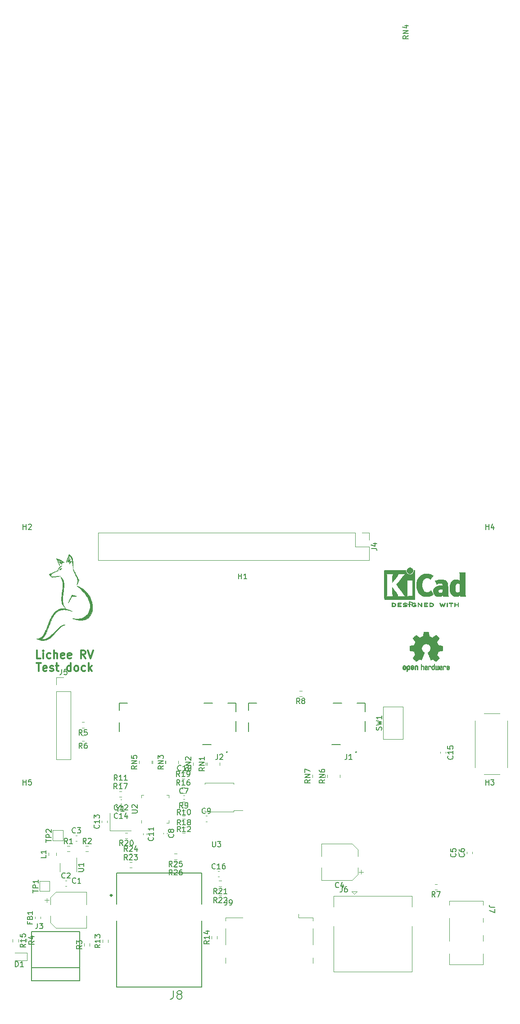
<source format=gbr>
%TF.GenerationSoftware,KiCad,Pcbnew,6.0.2-1.fc35*%
%TF.CreationDate,2022-03-30T21:24:33+02:00*%
%TF.ProjectId,dock,646f636b-2e6b-4696-9361-645f70636258,rev?*%
%TF.SameCoordinates,Original*%
%TF.FileFunction,Legend,Top*%
%TF.FilePolarity,Positive*%
%FSLAX46Y46*%
G04 Gerber Fmt 4.6, Leading zero omitted, Abs format (unit mm)*
G04 Created by KiCad (PCBNEW 6.0.2-1.fc35) date 2022-03-30 21:24:33*
%MOMM*%
%LPD*%
G01*
G04 APERTURE LIST*
%ADD10C,0.300000*%
%ADD11C,0.150000*%
%ADD12C,0.120000*%
%ADD13C,0.127000*%
%ADD14C,0.200000*%
%ADD15C,0.010000*%
G04 APERTURE END LIST*
D10*
X119535714Y-99471071D02*
X118821428Y-99471071D01*
X118821428Y-97971071D01*
X120035714Y-99471071D02*
X120035714Y-98471071D01*
X120035714Y-97971071D02*
X119964285Y-98042500D01*
X120035714Y-98113928D01*
X120107142Y-98042500D01*
X120035714Y-97971071D01*
X120035714Y-98113928D01*
X121392857Y-99399642D02*
X121250000Y-99471071D01*
X120964285Y-99471071D01*
X120821428Y-99399642D01*
X120750000Y-99328214D01*
X120678571Y-99185357D01*
X120678571Y-98756785D01*
X120750000Y-98613928D01*
X120821428Y-98542500D01*
X120964285Y-98471071D01*
X121250000Y-98471071D01*
X121392857Y-98542500D01*
X122035714Y-99471071D02*
X122035714Y-97971071D01*
X122678571Y-99471071D02*
X122678571Y-98685357D01*
X122607142Y-98542500D01*
X122464285Y-98471071D01*
X122250000Y-98471071D01*
X122107142Y-98542500D01*
X122035714Y-98613928D01*
X123964285Y-99399642D02*
X123821428Y-99471071D01*
X123535714Y-99471071D01*
X123392857Y-99399642D01*
X123321428Y-99256785D01*
X123321428Y-98685357D01*
X123392857Y-98542500D01*
X123535714Y-98471071D01*
X123821428Y-98471071D01*
X123964285Y-98542500D01*
X124035714Y-98685357D01*
X124035714Y-98828214D01*
X123321428Y-98971071D01*
X125250000Y-99399642D02*
X125107142Y-99471071D01*
X124821428Y-99471071D01*
X124678571Y-99399642D01*
X124607142Y-99256785D01*
X124607142Y-98685357D01*
X124678571Y-98542500D01*
X124821428Y-98471071D01*
X125107142Y-98471071D01*
X125250000Y-98542500D01*
X125321428Y-98685357D01*
X125321428Y-98828214D01*
X124607142Y-98971071D01*
X127964285Y-99471071D02*
X127464285Y-98756785D01*
X127107142Y-99471071D02*
X127107142Y-97971071D01*
X127678571Y-97971071D01*
X127821428Y-98042500D01*
X127892857Y-98113928D01*
X127964285Y-98256785D01*
X127964285Y-98471071D01*
X127892857Y-98613928D01*
X127821428Y-98685357D01*
X127678571Y-98756785D01*
X127107142Y-98756785D01*
X128392857Y-97971071D02*
X128892857Y-99471071D01*
X129392857Y-97971071D01*
X118714285Y-100386071D02*
X119571428Y-100386071D01*
X119142857Y-101886071D02*
X119142857Y-100386071D01*
X120642857Y-101814642D02*
X120500000Y-101886071D01*
X120214285Y-101886071D01*
X120071428Y-101814642D01*
X120000000Y-101671785D01*
X120000000Y-101100357D01*
X120071428Y-100957500D01*
X120214285Y-100886071D01*
X120500000Y-100886071D01*
X120642857Y-100957500D01*
X120714285Y-101100357D01*
X120714285Y-101243214D01*
X120000000Y-101386071D01*
X121285714Y-101814642D02*
X121428571Y-101886071D01*
X121714285Y-101886071D01*
X121857142Y-101814642D01*
X121928571Y-101671785D01*
X121928571Y-101600357D01*
X121857142Y-101457500D01*
X121714285Y-101386071D01*
X121500000Y-101386071D01*
X121357142Y-101314642D01*
X121285714Y-101171785D01*
X121285714Y-101100357D01*
X121357142Y-100957500D01*
X121500000Y-100886071D01*
X121714285Y-100886071D01*
X121857142Y-100957500D01*
X122357142Y-100886071D02*
X122928571Y-100886071D01*
X122571428Y-100386071D02*
X122571428Y-101671785D01*
X122642857Y-101814642D01*
X122785714Y-101886071D01*
X122928571Y-101886071D01*
X125214285Y-101886071D02*
X125214285Y-100386071D01*
X125214285Y-101814642D02*
X125071428Y-101886071D01*
X124785714Y-101886071D01*
X124642857Y-101814642D01*
X124571428Y-101743214D01*
X124500000Y-101600357D01*
X124500000Y-101171785D01*
X124571428Y-101028928D01*
X124642857Y-100957500D01*
X124785714Y-100886071D01*
X125071428Y-100886071D01*
X125214285Y-100957500D01*
X126142857Y-101886071D02*
X126000000Y-101814642D01*
X125928571Y-101743214D01*
X125857142Y-101600357D01*
X125857142Y-101171785D01*
X125928571Y-101028928D01*
X126000000Y-100957500D01*
X126142857Y-100886071D01*
X126357142Y-100886071D01*
X126500000Y-100957500D01*
X126571428Y-101028928D01*
X126642857Y-101171785D01*
X126642857Y-101600357D01*
X126571428Y-101743214D01*
X126500000Y-101814642D01*
X126357142Y-101886071D01*
X126142857Y-101886071D01*
X127928571Y-101814642D02*
X127785714Y-101886071D01*
X127500000Y-101886071D01*
X127357142Y-101814642D01*
X127285714Y-101743214D01*
X127214285Y-101600357D01*
X127214285Y-101171785D01*
X127285714Y-101028928D01*
X127357142Y-100957500D01*
X127500000Y-100886071D01*
X127785714Y-100886071D01*
X127928571Y-100957500D01*
X128571428Y-101886071D02*
X128571428Y-100386071D01*
X128714285Y-101314642D02*
X129142857Y-101886071D01*
X129142857Y-100886071D02*
X128571428Y-101457500D01*
D11*
%TO.C,R3*%
X127272380Y-153416666D02*
X126796190Y-153750000D01*
X127272380Y-153988095D02*
X126272380Y-153988095D01*
X126272380Y-153607142D01*
X126320000Y-153511904D01*
X126367619Y-153464285D01*
X126462857Y-153416666D01*
X126605714Y-153416666D01*
X126700952Y-153464285D01*
X126748571Y-153511904D01*
X126796190Y-153607142D01*
X126796190Y-153988095D01*
X126272380Y-153083333D02*
X126272380Y-152464285D01*
X126653333Y-152797619D01*
X126653333Y-152654761D01*
X126700952Y-152559523D01*
X126748571Y-152511904D01*
X126843809Y-152464285D01*
X127081904Y-152464285D01*
X127177142Y-152511904D01*
X127224761Y-152559523D01*
X127272380Y-152654761D01*
X127272380Y-152940476D01*
X127224761Y-153035714D01*
X127177142Y-153083333D01*
%TO.C,R22*%
X152657142Y-145382380D02*
X152323809Y-144906190D01*
X152085714Y-145382380D02*
X152085714Y-144382380D01*
X152466666Y-144382380D01*
X152561904Y-144430000D01*
X152609523Y-144477619D01*
X152657142Y-144572857D01*
X152657142Y-144715714D01*
X152609523Y-144810952D01*
X152561904Y-144858571D01*
X152466666Y-144906190D01*
X152085714Y-144906190D01*
X153038095Y-144477619D02*
X153085714Y-144430000D01*
X153180952Y-144382380D01*
X153419047Y-144382380D01*
X153514285Y-144430000D01*
X153561904Y-144477619D01*
X153609523Y-144572857D01*
X153609523Y-144668095D01*
X153561904Y-144810952D01*
X152990476Y-145382380D01*
X153609523Y-145382380D01*
X153990476Y-144477619D02*
X154038095Y-144430000D01*
X154133333Y-144382380D01*
X154371428Y-144382380D01*
X154466666Y-144430000D01*
X154514285Y-144477619D01*
X154561904Y-144572857D01*
X154561904Y-144668095D01*
X154514285Y-144810952D01*
X153942857Y-145382380D01*
X154561904Y-145382380D01*
%TO.C,R5*%
X127333333Y-113882380D02*
X127000000Y-113406190D01*
X126761904Y-113882380D02*
X126761904Y-112882380D01*
X127142857Y-112882380D01*
X127238095Y-112930000D01*
X127285714Y-112977619D01*
X127333333Y-113072857D01*
X127333333Y-113215714D01*
X127285714Y-113310952D01*
X127238095Y-113358571D01*
X127142857Y-113406190D01*
X126761904Y-113406190D01*
X128238095Y-112882380D02*
X127761904Y-112882380D01*
X127714285Y-113358571D01*
X127761904Y-113310952D01*
X127857142Y-113263333D01*
X128095238Y-113263333D01*
X128190476Y-113310952D01*
X128238095Y-113358571D01*
X128285714Y-113453809D01*
X128285714Y-113691904D01*
X128238095Y-113787142D01*
X128190476Y-113834761D01*
X128095238Y-113882380D01*
X127857142Y-113882380D01*
X127761904Y-113834761D01*
X127714285Y-113787142D01*
%TO.C,R20*%
X135007142Y-134644880D02*
X134673809Y-134168690D01*
X134435714Y-134644880D02*
X134435714Y-133644880D01*
X134816666Y-133644880D01*
X134911904Y-133692500D01*
X134959523Y-133740119D01*
X135007142Y-133835357D01*
X135007142Y-133978214D01*
X134959523Y-134073452D01*
X134911904Y-134121071D01*
X134816666Y-134168690D01*
X134435714Y-134168690D01*
X135388095Y-133740119D02*
X135435714Y-133692500D01*
X135530952Y-133644880D01*
X135769047Y-133644880D01*
X135864285Y-133692500D01*
X135911904Y-133740119D01*
X135959523Y-133835357D01*
X135959523Y-133930595D01*
X135911904Y-134073452D01*
X135340476Y-134644880D01*
X135959523Y-134644880D01*
X136578571Y-133644880D02*
X136673809Y-133644880D01*
X136769047Y-133692500D01*
X136816666Y-133740119D01*
X136864285Y-133835357D01*
X136911904Y-134025833D01*
X136911904Y-134263928D01*
X136864285Y-134454404D01*
X136816666Y-134549642D01*
X136769047Y-134597261D01*
X136673809Y-134644880D01*
X136578571Y-134644880D01*
X136483333Y-134597261D01*
X136435714Y-134549642D01*
X136388095Y-134454404D01*
X136340476Y-134263928D01*
X136340476Y-134025833D01*
X136388095Y-133835357D01*
X136435714Y-133740119D01*
X136483333Y-133692500D01*
X136578571Y-133644880D01*
%TO.C,R12*%
X145807142Y-132044880D02*
X145473809Y-131568690D01*
X145235714Y-132044880D02*
X145235714Y-131044880D01*
X145616666Y-131044880D01*
X145711904Y-131092500D01*
X145759523Y-131140119D01*
X145807142Y-131235357D01*
X145807142Y-131378214D01*
X145759523Y-131473452D01*
X145711904Y-131521071D01*
X145616666Y-131568690D01*
X145235714Y-131568690D01*
X146759523Y-132044880D02*
X146188095Y-132044880D01*
X146473809Y-132044880D02*
X146473809Y-131044880D01*
X146378571Y-131187738D01*
X146283333Y-131282976D01*
X146188095Y-131330595D01*
X147140476Y-131140119D02*
X147188095Y-131092500D01*
X147283333Y-131044880D01*
X147521428Y-131044880D01*
X147616666Y-131092500D01*
X147664285Y-131140119D01*
X147711904Y-131235357D01*
X147711904Y-131330595D01*
X147664285Y-131473452D01*
X147092857Y-132044880D01*
X147711904Y-132044880D01*
%TO.C,RN1*%
X150352380Y-119990476D02*
X149876190Y-120323809D01*
X150352380Y-120561904D02*
X149352380Y-120561904D01*
X149352380Y-120180952D01*
X149400000Y-120085714D01*
X149447619Y-120038095D01*
X149542857Y-119990476D01*
X149685714Y-119990476D01*
X149780952Y-120038095D01*
X149828571Y-120085714D01*
X149876190Y-120180952D01*
X149876190Y-120561904D01*
X150352380Y-119561904D02*
X149352380Y-119561904D01*
X150352380Y-118990476D01*
X149352380Y-118990476D01*
X150352380Y-117990476D02*
X150352380Y-118561904D01*
X150352380Y-118276190D02*
X149352380Y-118276190D01*
X149495238Y-118371428D01*
X149590476Y-118466666D01*
X149638095Y-118561904D01*
%TO.C,J9*%
X154546666Y-144832380D02*
X154546666Y-145546666D01*
X154499047Y-145689523D01*
X154403809Y-145784761D01*
X154260952Y-145832380D01*
X154165714Y-145832380D01*
X155070476Y-145832380D02*
X155260952Y-145832380D01*
X155356190Y-145784761D01*
X155403809Y-145737142D01*
X155499047Y-145594285D01*
X155546666Y-145403809D01*
X155546666Y-145022857D01*
X155499047Y-144927619D01*
X155451428Y-144880000D01*
X155356190Y-144832380D01*
X155165714Y-144832380D01*
X155070476Y-144880000D01*
X155022857Y-144927619D01*
X154975238Y-145022857D01*
X154975238Y-145260952D01*
X155022857Y-145356190D01*
X155070476Y-145403809D01*
X155165714Y-145451428D01*
X155356190Y-145451428D01*
X155451428Y-145403809D01*
X155499047Y-145356190D01*
X155546666Y-145260952D01*
%TO.C,C13*%
X130477142Y-130780357D02*
X130524761Y-130827976D01*
X130572380Y-130970833D01*
X130572380Y-131066071D01*
X130524761Y-131208928D01*
X130429523Y-131304166D01*
X130334285Y-131351785D01*
X130143809Y-131399404D01*
X130000952Y-131399404D01*
X129810476Y-131351785D01*
X129715238Y-131304166D01*
X129620000Y-131208928D01*
X129572380Y-131066071D01*
X129572380Y-130970833D01*
X129620000Y-130827976D01*
X129667619Y-130780357D01*
X130572380Y-129827976D02*
X130572380Y-130399404D01*
X130572380Y-130113690D02*
X129572380Y-130113690D01*
X129715238Y-130208928D01*
X129810476Y-130304166D01*
X129858095Y-130399404D01*
X129572380Y-129494642D02*
X129572380Y-128875595D01*
X129953333Y-129208928D01*
X129953333Y-129066071D01*
X130000952Y-128970833D01*
X130048571Y-128923214D01*
X130143809Y-128875595D01*
X130381904Y-128875595D01*
X130477142Y-128923214D01*
X130524761Y-128970833D01*
X130572380Y-129066071D01*
X130572380Y-129351785D01*
X130524761Y-129447023D01*
X130477142Y-129494642D01*
%TO.C,J2*%
X152791666Y-117487380D02*
X152791666Y-118201666D01*
X152744047Y-118344523D01*
X152648809Y-118439761D01*
X152505952Y-118487380D01*
X152410714Y-118487380D01*
X153220238Y-117582619D02*
X153267857Y-117535000D01*
X153363095Y-117487380D01*
X153601190Y-117487380D01*
X153696428Y-117535000D01*
X153744047Y-117582619D01*
X153791666Y-117677857D01*
X153791666Y-117773095D01*
X153744047Y-117915952D01*
X153172619Y-118487380D01*
X153791666Y-118487380D01*
%TO.C,R15*%
X116682380Y-153142857D02*
X116206190Y-153476190D01*
X116682380Y-153714285D02*
X115682380Y-153714285D01*
X115682380Y-153333333D01*
X115730000Y-153238095D01*
X115777619Y-153190476D01*
X115872857Y-153142857D01*
X116015714Y-153142857D01*
X116110952Y-153190476D01*
X116158571Y-153238095D01*
X116206190Y-153333333D01*
X116206190Y-153714285D01*
X116682380Y-152190476D02*
X116682380Y-152761904D01*
X116682380Y-152476190D02*
X115682380Y-152476190D01*
X115825238Y-152571428D01*
X115920476Y-152666666D01*
X115968095Y-152761904D01*
X115682380Y-151285714D02*
X115682380Y-151761904D01*
X116158571Y-151809523D01*
X116110952Y-151761904D01*
X116063333Y-151666666D01*
X116063333Y-151428571D01*
X116110952Y-151333333D01*
X116158571Y-151285714D01*
X116253809Y-151238095D01*
X116491904Y-151238095D01*
X116587142Y-151285714D01*
X116634761Y-151333333D01*
X116682380Y-151428571D01*
X116682380Y-151666666D01*
X116634761Y-151761904D01*
X116587142Y-151809523D01*
%TO.C,R18*%
X145807142Y-130784880D02*
X145473809Y-130308690D01*
X145235714Y-130784880D02*
X145235714Y-129784880D01*
X145616666Y-129784880D01*
X145711904Y-129832500D01*
X145759523Y-129880119D01*
X145807142Y-129975357D01*
X145807142Y-130118214D01*
X145759523Y-130213452D01*
X145711904Y-130261071D01*
X145616666Y-130308690D01*
X145235714Y-130308690D01*
X146759523Y-130784880D02*
X146188095Y-130784880D01*
X146473809Y-130784880D02*
X146473809Y-129784880D01*
X146378571Y-129927738D01*
X146283333Y-130022976D01*
X146188095Y-130070595D01*
X147330952Y-130213452D02*
X147235714Y-130165833D01*
X147188095Y-130118214D01*
X147140476Y-130022976D01*
X147140476Y-129975357D01*
X147188095Y-129880119D01*
X147235714Y-129832500D01*
X147330952Y-129784880D01*
X147521428Y-129784880D01*
X147616666Y-129832500D01*
X147664285Y-129880119D01*
X147711904Y-129975357D01*
X147711904Y-130022976D01*
X147664285Y-130118214D01*
X147616666Y-130165833D01*
X147521428Y-130213452D01*
X147330952Y-130213452D01*
X147235714Y-130261071D01*
X147188095Y-130308690D01*
X147140476Y-130403928D01*
X147140476Y-130594404D01*
X147188095Y-130689642D01*
X147235714Y-130737261D01*
X147330952Y-130784880D01*
X147521428Y-130784880D01*
X147616666Y-130737261D01*
X147664285Y-130689642D01*
X147711904Y-130594404D01*
X147711904Y-130403928D01*
X147664285Y-130308690D01*
X147616666Y-130261071D01*
X147521428Y-130213452D01*
%TO.C,R19*%
X145682142Y-121684880D02*
X145348809Y-121208690D01*
X145110714Y-121684880D02*
X145110714Y-120684880D01*
X145491666Y-120684880D01*
X145586904Y-120732500D01*
X145634523Y-120780119D01*
X145682142Y-120875357D01*
X145682142Y-121018214D01*
X145634523Y-121113452D01*
X145586904Y-121161071D01*
X145491666Y-121208690D01*
X145110714Y-121208690D01*
X146634523Y-121684880D02*
X146063095Y-121684880D01*
X146348809Y-121684880D02*
X146348809Y-120684880D01*
X146253571Y-120827738D01*
X146158333Y-120922976D01*
X146063095Y-120970595D01*
X147110714Y-121684880D02*
X147301190Y-121684880D01*
X147396428Y-121637261D01*
X147444047Y-121589642D01*
X147539285Y-121446785D01*
X147586904Y-121256309D01*
X147586904Y-120875357D01*
X147539285Y-120780119D01*
X147491666Y-120732500D01*
X147396428Y-120684880D01*
X147205952Y-120684880D01*
X147110714Y-120732500D01*
X147063095Y-120780119D01*
X147015476Y-120875357D01*
X147015476Y-121113452D01*
X147063095Y-121208690D01*
X147110714Y-121256309D01*
X147205952Y-121303928D01*
X147396428Y-121303928D01*
X147491666Y-121256309D01*
X147539285Y-121208690D01*
X147586904Y-121113452D01*
%TO.C,R10*%
X145807142Y-128844880D02*
X145473809Y-128368690D01*
X145235714Y-128844880D02*
X145235714Y-127844880D01*
X145616666Y-127844880D01*
X145711904Y-127892500D01*
X145759523Y-127940119D01*
X145807142Y-128035357D01*
X145807142Y-128178214D01*
X145759523Y-128273452D01*
X145711904Y-128321071D01*
X145616666Y-128368690D01*
X145235714Y-128368690D01*
X146759523Y-128844880D02*
X146188095Y-128844880D01*
X146473809Y-128844880D02*
X146473809Y-127844880D01*
X146378571Y-127987738D01*
X146283333Y-128082976D01*
X146188095Y-128130595D01*
X147378571Y-127844880D02*
X147473809Y-127844880D01*
X147569047Y-127892500D01*
X147616666Y-127940119D01*
X147664285Y-128035357D01*
X147711904Y-128225833D01*
X147711904Y-128463928D01*
X147664285Y-128654404D01*
X147616666Y-128749642D01*
X147569047Y-128797261D01*
X147473809Y-128844880D01*
X147378571Y-128844880D01*
X147283333Y-128797261D01*
X147235714Y-128749642D01*
X147188095Y-128654404D01*
X147140476Y-128463928D01*
X147140476Y-128225833D01*
X147188095Y-128035357D01*
X147235714Y-127940119D01*
X147283333Y-127892500D01*
X147378571Y-127844880D01*
%TO.C,RN4*%
X188652380Y17479523D02*
X188176190Y17146190D01*
X188652380Y16908095D02*
X187652380Y16908095D01*
X187652380Y17289047D01*
X187700000Y17384285D01*
X187747619Y17431904D01*
X187842857Y17479523D01*
X187985714Y17479523D01*
X188080952Y17431904D01*
X188128571Y17384285D01*
X188176190Y17289047D01*
X188176190Y16908095D01*
X188652380Y17908095D02*
X187652380Y17908095D01*
X188652380Y18479523D01*
X187652380Y18479523D01*
X187985714Y19384285D02*
X188652380Y19384285D01*
X187604761Y19146190D02*
X188319047Y18908095D01*
X188319047Y19527142D01*
%TO.C,TP1*%
X118054380Y-143511904D02*
X118054380Y-142940476D01*
X119054380Y-143226190D02*
X118054380Y-143226190D01*
X119054380Y-142607142D02*
X118054380Y-142607142D01*
X118054380Y-142226190D01*
X118102000Y-142130952D01*
X118149619Y-142083333D01*
X118244857Y-142035714D01*
X118387714Y-142035714D01*
X118482952Y-142083333D01*
X118530571Y-142130952D01*
X118578190Y-142226190D01*
X118578190Y-142607142D01*
X119054380Y-141083333D02*
X119054380Y-141654761D01*
X119054380Y-141369047D02*
X118054380Y-141369047D01*
X118197238Y-141464285D01*
X118292476Y-141559523D01*
X118340095Y-141654761D01*
%TO.C,SW1*%
X183604761Y-112933333D02*
X183652380Y-112790476D01*
X183652380Y-112552380D01*
X183604761Y-112457142D01*
X183557142Y-112409523D01*
X183461904Y-112361904D01*
X183366666Y-112361904D01*
X183271428Y-112409523D01*
X183223809Y-112457142D01*
X183176190Y-112552380D01*
X183128571Y-112742857D01*
X183080952Y-112838095D01*
X183033333Y-112885714D01*
X182938095Y-112933333D01*
X182842857Y-112933333D01*
X182747619Y-112885714D01*
X182700000Y-112838095D01*
X182652380Y-112742857D01*
X182652380Y-112504761D01*
X182700000Y-112361904D01*
X182652380Y-112028571D02*
X183652380Y-111790476D01*
X182938095Y-111600000D01*
X183652380Y-111409523D01*
X182652380Y-111171428D01*
X183652380Y-110266666D02*
X183652380Y-110838095D01*
X183652380Y-110552380D02*
X182652380Y-110552380D01*
X182795238Y-110647619D01*
X182890476Y-110742857D01*
X182938095Y-110838095D01*
%TO.C,H4*%
X203238095Y-75252380D02*
X203238095Y-74252380D01*
X203238095Y-74728571D02*
X203809523Y-74728571D01*
X203809523Y-75252380D02*
X203809523Y-74252380D01*
X204714285Y-74585714D02*
X204714285Y-75252380D01*
X204476190Y-74204761D02*
X204238095Y-74919047D01*
X204857142Y-74919047D01*
%TO.C,R6*%
X127333333Y-116382380D02*
X127000000Y-115906190D01*
X126761904Y-116382380D02*
X126761904Y-115382380D01*
X127142857Y-115382380D01*
X127238095Y-115430000D01*
X127285714Y-115477619D01*
X127333333Y-115572857D01*
X127333333Y-115715714D01*
X127285714Y-115810952D01*
X127238095Y-115858571D01*
X127142857Y-115906190D01*
X126761904Y-115906190D01*
X128190476Y-115382380D02*
X128000000Y-115382380D01*
X127904761Y-115430000D01*
X127857142Y-115477619D01*
X127761904Y-115620476D01*
X127714285Y-115810952D01*
X127714285Y-116191904D01*
X127761904Y-116287142D01*
X127809523Y-116334761D01*
X127904761Y-116382380D01*
X128095238Y-116382380D01*
X128190476Y-116334761D01*
X128238095Y-116287142D01*
X128285714Y-116191904D01*
X128285714Y-115953809D01*
X128238095Y-115858571D01*
X128190476Y-115810952D01*
X128095238Y-115763333D01*
X127904761Y-115763333D01*
X127809523Y-115810952D01*
X127761904Y-115858571D01*
X127714285Y-115953809D01*
%TO.C,R23*%
X135832142Y-137322380D02*
X135498809Y-136846190D01*
X135260714Y-137322380D02*
X135260714Y-136322380D01*
X135641666Y-136322380D01*
X135736904Y-136370000D01*
X135784523Y-136417619D01*
X135832142Y-136512857D01*
X135832142Y-136655714D01*
X135784523Y-136750952D01*
X135736904Y-136798571D01*
X135641666Y-136846190D01*
X135260714Y-136846190D01*
X136213095Y-136417619D02*
X136260714Y-136370000D01*
X136355952Y-136322380D01*
X136594047Y-136322380D01*
X136689285Y-136370000D01*
X136736904Y-136417619D01*
X136784523Y-136512857D01*
X136784523Y-136608095D01*
X136736904Y-136750952D01*
X136165476Y-137322380D01*
X136784523Y-137322380D01*
X137117857Y-136322380D02*
X137736904Y-136322380D01*
X137403571Y-136703333D01*
X137546428Y-136703333D01*
X137641666Y-136750952D01*
X137689285Y-136798571D01*
X137736904Y-136893809D01*
X137736904Y-137131904D01*
X137689285Y-137227142D01*
X137641666Y-137274761D01*
X137546428Y-137322380D01*
X137260714Y-137322380D01*
X137165476Y-137274761D01*
X137117857Y-137227142D01*
%TO.C,J6*%
X176216666Y-142374880D02*
X176216666Y-143089166D01*
X176169047Y-143232023D01*
X176073809Y-143327261D01*
X175930952Y-143374880D01*
X175835714Y-143374880D01*
X177121428Y-142374880D02*
X176930952Y-142374880D01*
X176835714Y-142422500D01*
X176788095Y-142470119D01*
X176692857Y-142612976D01*
X176645238Y-142803452D01*
X176645238Y-143184404D01*
X176692857Y-143279642D01*
X176740476Y-143327261D01*
X176835714Y-143374880D01*
X177026190Y-143374880D01*
X177121428Y-143327261D01*
X177169047Y-143279642D01*
X177216666Y-143184404D01*
X177216666Y-142946309D01*
X177169047Y-142851071D01*
X177121428Y-142803452D01*
X177026190Y-142755833D01*
X176835714Y-142755833D01*
X176740476Y-142803452D01*
X176692857Y-142851071D01*
X176645238Y-142946309D01*
%TO.C,J4*%
X181732380Y-78813333D02*
X182446666Y-78813333D01*
X182589523Y-78860952D01*
X182684761Y-78956190D01*
X182732380Y-79099047D01*
X182732380Y-79194285D01*
X182065714Y-77908571D02*
X182732380Y-77908571D01*
X181684761Y-78146666D02*
X182399047Y-78384761D01*
X182399047Y-77765714D01*
%TO.C,R7*%
X193708333Y-144282380D02*
X193375000Y-143806190D01*
X193136904Y-144282380D02*
X193136904Y-143282380D01*
X193517857Y-143282380D01*
X193613095Y-143330000D01*
X193660714Y-143377619D01*
X193708333Y-143472857D01*
X193708333Y-143615714D01*
X193660714Y-143710952D01*
X193613095Y-143758571D01*
X193517857Y-143806190D01*
X193136904Y-143806190D01*
X194041666Y-143282380D02*
X194708333Y-143282380D01*
X194279761Y-144282380D01*
%TO.C,R8*%
X168258333Y-107982380D02*
X167925000Y-107506190D01*
X167686904Y-107982380D02*
X167686904Y-106982380D01*
X168067857Y-106982380D01*
X168163095Y-107030000D01*
X168210714Y-107077619D01*
X168258333Y-107172857D01*
X168258333Y-107315714D01*
X168210714Y-107410952D01*
X168163095Y-107458571D01*
X168067857Y-107506190D01*
X167686904Y-107506190D01*
X168829761Y-107410952D02*
X168734523Y-107363333D01*
X168686904Y-107315714D01*
X168639285Y-107220476D01*
X168639285Y-107172857D01*
X168686904Y-107077619D01*
X168734523Y-107030000D01*
X168829761Y-106982380D01*
X169020238Y-106982380D01*
X169115476Y-107030000D01*
X169163095Y-107077619D01*
X169210714Y-107172857D01*
X169210714Y-107220476D01*
X169163095Y-107315714D01*
X169115476Y-107363333D01*
X169020238Y-107410952D01*
X168829761Y-107410952D01*
X168734523Y-107458571D01*
X168686904Y-107506190D01*
X168639285Y-107601428D01*
X168639285Y-107791904D01*
X168686904Y-107887142D01*
X168734523Y-107934761D01*
X168829761Y-107982380D01*
X169020238Y-107982380D01*
X169115476Y-107934761D01*
X169163095Y-107887142D01*
X169210714Y-107791904D01*
X169210714Y-107601428D01*
X169163095Y-107506190D01*
X169115476Y-107458571D01*
X169020238Y-107410952D01*
%TO.C,R4*%
X118282380Y-152566666D02*
X117806190Y-152900000D01*
X118282380Y-153138095D02*
X117282380Y-153138095D01*
X117282380Y-152757142D01*
X117330000Y-152661904D01*
X117377619Y-152614285D01*
X117472857Y-152566666D01*
X117615714Y-152566666D01*
X117710952Y-152614285D01*
X117758571Y-152661904D01*
X117806190Y-152757142D01*
X117806190Y-153138095D01*
X117615714Y-151709523D02*
X118282380Y-151709523D01*
X117234761Y-151947619D02*
X117949047Y-152185714D01*
X117949047Y-151566666D01*
%TO.C,J7*%
X204895185Y-146216666D02*
X204180899Y-146216666D01*
X204038042Y-146169047D01*
X203942804Y-146073809D01*
X203895185Y-145930952D01*
X203895185Y-145835714D01*
X204895185Y-146597619D02*
X204895185Y-147264285D01*
X203895185Y-146835714D01*
%TO.C,RN6*%
X172952380Y-122290476D02*
X172476190Y-122623809D01*
X172952380Y-122861904D02*
X171952380Y-122861904D01*
X171952380Y-122480952D01*
X172000000Y-122385714D01*
X172047619Y-122338095D01*
X172142857Y-122290476D01*
X172285714Y-122290476D01*
X172380952Y-122338095D01*
X172428571Y-122385714D01*
X172476190Y-122480952D01*
X172476190Y-122861904D01*
X172952380Y-121861904D02*
X171952380Y-121861904D01*
X172952380Y-121290476D01*
X171952380Y-121290476D01*
X171952380Y-120385714D02*
X171952380Y-120576190D01*
X172000000Y-120671428D01*
X172047619Y-120719047D01*
X172190476Y-120814285D01*
X172380952Y-120861904D01*
X172761904Y-120861904D01*
X172857142Y-120814285D01*
X172904761Y-120766666D01*
X172952380Y-120671428D01*
X172952380Y-120480952D01*
X172904761Y-120385714D01*
X172857142Y-120338095D01*
X172761904Y-120290476D01*
X172523809Y-120290476D01*
X172428571Y-120338095D01*
X172380952Y-120385714D01*
X172333333Y-120480952D01*
X172333333Y-120671428D01*
X172380952Y-120766666D01*
X172428571Y-120814285D01*
X172523809Y-120861904D01*
%TO.C,C7*%
X146303333Y-124759642D02*
X146255714Y-124807261D01*
X146112857Y-124854880D01*
X146017619Y-124854880D01*
X145874761Y-124807261D01*
X145779523Y-124712023D01*
X145731904Y-124616785D01*
X145684285Y-124426309D01*
X145684285Y-124283452D01*
X145731904Y-124092976D01*
X145779523Y-123997738D01*
X145874761Y-123902500D01*
X146017619Y-123854880D01*
X146112857Y-123854880D01*
X146255714Y-123902500D01*
X146303333Y-123950119D01*
X146636666Y-123854880D02*
X147303333Y-123854880D01*
X146874761Y-124854880D01*
%TO.C,RN5*%
X137602380Y-119690476D02*
X137126190Y-120023809D01*
X137602380Y-120261904D02*
X136602380Y-120261904D01*
X136602380Y-119880952D01*
X136650000Y-119785714D01*
X136697619Y-119738095D01*
X136792857Y-119690476D01*
X136935714Y-119690476D01*
X137030952Y-119738095D01*
X137078571Y-119785714D01*
X137126190Y-119880952D01*
X137126190Y-120261904D01*
X137602380Y-119261904D02*
X136602380Y-119261904D01*
X137602380Y-118690476D01*
X136602380Y-118690476D01*
X136602380Y-117738095D02*
X136602380Y-118214285D01*
X137078571Y-118261904D01*
X137030952Y-118214285D01*
X136983333Y-118119047D01*
X136983333Y-117880952D01*
X137030952Y-117785714D01*
X137078571Y-117738095D01*
X137173809Y-117690476D01*
X137411904Y-117690476D01*
X137507142Y-117738095D01*
X137554761Y-117785714D01*
X137602380Y-117880952D01*
X137602380Y-118119047D01*
X137554761Y-118214285D01*
X137507142Y-118261904D01*
%TO.C,C15*%
X196987142Y-117817857D02*
X197034761Y-117865476D01*
X197082380Y-118008333D01*
X197082380Y-118103571D01*
X197034761Y-118246428D01*
X196939523Y-118341666D01*
X196844285Y-118389285D01*
X196653809Y-118436904D01*
X196510952Y-118436904D01*
X196320476Y-118389285D01*
X196225238Y-118341666D01*
X196130000Y-118246428D01*
X196082380Y-118103571D01*
X196082380Y-118008333D01*
X196130000Y-117865476D01*
X196177619Y-117817857D01*
X197082380Y-116865476D02*
X197082380Y-117436904D01*
X197082380Y-117151190D02*
X196082380Y-117151190D01*
X196225238Y-117246428D01*
X196320476Y-117341666D01*
X196368095Y-117436904D01*
X196082380Y-115960714D02*
X196082380Y-116436904D01*
X196558571Y-116484523D01*
X196510952Y-116436904D01*
X196463333Y-116341666D01*
X196463333Y-116103571D01*
X196510952Y-116008333D01*
X196558571Y-115960714D01*
X196653809Y-115913095D01*
X196891904Y-115913095D01*
X196987142Y-115960714D01*
X197034761Y-116008333D01*
X197082380Y-116103571D01*
X197082380Y-116341666D01*
X197034761Y-116436904D01*
X196987142Y-116484523D01*
%TO.C,L1*%
X120552380Y-136416666D02*
X120552380Y-136892857D01*
X119552380Y-136892857D01*
X120552380Y-135559523D02*
X120552380Y-136130952D01*
X120552380Y-135845238D02*
X119552380Y-135845238D01*
X119695238Y-135940476D01*
X119790476Y-136035714D01*
X119838095Y-136130952D01*
%TO.C,U3*%
X151845953Y-133862380D02*
X151845953Y-134671904D01*
X151893572Y-134767142D01*
X151941191Y-134814761D01*
X152036429Y-134862380D01*
X152226905Y-134862380D01*
X152322143Y-134814761D01*
X152369762Y-134767142D01*
X152417381Y-134671904D01*
X152417381Y-133862380D01*
X152798334Y-133862380D02*
X153417381Y-133862380D01*
X153084048Y-134243333D01*
X153226905Y-134243333D01*
X153322143Y-134290952D01*
X153369762Y-134338571D01*
X153417381Y-134433809D01*
X153417381Y-134671904D01*
X153369762Y-134767142D01*
X153322143Y-134814761D01*
X153226905Y-134862380D01*
X152941191Y-134862380D01*
X152845953Y-134814761D01*
X152798334Y-134767142D01*
%TO.C,R14*%
X151222380Y-152542857D02*
X150746190Y-152876190D01*
X151222380Y-153114285D02*
X150222380Y-153114285D01*
X150222380Y-152733333D01*
X150270000Y-152638095D01*
X150317619Y-152590476D01*
X150412857Y-152542857D01*
X150555714Y-152542857D01*
X150650952Y-152590476D01*
X150698571Y-152638095D01*
X150746190Y-152733333D01*
X150746190Y-153114285D01*
X151222380Y-151590476D02*
X151222380Y-152161904D01*
X151222380Y-151876190D02*
X150222380Y-151876190D01*
X150365238Y-151971428D01*
X150460476Y-152066666D01*
X150508095Y-152161904D01*
X150555714Y-150733333D02*
X151222380Y-150733333D01*
X150174761Y-150971428D02*
X150889047Y-151209523D01*
X150889047Y-150590476D01*
%TO.C,C8*%
X144467142Y-132529166D02*
X144514761Y-132576785D01*
X144562380Y-132719642D01*
X144562380Y-132814880D01*
X144514761Y-132957738D01*
X144419523Y-133052976D01*
X144324285Y-133100595D01*
X144133809Y-133148214D01*
X143990952Y-133148214D01*
X143800476Y-133100595D01*
X143705238Y-133052976D01*
X143610000Y-132957738D01*
X143562380Y-132814880D01*
X143562380Y-132719642D01*
X143610000Y-132576785D01*
X143657619Y-132529166D01*
X143990952Y-131957738D02*
X143943333Y-132052976D01*
X143895714Y-132100595D01*
X143800476Y-132148214D01*
X143752857Y-132148214D01*
X143657619Y-132100595D01*
X143610000Y-132052976D01*
X143562380Y-131957738D01*
X143562380Y-131767261D01*
X143610000Y-131672023D01*
X143657619Y-131624404D01*
X143752857Y-131576785D01*
X143800476Y-131576785D01*
X143895714Y-131624404D01*
X143943333Y-131672023D01*
X143990952Y-131767261D01*
X143990952Y-131957738D01*
X144038571Y-132052976D01*
X144086190Y-132100595D01*
X144181428Y-132148214D01*
X144371904Y-132148214D01*
X144467142Y-132100595D01*
X144514761Y-132052976D01*
X144562380Y-131957738D01*
X144562380Y-131767261D01*
X144514761Y-131672023D01*
X144467142Y-131624404D01*
X144371904Y-131576785D01*
X144181428Y-131576785D01*
X144086190Y-131624404D01*
X144038571Y-131672023D01*
X143990952Y-131767261D01*
%TO.C,RN3*%
X142602380Y-119690476D02*
X142126190Y-120023809D01*
X142602380Y-120261904D02*
X141602380Y-120261904D01*
X141602380Y-119880952D01*
X141650000Y-119785714D01*
X141697619Y-119738095D01*
X141792857Y-119690476D01*
X141935714Y-119690476D01*
X142030952Y-119738095D01*
X142078571Y-119785714D01*
X142126190Y-119880952D01*
X142126190Y-120261904D01*
X142602380Y-119261904D02*
X141602380Y-119261904D01*
X142602380Y-118690476D01*
X141602380Y-118690476D01*
X141602380Y-118309523D02*
X141602380Y-117690476D01*
X141983333Y-118023809D01*
X141983333Y-117880952D01*
X142030952Y-117785714D01*
X142078571Y-117738095D01*
X142173809Y-117690476D01*
X142411904Y-117690476D01*
X142507142Y-117738095D01*
X142554761Y-117785714D01*
X142602380Y-117880952D01*
X142602380Y-118166666D01*
X142554761Y-118261904D01*
X142507142Y-118309523D01*
%TO.C,C6*%
X199127142Y-136166666D02*
X199174761Y-136214285D01*
X199222380Y-136357142D01*
X199222380Y-136452380D01*
X199174761Y-136595238D01*
X199079523Y-136690476D01*
X198984285Y-136738095D01*
X198793809Y-136785714D01*
X198650952Y-136785714D01*
X198460476Y-136738095D01*
X198365238Y-136690476D01*
X198270000Y-136595238D01*
X198222380Y-136452380D01*
X198222380Y-136357142D01*
X198270000Y-136214285D01*
X198317619Y-136166666D01*
X198222380Y-135309523D02*
X198222380Y-135500000D01*
X198270000Y-135595238D01*
X198317619Y-135642857D01*
X198460476Y-135738095D01*
X198650952Y-135785714D01*
X199031904Y-135785714D01*
X199127142Y-135738095D01*
X199174761Y-135690476D01*
X199222380Y-135595238D01*
X199222380Y-135404761D01*
X199174761Y-135309523D01*
X199127142Y-135261904D01*
X199031904Y-135214285D01*
X198793809Y-135214285D01*
X198698571Y-135261904D01*
X198650952Y-135309523D01*
X198603333Y-135404761D01*
X198603333Y-135595238D01*
X198650952Y-135690476D01*
X198698571Y-135738095D01*
X198793809Y-135785714D01*
%TO.C,J1*%
X177091666Y-117487380D02*
X177091666Y-118201666D01*
X177044047Y-118344523D01*
X176948809Y-118439761D01*
X176805952Y-118487380D01*
X176710714Y-118487380D01*
X178091666Y-118487380D02*
X177520238Y-118487380D01*
X177805952Y-118487380D02*
X177805952Y-117487380D01*
X177710714Y-117630238D01*
X177615476Y-117725476D01*
X177520238Y-117773095D01*
%TO.C,RN2*%
X147752380Y-119990476D02*
X147276190Y-120323809D01*
X147752380Y-120561904D02*
X146752380Y-120561904D01*
X146752380Y-120180952D01*
X146800000Y-120085714D01*
X146847619Y-120038095D01*
X146942857Y-119990476D01*
X147085714Y-119990476D01*
X147180952Y-120038095D01*
X147228571Y-120085714D01*
X147276190Y-120180952D01*
X147276190Y-120561904D01*
X147752380Y-119561904D02*
X146752380Y-119561904D01*
X147752380Y-118990476D01*
X146752380Y-118990476D01*
X146847619Y-118561904D02*
X146800000Y-118514285D01*
X146752380Y-118419047D01*
X146752380Y-118180952D01*
X146800000Y-118085714D01*
X146847619Y-118038095D01*
X146942857Y-117990476D01*
X147038095Y-117990476D01*
X147180952Y-118038095D01*
X147752380Y-118609523D01*
X147752380Y-117990476D01*
%TO.C,C10*%
X145907142Y-120459642D02*
X145859523Y-120507261D01*
X145716666Y-120554880D01*
X145621428Y-120554880D01*
X145478571Y-120507261D01*
X145383333Y-120412023D01*
X145335714Y-120316785D01*
X145288095Y-120126309D01*
X145288095Y-119983452D01*
X145335714Y-119792976D01*
X145383333Y-119697738D01*
X145478571Y-119602500D01*
X145621428Y-119554880D01*
X145716666Y-119554880D01*
X145859523Y-119602500D01*
X145907142Y-119650119D01*
X146859523Y-120554880D02*
X146288095Y-120554880D01*
X146573809Y-120554880D02*
X146573809Y-119554880D01*
X146478571Y-119697738D01*
X146383333Y-119792976D01*
X146288095Y-119840595D01*
X147478571Y-119554880D02*
X147573809Y-119554880D01*
X147669047Y-119602500D01*
X147716666Y-119650119D01*
X147764285Y-119745357D01*
X147811904Y-119935833D01*
X147811904Y-120173928D01*
X147764285Y-120364404D01*
X147716666Y-120459642D01*
X147669047Y-120507261D01*
X147573809Y-120554880D01*
X147478571Y-120554880D01*
X147383333Y-120507261D01*
X147335714Y-120459642D01*
X147288095Y-120364404D01*
X147240476Y-120173928D01*
X147240476Y-119935833D01*
X147288095Y-119745357D01*
X147335714Y-119650119D01*
X147383333Y-119602500D01*
X147478571Y-119554880D01*
%TO.C,R21*%
X152657142Y-143682380D02*
X152323809Y-143206190D01*
X152085714Y-143682380D02*
X152085714Y-142682380D01*
X152466666Y-142682380D01*
X152561904Y-142730000D01*
X152609523Y-142777619D01*
X152657142Y-142872857D01*
X152657142Y-143015714D01*
X152609523Y-143110952D01*
X152561904Y-143158571D01*
X152466666Y-143206190D01*
X152085714Y-143206190D01*
X153038095Y-142777619D02*
X153085714Y-142730000D01*
X153180952Y-142682380D01*
X153419047Y-142682380D01*
X153514285Y-142730000D01*
X153561904Y-142777619D01*
X153609523Y-142872857D01*
X153609523Y-142968095D01*
X153561904Y-143110952D01*
X152990476Y-143682380D01*
X153609523Y-143682380D01*
X154561904Y-143682380D02*
X153990476Y-143682380D01*
X154276190Y-143682380D02*
X154276190Y-142682380D01*
X154180952Y-142825238D01*
X154085714Y-142920476D01*
X153990476Y-142968095D01*
%TO.C,H5*%
X116238095Y-123252380D02*
X116238095Y-122252380D01*
X116238095Y-122728571D02*
X116809523Y-122728571D01*
X116809523Y-123252380D02*
X116809523Y-122252380D01*
X117761904Y-122252380D02*
X117285714Y-122252380D01*
X117238095Y-122728571D01*
X117285714Y-122680952D01*
X117380952Y-122633333D01*
X117619047Y-122633333D01*
X117714285Y-122680952D01*
X117761904Y-122728571D01*
X117809523Y-122823809D01*
X117809523Y-123061904D01*
X117761904Y-123157142D01*
X117714285Y-123204761D01*
X117619047Y-123252380D01*
X117380952Y-123252380D01*
X117285714Y-123204761D01*
X117238095Y-123157142D01*
%TO.C,U1*%
X126602380Y-139511904D02*
X127411904Y-139511904D01*
X127507142Y-139464285D01*
X127554761Y-139416666D01*
X127602380Y-139321428D01*
X127602380Y-139130952D01*
X127554761Y-139035714D01*
X127507142Y-138988095D01*
X127411904Y-138940476D01*
X126602380Y-138940476D01*
X127602380Y-137940476D02*
X127602380Y-138511904D01*
X127602380Y-138226190D02*
X126602380Y-138226190D01*
X126745238Y-138321428D01*
X126840476Y-138416666D01*
X126888095Y-138511904D01*
%TO.C,FB1*%
X117498571Y-149033333D02*
X117498571Y-149366666D01*
X118022380Y-149366666D02*
X117022380Y-149366666D01*
X117022380Y-148890476D01*
X117498571Y-148176190D02*
X117546190Y-148033333D01*
X117593809Y-147985714D01*
X117689047Y-147938095D01*
X117831904Y-147938095D01*
X117927142Y-147985714D01*
X117974761Y-148033333D01*
X118022380Y-148128571D01*
X118022380Y-148509523D01*
X117022380Y-148509523D01*
X117022380Y-148176190D01*
X117070000Y-148080952D01*
X117117619Y-148033333D01*
X117212857Y-147985714D01*
X117308095Y-147985714D01*
X117403333Y-148033333D01*
X117450952Y-148080952D01*
X117498571Y-148176190D01*
X117498571Y-148509523D01*
X118022380Y-146985714D02*
X118022380Y-147557142D01*
X118022380Y-147271428D02*
X117022380Y-147271428D01*
X117165238Y-147366666D01*
X117260476Y-147461904D01*
X117308095Y-147557142D01*
%TO.C,Y1*%
X134073809Y-127688690D02*
X134073809Y-128164880D01*
X133740476Y-127164880D02*
X134073809Y-127688690D01*
X134407142Y-127164880D01*
X135264285Y-128164880D02*
X134692857Y-128164880D01*
X134978571Y-128164880D02*
X134978571Y-127164880D01*
X134883333Y-127307738D01*
X134788095Y-127402976D01*
X134692857Y-127450595D01*
%TO.C,C12*%
X134007142Y-127879642D02*
X133959523Y-127927261D01*
X133816666Y-127974880D01*
X133721428Y-127974880D01*
X133578571Y-127927261D01*
X133483333Y-127832023D01*
X133435714Y-127736785D01*
X133388095Y-127546309D01*
X133388095Y-127403452D01*
X133435714Y-127212976D01*
X133483333Y-127117738D01*
X133578571Y-127022500D01*
X133721428Y-126974880D01*
X133816666Y-126974880D01*
X133959523Y-127022500D01*
X134007142Y-127070119D01*
X134959523Y-127974880D02*
X134388095Y-127974880D01*
X134673809Y-127974880D02*
X134673809Y-126974880D01*
X134578571Y-127117738D01*
X134483333Y-127212976D01*
X134388095Y-127260595D01*
X135340476Y-127070119D02*
X135388095Y-127022500D01*
X135483333Y-126974880D01*
X135721428Y-126974880D01*
X135816666Y-127022500D01*
X135864285Y-127070119D01*
X135911904Y-127165357D01*
X135911904Y-127260595D01*
X135864285Y-127403452D01*
X135292857Y-127974880D01*
X135911904Y-127974880D01*
%TO.C,R26*%
X144257142Y-140182380D02*
X143923809Y-139706190D01*
X143685714Y-140182380D02*
X143685714Y-139182380D01*
X144066666Y-139182380D01*
X144161904Y-139230000D01*
X144209523Y-139277619D01*
X144257142Y-139372857D01*
X144257142Y-139515714D01*
X144209523Y-139610952D01*
X144161904Y-139658571D01*
X144066666Y-139706190D01*
X143685714Y-139706190D01*
X144638095Y-139277619D02*
X144685714Y-139230000D01*
X144780952Y-139182380D01*
X145019047Y-139182380D01*
X145114285Y-139230000D01*
X145161904Y-139277619D01*
X145209523Y-139372857D01*
X145209523Y-139468095D01*
X145161904Y-139610952D01*
X144590476Y-140182380D01*
X145209523Y-140182380D01*
X146066666Y-139182380D02*
X145876190Y-139182380D01*
X145780952Y-139230000D01*
X145733333Y-139277619D01*
X145638095Y-139420476D01*
X145590476Y-139610952D01*
X145590476Y-139991904D01*
X145638095Y-140087142D01*
X145685714Y-140134761D01*
X145780952Y-140182380D01*
X145971428Y-140182380D01*
X146066666Y-140134761D01*
X146114285Y-140087142D01*
X146161904Y-139991904D01*
X146161904Y-139753809D01*
X146114285Y-139658571D01*
X146066666Y-139610952D01*
X145971428Y-139563333D01*
X145780952Y-139563333D01*
X145685714Y-139610952D01*
X145638095Y-139658571D01*
X145590476Y-139753809D01*
%TO.C,H1*%
X156738095Y-84552380D02*
X156738095Y-83552380D01*
X156738095Y-84028571D02*
X157309523Y-84028571D01*
X157309523Y-84552380D02*
X157309523Y-83552380D01*
X158309523Y-84552380D02*
X157738095Y-84552380D01*
X158023809Y-84552380D02*
X158023809Y-83552380D01*
X157928571Y-83695238D01*
X157833333Y-83790476D01*
X157738095Y-83838095D01*
%TO.C,C11*%
X140667142Y-133125357D02*
X140714761Y-133172976D01*
X140762380Y-133315833D01*
X140762380Y-133411071D01*
X140714761Y-133553928D01*
X140619523Y-133649166D01*
X140524285Y-133696785D01*
X140333809Y-133744404D01*
X140190952Y-133744404D01*
X140000476Y-133696785D01*
X139905238Y-133649166D01*
X139810000Y-133553928D01*
X139762380Y-133411071D01*
X139762380Y-133315833D01*
X139810000Y-133172976D01*
X139857619Y-133125357D01*
X140762380Y-132172976D02*
X140762380Y-132744404D01*
X140762380Y-132458690D02*
X139762380Y-132458690D01*
X139905238Y-132553928D01*
X140000476Y-132649166D01*
X140048095Y-132744404D01*
X140762380Y-131220595D02*
X140762380Y-131792023D01*
X140762380Y-131506309D02*
X139762380Y-131506309D01*
X139905238Y-131601547D01*
X140000476Y-131696785D01*
X140048095Y-131792023D01*
%TO.C,C16*%
X152357142Y-138927142D02*
X152309523Y-138974761D01*
X152166666Y-139022380D01*
X152071428Y-139022380D01*
X151928571Y-138974761D01*
X151833333Y-138879523D01*
X151785714Y-138784285D01*
X151738095Y-138593809D01*
X151738095Y-138450952D01*
X151785714Y-138260476D01*
X151833333Y-138165238D01*
X151928571Y-138070000D01*
X152071428Y-138022380D01*
X152166666Y-138022380D01*
X152309523Y-138070000D01*
X152357142Y-138117619D01*
X153309523Y-139022380D02*
X152738095Y-139022380D01*
X153023809Y-139022380D02*
X153023809Y-138022380D01*
X152928571Y-138165238D01*
X152833333Y-138260476D01*
X152738095Y-138308095D01*
X154166666Y-138022380D02*
X153976190Y-138022380D01*
X153880952Y-138070000D01*
X153833333Y-138117619D01*
X153738095Y-138260476D01*
X153690476Y-138450952D01*
X153690476Y-138831904D01*
X153738095Y-138927142D01*
X153785714Y-138974761D01*
X153880952Y-139022380D01*
X154071428Y-139022380D01*
X154166666Y-138974761D01*
X154214285Y-138927142D01*
X154261904Y-138831904D01*
X154261904Y-138593809D01*
X154214285Y-138498571D01*
X154166666Y-138450952D01*
X154071428Y-138403333D01*
X153880952Y-138403333D01*
X153785714Y-138450952D01*
X153738095Y-138498571D01*
X153690476Y-138593809D01*
%TO.C,C3*%
X126083333Y-132177142D02*
X126035714Y-132224761D01*
X125892857Y-132272380D01*
X125797619Y-132272380D01*
X125654761Y-132224761D01*
X125559523Y-132129523D01*
X125511904Y-132034285D01*
X125464285Y-131843809D01*
X125464285Y-131700952D01*
X125511904Y-131510476D01*
X125559523Y-131415238D01*
X125654761Y-131320000D01*
X125797619Y-131272380D01*
X125892857Y-131272380D01*
X126035714Y-131320000D01*
X126083333Y-131367619D01*
X126416666Y-131272380D02*
X127035714Y-131272380D01*
X126702380Y-131653333D01*
X126845238Y-131653333D01*
X126940476Y-131700952D01*
X126988095Y-131748571D01*
X127035714Y-131843809D01*
X127035714Y-132081904D01*
X126988095Y-132177142D01*
X126940476Y-132224761D01*
X126845238Y-132272380D01*
X126559523Y-132272380D01*
X126464285Y-132224761D01*
X126416666Y-132177142D01*
%TO.C,R25*%
X144257142Y-138582380D02*
X143923809Y-138106190D01*
X143685714Y-138582380D02*
X143685714Y-137582380D01*
X144066666Y-137582380D01*
X144161904Y-137630000D01*
X144209523Y-137677619D01*
X144257142Y-137772857D01*
X144257142Y-137915714D01*
X144209523Y-138010952D01*
X144161904Y-138058571D01*
X144066666Y-138106190D01*
X143685714Y-138106190D01*
X144638095Y-137677619D02*
X144685714Y-137630000D01*
X144780952Y-137582380D01*
X145019047Y-137582380D01*
X145114285Y-137630000D01*
X145161904Y-137677619D01*
X145209523Y-137772857D01*
X145209523Y-137868095D01*
X145161904Y-138010952D01*
X144590476Y-138582380D01*
X145209523Y-138582380D01*
X146114285Y-137582380D02*
X145638095Y-137582380D01*
X145590476Y-138058571D01*
X145638095Y-138010952D01*
X145733333Y-137963333D01*
X145971428Y-137963333D01*
X146066666Y-138010952D01*
X146114285Y-138058571D01*
X146161904Y-138153809D01*
X146161904Y-138391904D01*
X146114285Y-138487142D01*
X146066666Y-138534761D01*
X145971428Y-138582380D01*
X145733333Y-138582380D01*
X145638095Y-138534761D01*
X145590476Y-138487142D01*
%TO.C,U4*%
X189535119Y-87855595D02*
X188725595Y-87855595D01*
X188630357Y-87903214D01*
X188582738Y-87950833D01*
X188535119Y-88046071D01*
X188535119Y-88236547D01*
X188582738Y-88331785D01*
X188630357Y-88379404D01*
X188725595Y-88427023D01*
X189535119Y-88427023D01*
X189201785Y-89331785D02*
X188535119Y-89331785D01*
X189582738Y-89093690D02*
X188868452Y-88855595D01*
X188868452Y-89474642D01*
%TO.C,R16*%
X145707142Y-123284880D02*
X145373809Y-122808690D01*
X145135714Y-123284880D02*
X145135714Y-122284880D01*
X145516666Y-122284880D01*
X145611904Y-122332500D01*
X145659523Y-122380119D01*
X145707142Y-122475357D01*
X145707142Y-122618214D01*
X145659523Y-122713452D01*
X145611904Y-122761071D01*
X145516666Y-122808690D01*
X145135714Y-122808690D01*
X146659523Y-123284880D02*
X146088095Y-123284880D01*
X146373809Y-123284880D02*
X146373809Y-122284880D01*
X146278571Y-122427738D01*
X146183333Y-122522976D01*
X146088095Y-122570595D01*
X147516666Y-122284880D02*
X147326190Y-122284880D01*
X147230952Y-122332500D01*
X147183333Y-122380119D01*
X147088095Y-122522976D01*
X147040476Y-122713452D01*
X147040476Y-123094404D01*
X147088095Y-123189642D01*
X147135714Y-123237261D01*
X147230952Y-123284880D01*
X147421428Y-123284880D01*
X147516666Y-123237261D01*
X147564285Y-123189642D01*
X147611904Y-123094404D01*
X147611904Y-122856309D01*
X147564285Y-122761071D01*
X147516666Y-122713452D01*
X147421428Y-122665833D01*
X147230952Y-122665833D01*
X147135714Y-122713452D01*
X147088095Y-122761071D01*
X147040476Y-122856309D01*
%TO.C,RN7*%
X170202380Y-122290476D02*
X169726190Y-122623809D01*
X170202380Y-122861904D02*
X169202380Y-122861904D01*
X169202380Y-122480952D01*
X169250000Y-122385714D01*
X169297619Y-122338095D01*
X169392857Y-122290476D01*
X169535714Y-122290476D01*
X169630952Y-122338095D01*
X169678571Y-122385714D01*
X169726190Y-122480952D01*
X169726190Y-122861904D01*
X170202380Y-121861904D02*
X169202380Y-121861904D01*
X170202380Y-121290476D01*
X169202380Y-121290476D01*
X169202380Y-120909523D02*
X169202380Y-120242857D01*
X170202380Y-120671428D01*
%TO.C,R11*%
X133932142Y-122384880D02*
X133598809Y-121908690D01*
X133360714Y-122384880D02*
X133360714Y-121384880D01*
X133741666Y-121384880D01*
X133836904Y-121432500D01*
X133884523Y-121480119D01*
X133932142Y-121575357D01*
X133932142Y-121718214D01*
X133884523Y-121813452D01*
X133836904Y-121861071D01*
X133741666Y-121908690D01*
X133360714Y-121908690D01*
X134884523Y-122384880D02*
X134313095Y-122384880D01*
X134598809Y-122384880D02*
X134598809Y-121384880D01*
X134503571Y-121527738D01*
X134408333Y-121622976D01*
X134313095Y-121670595D01*
X135836904Y-122384880D02*
X135265476Y-122384880D01*
X135551190Y-122384880D02*
X135551190Y-121384880D01*
X135455952Y-121527738D01*
X135360714Y-121622976D01*
X135265476Y-121670595D01*
%TO.C,D1*%
X114761904Y-157382380D02*
X114761904Y-156382380D01*
X115000000Y-156382380D01*
X115142857Y-156430000D01*
X115238095Y-156525238D01*
X115285714Y-156620476D01*
X115333333Y-156810952D01*
X115333333Y-156953809D01*
X115285714Y-157144285D01*
X115238095Y-157239523D01*
X115142857Y-157334761D01*
X115000000Y-157382380D01*
X114761904Y-157382380D01*
X116285714Y-157382380D02*
X115714285Y-157382380D01*
X116000000Y-157382380D02*
X116000000Y-156382380D01*
X115904761Y-156525238D01*
X115809523Y-156620476D01*
X115714285Y-156668095D01*
%TO.C,R24*%
X135857142Y-135722380D02*
X135523809Y-135246190D01*
X135285714Y-135722380D02*
X135285714Y-134722380D01*
X135666666Y-134722380D01*
X135761904Y-134770000D01*
X135809523Y-134817619D01*
X135857142Y-134912857D01*
X135857142Y-135055714D01*
X135809523Y-135150952D01*
X135761904Y-135198571D01*
X135666666Y-135246190D01*
X135285714Y-135246190D01*
X136238095Y-134817619D02*
X136285714Y-134770000D01*
X136380952Y-134722380D01*
X136619047Y-134722380D01*
X136714285Y-134770000D01*
X136761904Y-134817619D01*
X136809523Y-134912857D01*
X136809523Y-135008095D01*
X136761904Y-135150952D01*
X136190476Y-135722380D01*
X136809523Y-135722380D01*
X137666666Y-135055714D02*
X137666666Y-135722380D01*
X137428571Y-134674761D02*
X137190476Y-135389047D01*
X137809523Y-135389047D01*
%TO.C,H2*%
X116238095Y-75252380D02*
X116238095Y-74252380D01*
X116238095Y-74728571D02*
X116809523Y-74728571D01*
X116809523Y-75252380D02*
X116809523Y-74252380D01*
X117238095Y-74347619D02*
X117285714Y-74300000D01*
X117380952Y-74252380D01*
X117619047Y-74252380D01*
X117714285Y-74300000D01*
X117761904Y-74347619D01*
X117809523Y-74442857D01*
X117809523Y-74538095D01*
X117761904Y-74680952D01*
X117190476Y-75252380D01*
X117809523Y-75252380D01*
%TO.C,R2*%
X128083333Y-134272380D02*
X127750000Y-133796190D01*
X127511904Y-134272380D02*
X127511904Y-133272380D01*
X127892857Y-133272380D01*
X127988095Y-133320000D01*
X128035714Y-133367619D01*
X128083333Y-133462857D01*
X128083333Y-133605714D01*
X128035714Y-133700952D01*
X127988095Y-133748571D01*
X127892857Y-133796190D01*
X127511904Y-133796190D01*
X128464285Y-133367619D02*
X128511904Y-133320000D01*
X128607142Y-133272380D01*
X128845238Y-133272380D01*
X128940476Y-133320000D01*
X128988095Y-133367619D01*
X129035714Y-133462857D01*
X129035714Y-133558095D01*
X128988095Y-133700952D01*
X128416666Y-134272380D01*
X129035714Y-134272380D01*
%TO.C,U2*%
X136682380Y-128524404D02*
X137491904Y-128524404D01*
X137587142Y-128476785D01*
X137634761Y-128429166D01*
X137682380Y-128333928D01*
X137682380Y-128143452D01*
X137634761Y-128048214D01*
X137587142Y-128000595D01*
X137491904Y-127952976D01*
X136682380Y-127952976D01*
X136777619Y-127524404D02*
X136730000Y-127476785D01*
X136682380Y-127381547D01*
X136682380Y-127143452D01*
X136730000Y-127048214D01*
X136777619Y-127000595D01*
X136872857Y-126952976D01*
X136968095Y-126952976D01*
X137110952Y-127000595D01*
X137682380Y-127572023D01*
X137682380Y-126952976D01*
%TO.C,J5*%
X123491666Y-101522380D02*
X123491666Y-102236666D01*
X123444047Y-102379523D01*
X123348809Y-102474761D01*
X123205952Y-102522380D01*
X123110714Y-102522380D01*
X124444047Y-101522380D02*
X123967857Y-101522380D01*
X123920238Y-101998571D01*
X123967857Y-101950952D01*
X124063095Y-101903333D01*
X124301190Y-101903333D01*
X124396428Y-101950952D01*
X124444047Y-101998571D01*
X124491666Y-102093809D01*
X124491666Y-102331904D01*
X124444047Y-102427142D01*
X124396428Y-102474761D01*
X124301190Y-102522380D01*
X124063095Y-102522380D01*
X123967857Y-102474761D01*
X123920238Y-102427142D01*
%TO.C,C2*%
X124133333Y-140677142D02*
X124085714Y-140724761D01*
X123942857Y-140772380D01*
X123847619Y-140772380D01*
X123704761Y-140724761D01*
X123609523Y-140629523D01*
X123561904Y-140534285D01*
X123514285Y-140343809D01*
X123514285Y-140200952D01*
X123561904Y-140010476D01*
X123609523Y-139915238D01*
X123704761Y-139820000D01*
X123847619Y-139772380D01*
X123942857Y-139772380D01*
X124085714Y-139820000D01*
X124133333Y-139867619D01*
X124514285Y-139867619D02*
X124561904Y-139820000D01*
X124657142Y-139772380D01*
X124895238Y-139772380D01*
X124990476Y-139820000D01*
X125038095Y-139867619D01*
X125085714Y-139962857D01*
X125085714Y-140058095D01*
X125038095Y-140200952D01*
X124466666Y-140772380D01*
X125085714Y-140772380D01*
%TO.C,J3*%
X118916666Y-149252380D02*
X118916666Y-149966666D01*
X118869047Y-150109523D01*
X118773809Y-150204761D01*
X118630952Y-150252380D01*
X118535714Y-150252380D01*
X119297619Y-149252380D02*
X119916666Y-149252380D01*
X119583333Y-149633333D01*
X119726190Y-149633333D01*
X119821428Y-149680952D01*
X119869047Y-149728571D01*
X119916666Y-149823809D01*
X119916666Y-150061904D01*
X119869047Y-150157142D01*
X119821428Y-150204761D01*
X119726190Y-150252380D01*
X119440476Y-150252380D01*
X119345238Y-150204761D01*
X119297619Y-150157142D01*
%TO.C,R13*%
X130722380Y-153242857D02*
X130246190Y-153576190D01*
X130722380Y-153814285D02*
X129722380Y-153814285D01*
X129722380Y-153433333D01*
X129770000Y-153338095D01*
X129817619Y-153290476D01*
X129912857Y-153242857D01*
X130055714Y-153242857D01*
X130150952Y-153290476D01*
X130198571Y-153338095D01*
X130246190Y-153433333D01*
X130246190Y-153814285D01*
X130722380Y-152290476D02*
X130722380Y-152861904D01*
X130722380Y-152576190D02*
X129722380Y-152576190D01*
X129865238Y-152671428D01*
X129960476Y-152766666D01*
X130008095Y-152861904D01*
X129722380Y-151957142D02*
X129722380Y-151338095D01*
X130103333Y-151671428D01*
X130103333Y-151528571D01*
X130150952Y-151433333D01*
X130198571Y-151385714D01*
X130293809Y-151338095D01*
X130531904Y-151338095D01*
X130627142Y-151385714D01*
X130674761Y-151433333D01*
X130722380Y-151528571D01*
X130722380Y-151814285D01*
X130674761Y-151909523D01*
X130627142Y-151957142D01*
%TO.C,J8*%
X144464765Y-161902378D02*
X144464765Y-163050702D01*
X144388210Y-163280367D01*
X144235100Y-163433477D01*
X144005435Y-163510032D01*
X143852325Y-163510032D01*
X145459979Y-162591372D02*
X145306869Y-162514817D01*
X145230314Y-162438262D01*
X145153759Y-162285152D01*
X145153759Y-162208597D01*
X145230314Y-162055487D01*
X145306869Y-161978933D01*
X145459979Y-161902378D01*
X145766199Y-161902378D01*
X145919309Y-161978933D01*
X145995864Y-162055487D01*
X146072419Y-162208597D01*
X146072419Y-162285152D01*
X145995864Y-162438262D01*
X145919309Y-162514817D01*
X145766199Y-162591372D01*
X145459979Y-162591372D01*
X145306869Y-162667927D01*
X145230314Y-162744482D01*
X145153759Y-162897592D01*
X145153759Y-163203812D01*
X145230314Y-163356922D01*
X145306869Y-163433477D01*
X145459979Y-163510032D01*
X145766199Y-163510032D01*
X145919309Y-163433477D01*
X145995864Y-163356922D01*
X146072419Y-163203812D01*
X146072419Y-162897592D01*
X145995864Y-162744482D01*
X145919309Y-162667927D01*
X145766199Y-162591372D01*
%TO.C,TP2*%
X120554380Y-134011904D02*
X120554380Y-133440476D01*
X121554380Y-133726190D02*
X120554380Y-133726190D01*
X121554380Y-133107142D02*
X120554380Y-133107142D01*
X120554380Y-132726190D01*
X120602000Y-132630952D01*
X120649619Y-132583333D01*
X120744857Y-132535714D01*
X120887714Y-132535714D01*
X120982952Y-132583333D01*
X121030571Y-132630952D01*
X121078190Y-132726190D01*
X121078190Y-133107142D01*
X120649619Y-132154761D02*
X120602000Y-132107142D01*
X120554380Y-132011904D01*
X120554380Y-131773809D01*
X120602000Y-131678571D01*
X120649619Y-131630952D01*
X120744857Y-131583333D01*
X120840095Y-131583333D01*
X120982952Y-131630952D01*
X121554380Y-132202380D01*
X121554380Y-131583333D01*
%TO.C,R17*%
X133907142Y-123984880D02*
X133573809Y-123508690D01*
X133335714Y-123984880D02*
X133335714Y-122984880D01*
X133716666Y-122984880D01*
X133811904Y-123032500D01*
X133859523Y-123080119D01*
X133907142Y-123175357D01*
X133907142Y-123318214D01*
X133859523Y-123413452D01*
X133811904Y-123461071D01*
X133716666Y-123508690D01*
X133335714Y-123508690D01*
X134859523Y-123984880D02*
X134288095Y-123984880D01*
X134573809Y-123984880D02*
X134573809Y-122984880D01*
X134478571Y-123127738D01*
X134383333Y-123222976D01*
X134288095Y-123270595D01*
X135192857Y-122984880D02*
X135859523Y-122984880D01*
X135430952Y-123984880D01*
%TO.C,R9*%
X146283333Y-127584880D02*
X145950000Y-127108690D01*
X145711904Y-127584880D02*
X145711904Y-126584880D01*
X146092857Y-126584880D01*
X146188095Y-126632500D01*
X146235714Y-126680119D01*
X146283333Y-126775357D01*
X146283333Y-126918214D01*
X146235714Y-127013452D01*
X146188095Y-127061071D01*
X146092857Y-127108690D01*
X145711904Y-127108690D01*
X146759523Y-127584880D02*
X146950000Y-127584880D01*
X147045238Y-127537261D01*
X147092857Y-127489642D01*
X147188095Y-127346785D01*
X147235714Y-127156309D01*
X147235714Y-126775357D01*
X147188095Y-126680119D01*
X147140476Y-126632500D01*
X147045238Y-126584880D01*
X146854761Y-126584880D01*
X146759523Y-126632500D01*
X146711904Y-126680119D01*
X146664285Y-126775357D01*
X146664285Y-127013452D01*
X146711904Y-127108690D01*
X146759523Y-127156309D01*
X146854761Y-127203928D01*
X147045238Y-127203928D01*
X147140476Y-127156309D01*
X147188095Y-127108690D01*
X147235714Y-127013452D01*
%TO.C,C9*%
X150516191Y-128527142D02*
X150468572Y-128574761D01*
X150325715Y-128622380D01*
X150230477Y-128622380D01*
X150087619Y-128574761D01*
X149992381Y-128479523D01*
X149944762Y-128384285D01*
X149897143Y-128193809D01*
X149897143Y-128050952D01*
X149944762Y-127860476D01*
X149992381Y-127765238D01*
X150087619Y-127670000D01*
X150230477Y-127622380D01*
X150325715Y-127622380D01*
X150468572Y-127670000D01*
X150516191Y-127717619D01*
X150992381Y-128622380D02*
X151182858Y-128622380D01*
X151278096Y-128574761D01*
X151325715Y-128527142D01*
X151420953Y-128384285D01*
X151468572Y-128193809D01*
X151468572Y-127812857D01*
X151420953Y-127717619D01*
X151373334Y-127670000D01*
X151278096Y-127622380D01*
X151087619Y-127622380D01*
X150992381Y-127670000D01*
X150944762Y-127717619D01*
X150897143Y-127812857D01*
X150897143Y-128050952D01*
X150944762Y-128146190D01*
X150992381Y-128193809D01*
X151087619Y-128241428D01*
X151278096Y-128241428D01*
X151373334Y-128193809D01*
X151420953Y-128146190D01*
X151468572Y-128050952D01*
%TO.C,C4*%
X175583333Y-142457142D02*
X175535714Y-142504761D01*
X175392857Y-142552380D01*
X175297619Y-142552380D01*
X175154761Y-142504761D01*
X175059523Y-142409523D01*
X175011904Y-142314285D01*
X174964285Y-142123809D01*
X174964285Y-141980952D01*
X175011904Y-141790476D01*
X175059523Y-141695238D01*
X175154761Y-141600000D01*
X175297619Y-141552380D01*
X175392857Y-141552380D01*
X175535714Y-141600000D01*
X175583333Y-141647619D01*
X176440476Y-141885714D02*
X176440476Y-142552380D01*
X176202380Y-141504761D02*
X175964285Y-142219047D01*
X176583333Y-142219047D01*
%TO.C,C14*%
X133982142Y-129449642D02*
X133934523Y-129497261D01*
X133791666Y-129544880D01*
X133696428Y-129544880D01*
X133553571Y-129497261D01*
X133458333Y-129402023D01*
X133410714Y-129306785D01*
X133363095Y-129116309D01*
X133363095Y-128973452D01*
X133410714Y-128782976D01*
X133458333Y-128687738D01*
X133553571Y-128592500D01*
X133696428Y-128544880D01*
X133791666Y-128544880D01*
X133934523Y-128592500D01*
X133982142Y-128640119D01*
X134934523Y-129544880D02*
X134363095Y-129544880D01*
X134648809Y-129544880D02*
X134648809Y-128544880D01*
X134553571Y-128687738D01*
X134458333Y-128782976D01*
X134363095Y-128830595D01*
X135791666Y-128878214D02*
X135791666Y-129544880D01*
X135553571Y-128497261D02*
X135315476Y-129211547D01*
X135934523Y-129211547D01*
%TO.C,C1*%
X126133333Y-141619642D02*
X126085714Y-141667261D01*
X125942857Y-141714880D01*
X125847619Y-141714880D01*
X125704761Y-141667261D01*
X125609523Y-141572023D01*
X125561904Y-141476785D01*
X125514285Y-141286309D01*
X125514285Y-141143452D01*
X125561904Y-140952976D01*
X125609523Y-140857738D01*
X125704761Y-140762500D01*
X125847619Y-140714880D01*
X125942857Y-140714880D01*
X126085714Y-140762500D01*
X126133333Y-140810119D01*
X127085714Y-141714880D02*
X126514285Y-141714880D01*
X126800000Y-141714880D02*
X126800000Y-140714880D01*
X126704761Y-140857738D01*
X126609523Y-140952976D01*
X126514285Y-141000595D01*
%TO.C,H3*%
X203238095Y-123252380D02*
X203238095Y-122252380D01*
X203238095Y-122728571D02*
X203809523Y-122728571D01*
X203809523Y-123252380D02*
X203809523Y-122252380D01*
X204190476Y-122252380D02*
X204809523Y-122252380D01*
X204476190Y-122633333D01*
X204619047Y-122633333D01*
X204714285Y-122680952D01*
X204761904Y-122728571D01*
X204809523Y-122823809D01*
X204809523Y-123061904D01*
X204761904Y-123157142D01*
X204714285Y-123204761D01*
X204619047Y-123252380D01*
X204333333Y-123252380D01*
X204238095Y-123204761D01*
X204190476Y-123157142D01*
%TO.C,R1*%
X124583333Y-134272380D02*
X124250000Y-133796190D01*
X124011904Y-134272380D02*
X124011904Y-133272380D01*
X124392857Y-133272380D01*
X124488095Y-133320000D01*
X124535714Y-133367619D01*
X124583333Y-133462857D01*
X124583333Y-133605714D01*
X124535714Y-133700952D01*
X124488095Y-133748571D01*
X124392857Y-133796190D01*
X124011904Y-133796190D01*
X125535714Y-134272380D02*
X124964285Y-134272380D01*
X125250000Y-134272380D02*
X125250000Y-133272380D01*
X125154761Y-133415238D01*
X125059523Y-133510476D01*
X124964285Y-133558095D01*
%TO.C,C5*%
X197527142Y-136166666D02*
X197574761Y-136214285D01*
X197622380Y-136357142D01*
X197622380Y-136452380D01*
X197574761Y-136595238D01*
X197479523Y-136690476D01*
X197384285Y-136738095D01*
X197193809Y-136785714D01*
X197050952Y-136785714D01*
X196860476Y-136738095D01*
X196765238Y-136690476D01*
X196670000Y-136595238D01*
X196622380Y-136452380D01*
X196622380Y-136357142D01*
X196670000Y-136214285D01*
X196717619Y-136166666D01*
X196622380Y-135261904D02*
X196622380Y-135738095D01*
X197098571Y-135785714D01*
X197050952Y-135738095D01*
X197003333Y-135642857D01*
X197003333Y-135404761D01*
X197050952Y-135309523D01*
X197098571Y-135261904D01*
X197193809Y-135214285D01*
X197431904Y-135214285D01*
X197527142Y-135261904D01*
X197574761Y-135309523D01*
X197622380Y-135404761D01*
X197622380Y-135642857D01*
X197574761Y-135738095D01*
X197527142Y-135785714D01*
D12*
%TO.C,R3*%
X127727500Y-153487258D02*
X127727500Y-153012742D01*
X128772500Y-153487258D02*
X128772500Y-153012742D01*
%TO.C,R22*%
X153537258Y-142977500D02*
X153062742Y-142977500D01*
X153537258Y-144022500D02*
X153062742Y-144022500D01*
%TO.C,R5*%
X127737258Y-111477500D02*
X127262742Y-111477500D01*
X127737258Y-112522500D02*
X127262742Y-112522500D01*
%TO.C,R20*%
X135887258Y-132240000D02*
X135412742Y-132240000D01*
X135887258Y-133285000D02*
X135412742Y-133285000D01*
%TO.C,R12*%
X146687258Y-129640000D02*
X146212742Y-129640000D01*
X146687258Y-130685000D02*
X146212742Y-130685000D01*
%TO.C,RN1*%
X153180000Y-119050000D02*
X153180000Y-119550000D01*
X150820000Y-119050000D02*
X150820000Y-119550000D01*
%TO.C,J9*%
X170700000Y-156750000D02*
X170700000Y-155750000D01*
X154300000Y-155750000D02*
X154300000Y-156750000D01*
X154300000Y-148150000D02*
X157500000Y-148150000D01*
X170700000Y-153250000D02*
X170700000Y-150250000D01*
X154300000Y-148150000D02*
X154300000Y-148750000D01*
X154300000Y-153250000D02*
X154300000Y-150250000D01*
X170700000Y-148150000D02*
X168000000Y-148150000D01*
X168000000Y-148150000D02*
X168000000Y-147500000D01*
X170700000Y-148150000D02*
X170700000Y-148750000D01*
%TO.C,C13*%
X132060000Y-130278080D02*
X132060000Y-129996920D01*
X131040000Y-130278080D02*
X131040000Y-129996920D01*
D13*
%TO.C,J2*%
X150270000Y-107900000D02*
X151830000Y-107900000D01*
X156250000Y-109505000D02*
X156250000Y-107900000D01*
X156250000Y-107900000D02*
X154770000Y-107900000D01*
X134350000Y-113205000D02*
X134350000Y-111545000D01*
X156250000Y-113205000D02*
X156250000Y-111295000D01*
X134350000Y-109255000D02*
X134350000Y-107900000D01*
X150020000Y-115650000D02*
X151580000Y-115650000D01*
X134350000Y-107900000D02*
X135830000Y-107900000D01*
D14*
X154650000Y-117100000D02*
G75*
G03*
X154650000Y-117100000I-100000J0D01*
G01*
D12*
%TO.C,R15*%
X115322500Y-152262742D02*
X115322500Y-152737258D01*
X114277500Y-152262742D02*
X114277500Y-152737258D01*
%TO.C,R18*%
X146212742Y-132285000D02*
X146687258Y-132285000D01*
X146212742Y-131240000D02*
X146687258Y-131240000D01*
%TO.C,R19*%
X146087742Y-123185000D02*
X146562258Y-123185000D01*
X146087742Y-122140000D02*
X146562258Y-122140000D01*
%TO.C,R10*%
X146687258Y-127485000D02*
X146212742Y-127485000D01*
X146687258Y-126440000D02*
X146212742Y-126440000D01*
%TO.C,RN4*%
X140570000Y-118750000D02*
X140570000Y-119250000D01*
X142930000Y-118750000D02*
X142930000Y-119250000D01*
%TO.C,TP1*%
X121200000Y-143200000D02*
X119300000Y-143200000D01*
X121200000Y-141300000D02*
X121200000Y-143200000D01*
X119300000Y-143200000D02*
X119300000Y-141300000D01*
X119300000Y-141300000D02*
X121200000Y-141300000D01*
%TO.C,SW1*%
X187650000Y-108540000D02*
X187650000Y-114660000D01*
X183950000Y-114660000D02*
X183950000Y-108540000D01*
X183950000Y-108540000D02*
X187650000Y-108540000D01*
X187650000Y-114660000D02*
X183950000Y-114660000D01*
%TO.C,R6*%
X127737258Y-113977500D02*
X127262742Y-113977500D01*
X127737258Y-115022500D02*
X127262742Y-115022500D01*
%TO.C,R23*%
X136237742Y-138822500D02*
X136712258Y-138822500D01*
X136237742Y-137777500D02*
X136712258Y-137777500D01*
%TO.C,J6*%
X189360000Y-149832500D02*
X189360000Y-158372500D01*
X174640000Y-144152500D02*
X174640000Y-146132500D01*
X174640000Y-144152500D02*
X189360000Y-144152500D01*
X179000000Y-143272500D02*
X178000000Y-143272500D01*
X174640000Y-158372500D02*
X189360000Y-158372500D01*
X189360000Y-146132500D02*
X189360000Y-144152500D01*
X178500000Y-143772500D02*
X179000000Y-143272500D01*
X174640000Y-149832500D02*
X174640000Y-158372500D01*
X178000000Y-143272500D02*
X178500000Y-143772500D01*
%TO.C,J4*%
X130360000Y-75880000D02*
X130360000Y-81080000D01*
X179950000Y-75880000D02*
X181280000Y-75880000D01*
X181280000Y-81080000D02*
X130360000Y-81080000D01*
X181280000Y-75880000D02*
X181280000Y-77210000D01*
X178680000Y-75880000D02*
X130360000Y-75880000D01*
X178680000Y-78480000D02*
X181280000Y-78480000D01*
X181280000Y-78480000D02*
X181280000Y-81080000D01*
X178680000Y-75880000D02*
X178680000Y-78480000D01*
D15*
%TO.C,REF\u002A\u002A*%
X196245224Y-100847838D02*
X196322528Y-100898361D01*
X196322528Y-100898361D02*
X196359814Y-100943590D01*
X196359814Y-100943590D02*
X196389353Y-101025663D01*
X196389353Y-101025663D02*
X196391699Y-101090607D01*
X196391699Y-101090607D02*
X196386385Y-101177445D01*
X196386385Y-101177445D02*
X196186115Y-101265103D01*
X196186115Y-101265103D02*
X196088739Y-101309887D01*
X196088739Y-101309887D02*
X196025113Y-101345913D01*
X196025113Y-101345913D02*
X195992029Y-101377117D01*
X195992029Y-101377117D02*
X195986280Y-101407436D01*
X195986280Y-101407436D02*
X196004658Y-101440805D01*
X196004658Y-101440805D02*
X196024923Y-101462923D01*
X196024923Y-101462923D02*
X196083889Y-101498393D01*
X196083889Y-101498393D02*
X196148024Y-101500879D01*
X196148024Y-101500879D02*
X196206926Y-101473235D01*
X196206926Y-101473235D02*
X196250197Y-101418320D01*
X196250197Y-101418320D02*
X196257936Y-101398928D01*
X196257936Y-101398928D02*
X196295006Y-101338364D01*
X196295006Y-101338364D02*
X196337654Y-101312552D01*
X196337654Y-101312552D02*
X196396154Y-101290471D01*
X196396154Y-101290471D02*
X196396154Y-101374184D01*
X196396154Y-101374184D02*
X196390982Y-101431150D01*
X196390982Y-101431150D02*
X196370723Y-101479189D01*
X196370723Y-101479189D02*
X196328262Y-101534346D01*
X196328262Y-101534346D02*
X196321951Y-101541514D01*
X196321951Y-101541514D02*
X196274720Y-101590585D01*
X196274720Y-101590585D02*
X196234121Y-101616920D01*
X196234121Y-101616920D02*
X196183328Y-101629035D01*
X196183328Y-101629035D02*
X196141220Y-101633003D01*
X196141220Y-101633003D02*
X196065902Y-101633991D01*
X196065902Y-101633991D02*
X196012286Y-101621466D01*
X196012286Y-101621466D02*
X195978838Y-101602869D01*
X195978838Y-101602869D02*
X195926268Y-101561975D01*
X195926268Y-101561975D02*
X195889879Y-101517748D01*
X195889879Y-101517748D02*
X195866850Y-101462126D01*
X195866850Y-101462126D02*
X195854359Y-101387047D01*
X195854359Y-101387047D02*
X195849587Y-101284449D01*
X195849587Y-101284449D02*
X195849206Y-101232376D01*
X195849206Y-101232376D02*
X195850501Y-101169948D01*
X195850501Y-101169948D02*
X195968471Y-101169948D01*
X195968471Y-101169948D02*
X195969839Y-101203438D01*
X195969839Y-101203438D02*
X195973249Y-101208923D01*
X195973249Y-101208923D02*
X195995753Y-101201472D01*
X195995753Y-101201472D02*
X196044182Y-101181753D01*
X196044182Y-101181753D02*
X196108908Y-101153718D01*
X196108908Y-101153718D02*
X196122443Y-101147692D01*
X196122443Y-101147692D02*
X196204244Y-101106096D01*
X196204244Y-101106096D02*
X196249312Y-101069538D01*
X196249312Y-101069538D02*
X196259217Y-101035296D01*
X196259217Y-101035296D02*
X196235526Y-101000648D01*
X196235526Y-101000648D02*
X196215960Y-100985339D01*
X196215960Y-100985339D02*
X196145360Y-100954721D01*
X196145360Y-100954721D02*
X196079280Y-100959780D01*
X196079280Y-100959780D02*
X196023959Y-100997151D01*
X196023959Y-100997151D02*
X195985636Y-101063473D01*
X195985636Y-101063473D02*
X195973349Y-101116116D01*
X195973349Y-101116116D02*
X195968471Y-101169948D01*
X195968471Y-101169948D02*
X195850501Y-101169948D01*
X195850501Y-101169948D02*
X195851730Y-101110720D01*
X195851730Y-101110720D02*
X195861032Y-101020710D01*
X195861032Y-101020710D02*
X195879460Y-100955167D01*
X195879460Y-100955167D02*
X195909360Y-100906912D01*
X195909360Y-100906912D02*
X195953080Y-100868767D01*
X195953080Y-100868767D02*
X195972141Y-100856440D01*
X195972141Y-100856440D02*
X196058726Y-100824336D01*
X196058726Y-100824336D02*
X196153522Y-100822316D01*
X196153522Y-100822316D02*
X196245224Y-100847838D01*
X196245224Y-100847838D02*
X196245224Y-100847838D01*
G36*
X195861032Y-101020710D02*
G01*
X195879460Y-100955167D01*
X195909360Y-100906912D01*
X195953080Y-100868767D01*
X195972141Y-100856440D01*
X196058726Y-100824336D01*
X196153522Y-100822316D01*
X196245224Y-100847838D01*
X196322528Y-100898361D01*
X196359814Y-100943590D01*
X196389353Y-101025663D01*
X196391699Y-101090607D01*
X196386385Y-101177445D01*
X196186115Y-101265103D01*
X196088739Y-101309887D01*
X196025113Y-101345913D01*
X195992029Y-101377117D01*
X195986280Y-101407436D01*
X196004658Y-101440805D01*
X196024923Y-101462923D01*
X196083889Y-101498393D01*
X196148024Y-101500879D01*
X196206926Y-101473235D01*
X196250197Y-101418320D01*
X196257936Y-101398928D01*
X196295006Y-101338364D01*
X196337654Y-101312552D01*
X196396154Y-101290471D01*
X196396154Y-101374184D01*
X196390982Y-101431150D01*
X196370723Y-101479189D01*
X196328262Y-101534346D01*
X196321951Y-101541514D01*
X196274720Y-101590585D01*
X196234121Y-101616920D01*
X196183328Y-101629035D01*
X196141220Y-101633003D01*
X196065902Y-101633991D01*
X196012286Y-101621466D01*
X195978838Y-101602869D01*
X195926268Y-101561975D01*
X195889879Y-101517748D01*
X195866850Y-101462126D01*
X195854359Y-101387047D01*
X195849587Y-101284449D01*
X195849206Y-101232376D01*
X195850501Y-101169948D01*
X195968471Y-101169948D01*
X195969839Y-101203438D01*
X195973249Y-101208923D01*
X195995753Y-101201472D01*
X196044182Y-101181753D01*
X196108908Y-101153718D01*
X196122443Y-101147692D01*
X196204244Y-101106096D01*
X196249312Y-101069538D01*
X196259217Y-101035296D01*
X196235526Y-101000648D01*
X196215960Y-100985339D01*
X196145360Y-100954721D01*
X196079280Y-100959780D01*
X196023959Y-100997151D01*
X195985636Y-101063473D01*
X195973349Y-101116116D01*
X195968471Y-101169948D01*
X195850501Y-101169948D01*
X195851730Y-101110720D01*
X195861032Y-101020710D01*
G37*
X195861032Y-101020710D02*
X195879460Y-100955167D01*
X195909360Y-100906912D01*
X195953080Y-100868767D01*
X195972141Y-100856440D01*
X196058726Y-100824336D01*
X196153522Y-100822316D01*
X196245224Y-100847838D01*
X196322528Y-100898361D01*
X196359814Y-100943590D01*
X196389353Y-101025663D01*
X196391699Y-101090607D01*
X196386385Y-101177445D01*
X196186115Y-101265103D01*
X196088739Y-101309887D01*
X196025113Y-101345913D01*
X195992029Y-101377117D01*
X195986280Y-101407436D01*
X196004658Y-101440805D01*
X196024923Y-101462923D01*
X196083889Y-101498393D01*
X196148024Y-101500879D01*
X196206926Y-101473235D01*
X196250197Y-101418320D01*
X196257936Y-101398928D01*
X196295006Y-101338364D01*
X196337654Y-101312552D01*
X196396154Y-101290471D01*
X196396154Y-101374184D01*
X196390982Y-101431150D01*
X196370723Y-101479189D01*
X196328262Y-101534346D01*
X196321951Y-101541514D01*
X196274720Y-101590585D01*
X196234121Y-101616920D01*
X196183328Y-101629035D01*
X196141220Y-101633003D01*
X196065902Y-101633991D01*
X196012286Y-101621466D01*
X195978838Y-101602869D01*
X195926268Y-101561975D01*
X195889879Y-101517748D01*
X195866850Y-101462126D01*
X195854359Y-101387047D01*
X195849587Y-101284449D01*
X195849206Y-101232376D01*
X195850501Y-101169948D01*
X195968471Y-101169948D01*
X195969839Y-101203438D01*
X195973249Y-101208923D01*
X195995753Y-101201472D01*
X196044182Y-101181753D01*
X196108908Y-101153718D01*
X196122443Y-101147692D01*
X196204244Y-101106096D01*
X196249312Y-101069538D01*
X196259217Y-101035296D01*
X196235526Y-101000648D01*
X196215960Y-100985339D01*
X196145360Y-100954721D01*
X196079280Y-100959780D01*
X196023959Y-100997151D01*
X195985636Y-101063473D01*
X195973349Y-101116116D01*
X195968471Y-101169948D01*
X195850501Y-101169948D01*
X195851730Y-101110720D01*
X195861032Y-101020710D01*
X194887333Y-100833528D02*
X194943590Y-100859117D01*
X194943590Y-100859117D02*
X194987747Y-100890124D01*
X194987747Y-100890124D02*
X195020101Y-100924795D01*
X195020101Y-100924795D02*
X195042438Y-100969520D01*
X195042438Y-100969520D02*
X195056546Y-101030692D01*
X195056546Y-101030692D02*
X195064211Y-101114701D01*
X195064211Y-101114701D02*
X195067220Y-101227940D01*
X195067220Y-101227940D02*
X195067538Y-101302509D01*
X195067538Y-101302509D02*
X195067538Y-101593420D01*
X195067538Y-101593420D02*
X195017773Y-101616095D01*
X195017773Y-101616095D02*
X194978576Y-101632667D01*
X194978576Y-101632667D02*
X194959157Y-101638769D01*
X194959157Y-101638769D02*
X194955442Y-101620610D01*
X194955442Y-101620610D02*
X194952495Y-101571648D01*
X194952495Y-101571648D02*
X194950691Y-101500153D01*
X194950691Y-101500153D02*
X194950308Y-101443385D01*
X194950308Y-101443385D02*
X194948661Y-101361371D01*
X194948661Y-101361371D02*
X194944222Y-101296309D01*
X194944222Y-101296309D02*
X194937740Y-101256467D01*
X194937740Y-101256467D02*
X194932590Y-101248000D01*
X194932590Y-101248000D02*
X194897977Y-101256646D01*
X194897977Y-101256646D02*
X194843640Y-101278823D01*
X194843640Y-101278823D02*
X194780722Y-101308886D01*
X194780722Y-101308886D02*
X194720368Y-101341192D01*
X194720368Y-101341192D02*
X194673721Y-101370098D01*
X194673721Y-101370098D02*
X194651926Y-101389961D01*
X194651926Y-101389961D02*
X194651839Y-101390175D01*
X194651839Y-101390175D02*
X194653714Y-101426935D01*
X194653714Y-101426935D02*
X194670525Y-101462026D01*
X194670525Y-101462026D02*
X194700039Y-101490528D01*
X194700039Y-101490528D02*
X194743116Y-101500061D01*
X194743116Y-101500061D02*
X194779932Y-101498950D01*
X194779932Y-101498950D02*
X194832074Y-101498133D01*
X194832074Y-101498133D02*
X194859444Y-101510349D01*
X194859444Y-101510349D02*
X194875882Y-101542624D01*
X194875882Y-101542624D02*
X194877955Y-101548710D01*
X194877955Y-101548710D02*
X194885081Y-101594739D01*
X194885081Y-101594739D02*
X194866024Y-101622687D01*
X194866024Y-101622687D02*
X194816353Y-101636007D01*
X194816353Y-101636007D02*
X194762697Y-101638470D01*
X194762697Y-101638470D02*
X194666142Y-101620210D01*
X194666142Y-101620210D02*
X194616159Y-101594131D01*
X194616159Y-101594131D02*
X194554429Y-101532868D01*
X194554429Y-101532868D02*
X194521690Y-101457670D01*
X194521690Y-101457670D02*
X194518753Y-101378211D01*
X194518753Y-101378211D02*
X194546424Y-101304167D01*
X194546424Y-101304167D02*
X194588047Y-101257769D01*
X194588047Y-101257769D02*
X194629604Y-101231793D01*
X194629604Y-101231793D02*
X194694922Y-101198907D01*
X194694922Y-101198907D02*
X194771038Y-101165557D01*
X194771038Y-101165557D02*
X194783726Y-101160461D01*
X194783726Y-101160461D02*
X194867333Y-101123565D01*
X194867333Y-101123565D02*
X194915530Y-101091046D01*
X194915530Y-101091046D02*
X194931030Y-101058718D01*
X194931030Y-101058718D02*
X194916550Y-101022394D01*
X194916550Y-101022394D02*
X194891692Y-100994000D01*
X194891692Y-100994000D02*
X194832939Y-100959039D01*
X194832939Y-100959039D02*
X194768293Y-100956417D01*
X194768293Y-100956417D02*
X194709008Y-100983358D01*
X194709008Y-100983358D02*
X194666339Y-101037088D01*
X194666339Y-101037088D02*
X194660739Y-101050950D01*
X194660739Y-101050950D02*
X194628133Y-101101936D01*
X194628133Y-101101936D02*
X194580530Y-101139787D01*
X194580530Y-101139787D02*
X194520461Y-101170850D01*
X194520461Y-101170850D02*
X194520461Y-101082768D01*
X194520461Y-101082768D02*
X194523997Y-101028951D01*
X194523997Y-101028951D02*
X194539156Y-100986534D01*
X194539156Y-100986534D02*
X194572768Y-100941279D01*
X194572768Y-100941279D02*
X194605035Y-100906420D01*
X194605035Y-100906420D02*
X194655209Y-100857062D01*
X194655209Y-100857062D02*
X194694193Y-100830547D01*
X194694193Y-100830547D02*
X194736064Y-100819911D01*
X194736064Y-100819911D02*
X194783460Y-100818154D01*
X194783460Y-100818154D02*
X194887333Y-100833528D01*
X194887333Y-100833528D02*
X194887333Y-100833528D01*
G36*
X194887333Y-100833528D02*
G01*
X194943590Y-100859117D01*
X194987747Y-100890124D01*
X195020101Y-100924795D01*
X195042438Y-100969520D01*
X195056546Y-101030692D01*
X195064211Y-101114701D01*
X195067220Y-101227940D01*
X195067538Y-101302509D01*
X195067538Y-101593420D01*
X195017773Y-101616095D01*
X194978576Y-101632667D01*
X194959157Y-101638769D01*
X194955442Y-101620610D01*
X194952495Y-101571648D01*
X194950691Y-101500153D01*
X194950308Y-101443385D01*
X194948661Y-101361371D01*
X194944222Y-101296309D01*
X194937740Y-101256467D01*
X194932590Y-101248000D01*
X194897977Y-101256646D01*
X194843640Y-101278823D01*
X194780722Y-101308886D01*
X194720368Y-101341192D01*
X194673721Y-101370098D01*
X194651926Y-101389961D01*
X194651839Y-101390175D01*
X194653714Y-101426935D01*
X194670525Y-101462026D01*
X194700039Y-101490528D01*
X194743116Y-101500061D01*
X194779932Y-101498950D01*
X194832074Y-101498133D01*
X194859444Y-101510349D01*
X194875882Y-101542624D01*
X194877955Y-101548710D01*
X194885081Y-101594739D01*
X194866024Y-101622687D01*
X194816353Y-101636007D01*
X194762697Y-101638470D01*
X194666142Y-101620210D01*
X194616159Y-101594131D01*
X194554429Y-101532868D01*
X194521690Y-101457670D01*
X194518753Y-101378211D01*
X194546424Y-101304167D01*
X194588047Y-101257769D01*
X194629604Y-101231793D01*
X194694922Y-101198907D01*
X194771038Y-101165557D01*
X194783726Y-101160461D01*
X194867333Y-101123565D01*
X194915530Y-101091046D01*
X194931030Y-101058718D01*
X194916550Y-101022394D01*
X194891692Y-100994000D01*
X194832939Y-100959039D01*
X194768293Y-100956417D01*
X194709008Y-100983358D01*
X194666339Y-101037088D01*
X194660739Y-101050950D01*
X194628133Y-101101936D01*
X194580530Y-101139787D01*
X194520461Y-101170850D01*
X194520461Y-101082768D01*
X194523997Y-101028951D01*
X194539156Y-100986534D01*
X194572768Y-100941279D01*
X194605035Y-100906420D01*
X194655209Y-100857062D01*
X194694193Y-100830547D01*
X194736064Y-100819911D01*
X194783460Y-100818154D01*
X194887333Y-100833528D01*
G37*
X194887333Y-100833528D02*
X194943590Y-100859117D01*
X194987747Y-100890124D01*
X195020101Y-100924795D01*
X195042438Y-100969520D01*
X195056546Y-101030692D01*
X195064211Y-101114701D01*
X195067220Y-101227940D01*
X195067538Y-101302509D01*
X195067538Y-101593420D01*
X195017773Y-101616095D01*
X194978576Y-101632667D01*
X194959157Y-101638769D01*
X194955442Y-101620610D01*
X194952495Y-101571648D01*
X194950691Y-101500153D01*
X194950308Y-101443385D01*
X194948661Y-101361371D01*
X194944222Y-101296309D01*
X194937740Y-101256467D01*
X194932590Y-101248000D01*
X194897977Y-101256646D01*
X194843640Y-101278823D01*
X194780722Y-101308886D01*
X194720368Y-101341192D01*
X194673721Y-101370098D01*
X194651926Y-101389961D01*
X194651839Y-101390175D01*
X194653714Y-101426935D01*
X194670525Y-101462026D01*
X194700039Y-101490528D01*
X194743116Y-101500061D01*
X194779932Y-101498950D01*
X194832074Y-101498133D01*
X194859444Y-101510349D01*
X194875882Y-101542624D01*
X194877955Y-101548710D01*
X194885081Y-101594739D01*
X194866024Y-101622687D01*
X194816353Y-101636007D01*
X194762697Y-101638470D01*
X194666142Y-101620210D01*
X194616159Y-101594131D01*
X194554429Y-101532868D01*
X194521690Y-101457670D01*
X194518753Y-101378211D01*
X194546424Y-101304167D01*
X194588047Y-101257769D01*
X194629604Y-101231793D01*
X194694922Y-101198907D01*
X194771038Y-101165557D01*
X194783726Y-101160461D01*
X194867333Y-101123565D01*
X194915530Y-101091046D01*
X194931030Y-101058718D01*
X194916550Y-101022394D01*
X194891692Y-100994000D01*
X194832939Y-100959039D01*
X194768293Y-100956417D01*
X194709008Y-100983358D01*
X194666339Y-101037088D01*
X194660739Y-101050950D01*
X194628133Y-101101936D01*
X194580530Y-101139787D01*
X194520461Y-101170850D01*
X194520461Y-101082768D01*
X194523997Y-101028951D01*
X194539156Y-100986534D01*
X194572768Y-100941279D01*
X194605035Y-100906420D01*
X194655209Y-100857062D01*
X194694193Y-100830547D01*
X194736064Y-100819911D01*
X194783460Y-100818154D01*
X194887333Y-100833528D01*
X189534254Y-100799745D02*
X189611286Y-100851567D01*
X189611286Y-100851567D02*
X189670816Y-100926412D01*
X189670816Y-100926412D02*
X189706378Y-101021654D01*
X189706378Y-101021654D02*
X189713571Y-101091756D01*
X189713571Y-101091756D02*
X189712754Y-101121009D01*
X189712754Y-101121009D02*
X189705914Y-101143407D01*
X189705914Y-101143407D02*
X189687112Y-101163474D01*
X189687112Y-101163474D02*
X189650408Y-101185733D01*
X189650408Y-101185733D02*
X189589862Y-101214709D01*
X189589862Y-101214709D02*
X189499534Y-101254927D01*
X189499534Y-101254927D02*
X189499077Y-101255129D01*
X189499077Y-101255129D02*
X189415933Y-101293210D01*
X189415933Y-101293210D02*
X189347753Y-101327025D01*
X189347753Y-101327025D02*
X189301505Y-101352933D01*
X189301505Y-101352933D02*
X189284158Y-101367295D01*
X189284158Y-101367295D02*
X189284154Y-101367411D01*
X189284154Y-101367411D02*
X189299443Y-101398685D01*
X189299443Y-101398685D02*
X189335196Y-101433157D01*
X189335196Y-101433157D02*
X189376242Y-101457990D01*
X189376242Y-101457990D02*
X189397037Y-101462923D01*
X189397037Y-101462923D02*
X189453770Y-101445862D01*
X189453770Y-101445862D02*
X189502627Y-101403133D01*
X189502627Y-101403133D02*
X189526465Y-101356155D01*
X189526465Y-101356155D02*
X189549397Y-101321522D01*
X189549397Y-101321522D02*
X189594318Y-101282081D01*
X189594318Y-101282081D02*
X189647123Y-101248009D01*
X189647123Y-101248009D02*
X189693710Y-101229480D01*
X189693710Y-101229480D02*
X189703452Y-101228462D01*
X189703452Y-101228462D02*
X189714418Y-101245215D01*
X189714418Y-101245215D02*
X189715079Y-101288039D01*
X189715079Y-101288039D02*
X189707020Y-101345781D01*
X189707020Y-101345781D02*
X189691827Y-101407289D01*
X189691827Y-101407289D02*
X189671086Y-101461409D01*
X189671086Y-101461409D02*
X189670038Y-101463510D01*
X189670038Y-101463510D02*
X189607621Y-101550660D01*
X189607621Y-101550660D02*
X189526726Y-101609939D01*
X189526726Y-101609939D02*
X189434856Y-101639034D01*
X189434856Y-101639034D02*
X189339513Y-101635634D01*
X189339513Y-101635634D02*
X189248198Y-101597428D01*
X189248198Y-101597428D02*
X189244138Y-101594741D01*
X189244138Y-101594741D02*
X189172306Y-101529642D01*
X189172306Y-101529642D02*
X189125073Y-101444705D01*
X189125073Y-101444705D02*
X189098934Y-101333021D01*
X189098934Y-101333021D02*
X189095426Y-101301643D01*
X189095426Y-101301643D02*
X189089213Y-101153536D01*
X189089213Y-101153536D02*
X189096661Y-101084468D01*
X189096661Y-101084468D02*
X189284154Y-101084468D01*
X189284154Y-101084468D02*
X189286590Y-101127552D01*
X189286590Y-101127552D02*
X189299914Y-101140126D01*
X189299914Y-101140126D02*
X189333132Y-101130719D01*
X189333132Y-101130719D02*
X189385494Y-101108483D01*
X189385494Y-101108483D02*
X189444024Y-101080610D01*
X189444024Y-101080610D02*
X189445479Y-101079872D01*
X189445479Y-101079872D02*
X189495089Y-101053777D01*
X189495089Y-101053777D02*
X189515000Y-101036363D01*
X189515000Y-101036363D02*
X189510090Y-101018107D01*
X189510090Y-101018107D02*
X189489416Y-100994120D01*
X189489416Y-100994120D02*
X189436819Y-100959406D01*
X189436819Y-100959406D02*
X189380177Y-100956856D01*
X189380177Y-100956856D02*
X189329369Y-100982119D01*
X189329369Y-100982119D02*
X189294276Y-101030847D01*
X189294276Y-101030847D02*
X189284154Y-101084468D01*
X189284154Y-101084468D02*
X189096661Y-101084468D01*
X189096661Y-101084468D02*
X189101992Y-101035036D01*
X189101992Y-101035036D02*
X189134778Y-100941055D01*
X189134778Y-100941055D02*
X189180421Y-100875215D01*
X189180421Y-100875215D02*
X189262802Y-100808681D01*
X189262802Y-100808681D02*
X189353546Y-100775676D01*
X189353546Y-100775676D02*
X189446185Y-100773573D01*
X189446185Y-100773573D02*
X189534254Y-100799745D01*
X189534254Y-100799745D02*
X189534254Y-100799745D01*
G36*
X189134778Y-100941055D02*
G01*
X189180421Y-100875215D01*
X189262802Y-100808681D01*
X189353546Y-100775676D01*
X189446185Y-100773573D01*
X189534254Y-100799745D01*
X189611286Y-100851567D01*
X189670816Y-100926412D01*
X189706378Y-101021654D01*
X189713571Y-101091756D01*
X189712754Y-101121009D01*
X189705914Y-101143407D01*
X189687112Y-101163474D01*
X189650408Y-101185733D01*
X189589862Y-101214709D01*
X189499534Y-101254927D01*
X189499077Y-101255129D01*
X189415933Y-101293210D01*
X189347753Y-101327025D01*
X189301505Y-101352933D01*
X189284158Y-101367295D01*
X189284154Y-101367411D01*
X189299443Y-101398685D01*
X189335196Y-101433157D01*
X189376242Y-101457990D01*
X189397037Y-101462923D01*
X189453770Y-101445862D01*
X189502627Y-101403133D01*
X189526465Y-101356155D01*
X189549397Y-101321522D01*
X189594318Y-101282081D01*
X189647123Y-101248009D01*
X189693710Y-101229480D01*
X189703452Y-101228462D01*
X189714418Y-101245215D01*
X189715079Y-101288039D01*
X189707020Y-101345781D01*
X189691827Y-101407289D01*
X189671086Y-101461409D01*
X189670038Y-101463510D01*
X189607621Y-101550660D01*
X189526726Y-101609939D01*
X189434856Y-101639034D01*
X189339513Y-101635634D01*
X189248198Y-101597428D01*
X189244138Y-101594741D01*
X189172306Y-101529642D01*
X189125073Y-101444705D01*
X189098934Y-101333021D01*
X189095426Y-101301643D01*
X189089213Y-101153536D01*
X189096661Y-101084468D01*
X189284154Y-101084468D01*
X189286590Y-101127552D01*
X189299914Y-101140126D01*
X189333132Y-101130719D01*
X189385494Y-101108483D01*
X189444024Y-101080610D01*
X189445479Y-101079872D01*
X189495089Y-101053777D01*
X189515000Y-101036363D01*
X189510090Y-101018107D01*
X189489416Y-100994120D01*
X189436819Y-100959406D01*
X189380177Y-100956856D01*
X189329369Y-100982119D01*
X189294276Y-101030847D01*
X189284154Y-101084468D01*
X189096661Y-101084468D01*
X189101992Y-101035036D01*
X189134778Y-100941055D01*
G37*
X189134778Y-100941055D02*
X189180421Y-100875215D01*
X189262802Y-100808681D01*
X189353546Y-100775676D01*
X189446185Y-100773573D01*
X189534254Y-100799745D01*
X189611286Y-100851567D01*
X189670816Y-100926412D01*
X189706378Y-101021654D01*
X189713571Y-101091756D01*
X189712754Y-101121009D01*
X189705914Y-101143407D01*
X189687112Y-101163474D01*
X189650408Y-101185733D01*
X189589862Y-101214709D01*
X189499534Y-101254927D01*
X189499077Y-101255129D01*
X189415933Y-101293210D01*
X189347753Y-101327025D01*
X189301505Y-101352933D01*
X189284158Y-101367295D01*
X189284154Y-101367411D01*
X189299443Y-101398685D01*
X189335196Y-101433157D01*
X189376242Y-101457990D01*
X189397037Y-101462923D01*
X189453770Y-101445862D01*
X189502627Y-101403133D01*
X189526465Y-101356155D01*
X189549397Y-101321522D01*
X189594318Y-101282081D01*
X189647123Y-101248009D01*
X189693710Y-101229480D01*
X189703452Y-101228462D01*
X189714418Y-101245215D01*
X189715079Y-101288039D01*
X189707020Y-101345781D01*
X189691827Y-101407289D01*
X189671086Y-101461409D01*
X189670038Y-101463510D01*
X189607621Y-101550660D01*
X189526726Y-101609939D01*
X189434856Y-101639034D01*
X189339513Y-101635634D01*
X189248198Y-101597428D01*
X189244138Y-101594741D01*
X189172306Y-101529642D01*
X189125073Y-101444705D01*
X189098934Y-101333021D01*
X189095426Y-101301643D01*
X189089213Y-101153536D01*
X189096661Y-101084468D01*
X189284154Y-101084468D01*
X189286590Y-101127552D01*
X189299914Y-101140126D01*
X189333132Y-101130719D01*
X189385494Y-101108483D01*
X189444024Y-101080610D01*
X189445479Y-101079872D01*
X189495089Y-101053777D01*
X189515000Y-101036363D01*
X189510090Y-101018107D01*
X189489416Y-100994120D01*
X189436819Y-100959406D01*
X189380177Y-100956856D01*
X189329369Y-100982119D01*
X189294276Y-101030847D01*
X189284154Y-101084468D01*
X189096661Y-101084468D01*
X189101992Y-101035036D01*
X189134778Y-100941055D01*
X194395929Y-100836662D02*
X194398911Y-100888068D01*
X194398911Y-100888068D02*
X194401247Y-100966192D01*
X194401247Y-100966192D02*
X194402749Y-101064857D01*
X194402749Y-101064857D02*
X194403231Y-101168343D01*
X194403231Y-101168343D02*
X194403231Y-101518533D01*
X194403231Y-101518533D02*
X194341401Y-101580363D01*
X194341401Y-101580363D02*
X194298793Y-101618462D01*
X194298793Y-101618462D02*
X194261390Y-101633895D01*
X194261390Y-101633895D02*
X194210270Y-101632918D01*
X194210270Y-101632918D02*
X194189978Y-101630433D01*
X194189978Y-101630433D02*
X194126554Y-101623200D01*
X194126554Y-101623200D02*
X194074095Y-101619055D01*
X194074095Y-101619055D02*
X194061308Y-101618672D01*
X194061308Y-101618672D02*
X194018199Y-101621176D01*
X194018199Y-101621176D02*
X193956544Y-101627462D01*
X193956544Y-101627462D02*
X193932638Y-101630433D01*
X193932638Y-101630433D02*
X193873922Y-101635028D01*
X193873922Y-101635028D02*
X193834464Y-101625046D01*
X193834464Y-101625046D02*
X193795338Y-101594228D01*
X193795338Y-101594228D02*
X193781215Y-101580363D01*
X193781215Y-101580363D02*
X193719385Y-101518533D01*
X193719385Y-101518533D02*
X193719385Y-100863503D01*
X193719385Y-100863503D02*
X193769150Y-100840829D01*
X193769150Y-100840829D02*
X193812002Y-100824034D01*
X193812002Y-100824034D02*
X193837073Y-100818154D01*
X193837073Y-100818154D02*
X193843501Y-100836736D01*
X193843501Y-100836736D02*
X193849509Y-100888655D01*
X193849509Y-100888655D02*
X193854697Y-100968172D01*
X193854697Y-100968172D02*
X193858664Y-101069546D01*
X193858664Y-101069546D02*
X193860577Y-101155192D01*
X193860577Y-101155192D02*
X193865923Y-101492231D01*
X193865923Y-101492231D02*
X193912560Y-101498825D01*
X193912560Y-101498825D02*
X193954976Y-101494214D01*
X193954976Y-101494214D02*
X193975760Y-101479287D01*
X193975760Y-101479287D02*
X193981570Y-101451377D01*
X193981570Y-101451377D02*
X193986530Y-101391925D01*
X193986530Y-101391925D02*
X193990246Y-101308466D01*
X193990246Y-101308466D02*
X193992324Y-101208532D01*
X193992324Y-101208532D02*
X193992624Y-101157104D01*
X193992624Y-101157104D02*
X193992923Y-100861054D01*
X193992923Y-100861054D02*
X194054454Y-100839604D01*
X194054454Y-100839604D02*
X194098004Y-100825020D01*
X194098004Y-100825020D02*
X194121694Y-100818219D01*
X194121694Y-100818219D02*
X194122377Y-100818154D01*
X194122377Y-100818154D02*
X194124754Y-100836642D01*
X194124754Y-100836642D02*
X194127366Y-100887906D01*
X194127366Y-100887906D02*
X194129995Y-100965649D01*
X194129995Y-100965649D02*
X194132421Y-101063574D01*
X194132421Y-101063574D02*
X194134115Y-101155192D01*
X194134115Y-101155192D02*
X194139461Y-101492231D01*
X194139461Y-101492231D02*
X194256692Y-101492231D01*
X194256692Y-101492231D02*
X194262072Y-101184746D01*
X194262072Y-101184746D02*
X194267451Y-100877261D01*
X194267451Y-100877261D02*
X194324601Y-100847707D01*
X194324601Y-100847707D02*
X194366797Y-100827413D01*
X194366797Y-100827413D02*
X194391770Y-100818204D01*
X194391770Y-100818204D02*
X194392491Y-100818154D01*
X194392491Y-100818154D02*
X194395929Y-100836662D01*
X194395929Y-100836662D02*
X194395929Y-100836662D01*
G36*
X194395929Y-100836662D02*
G01*
X194398911Y-100888068D01*
X194401247Y-100966192D01*
X194402749Y-101064857D01*
X194403231Y-101168343D01*
X194403231Y-101518533D01*
X194341401Y-101580363D01*
X194298793Y-101618462D01*
X194261390Y-101633895D01*
X194210270Y-101632918D01*
X194189978Y-101630433D01*
X194126554Y-101623200D01*
X194074095Y-101619055D01*
X194061308Y-101618672D01*
X194018199Y-101621176D01*
X193956544Y-101627462D01*
X193932638Y-101630433D01*
X193873922Y-101635028D01*
X193834464Y-101625046D01*
X193795338Y-101594228D01*
X193781215Y-101580363D01*
X193719385Y-101518533D01*
X193719385Y-100863503D01*
X193769150Y-100840829D01*
X193812002Y-100824034D01*
X193837073Y-100818154D01*
X193843501Y-100836736D01*
X193849509Y-100888655D01*
X193854697Y-100968172D01*
X193858664Y-101069546D01*
X193860577Y-101155192D01*
X193865923Y-101492231D01*
X193912560Y-101498825D01*
X193954976Y-101494214D01*
X193975760Y-101479287D01*
X193981570Y-101451377D01*
X193986530Y-101391925D01*
X193990246Y-101308466D01*
X193992324Y-101208532D01*
X193992624Y-101157104D01*
X193992923Y-100861054D01*
X194054454Y-100839604D01*
X194098004Y-100825020D01*
X194121694Y-100818219D01*
X194122377Y-100818154D01*
X194124754Y-100836642D01*
X194127366Y-100887906D01*
X194129995Y-100965649D01*
X194132421Y-101063574D01*
X194134115Y-101155192D01*
X194139461Y-101492231D01*
X194256692Y-101492231D01*
X194262072Y-101184746D01*
X194267451Y-100877261D01*
X194324601Y-100847707D01*
X194366797Y-100827413D01*
X194391770Y-100818204D01*
X194392491Y-100818154D01*
X194395929Y-100836662D01*
G37*
X194395929Y-100836662D02*
X194398911Y-100888068D01*
X194401247Y-100966192D01*
X194402749Y-101064857D01*
X194403231Y-101168343D01*
X194403231Y-101518533D01*
X194341401Y-101580363D01*
X194298793Y-101618462D01*
X194261390Y-101633895D01*
X194210270Y-101632918D01*
X194189978Y-101630433D01*
X194126554Y-101623200D01*
X194074095Y-101619055D01*
X194061308Y-101618672D01*
X194018199Y-101621176D01*
X193956544Y-101627462D01*
X193932638Y-101630433D01*
X193873922Y-101635028D01*
X193834464Y-101625046D01*
X193795338Y-101594228D01*
X193781215Y-101580363D01*
X193719385Y-101518533D01*
X193719385Y-100863503D01*
X193769150Y-100840829D01*
X193812002Y-100824034D01*
X193837073Y-100818154D01*
X193843501Y-100836736D01*
X193849509Y-100888655D01*
X193854697Y-100968172D01*
X193858664Y-101069546D01*
X193860577Y-101155192D01*
X193865923Y-101492231D01*
X193912560Y-101498825D01*
X193954976Y-101494214D01*
X193975760Y-101479287D01*
X193981570Y-101451377D01*
X193986530Y-101391925D01*
X193990246Y-101308466D01*
X193992324Y-101208532D01*
X193992624Y-101157104D01*
X193992923Y-100861054D01*
X194054454Y-100839604D01*
X194098004Y-100825020D01*
X194121694Y-100818219D01*
X194122377Y-100818154D01*
X194124754Y-100836642D01*
X194127366Y-100887906D01*
X194129995Y-100965649D01*
X194132421Y-101063574D01*
X194134115Y-101155192D01*
X194139461Y-101492231D01*
X194256692Y-101492231D01*
X194262072Y-101184746D01*
X194267451Y-100877261D01*
X194324601Y-100847707D01*
X194366797Y-100827413D01*
X194391770Y-100818204D01*
X194392491Y-100818154D01*
X194395929Y-100836662D01*
X190271664Y-100795089D02*
X190334367Y-100831358D01*
X190334367Y-100831358D02*
X190377961Y-100867358D01*
X190377961Y-100867358D02*
X190409845Y-100905075D01*
X190409845Y-100905075D02*
X190431810Y-100951199D01*
X190431810Y-100951199D02*
X190445649Y-101012421D01*
X190445649Y-101012421D02*
X190453153Y-101095431D01*
X190453153Y-101095431D02*
X190456117Y-101206919D01*
X190456117Y-101206919D02*
X190456461Y-101287062D01*
X190456461Y-101287062D02*
X190456461Y-101582065D01*
X190456461Y-101582065D02*
X190290385Y-101656515D01*
X190290385Y-101656515D02*
X190280615Y-101333402D01*
X190280615Y-101333402D02*
X190276579Y-101212729D01*
X190276579Y-101212729D02*
X190272344Y-101125141D01*
X190272344Y-101125141D02*
X190267097Y-101064650D01*
X190267097Y-101064650D02*
X190260025Y-101025268D01*
X190260025Y-101025268D02*
X190250311Y-101001007D01*
X190250311Y-101001007D02*
X190237144Y-100985880D01*
X190237144Y-100985880D02*
X190232919Y-100982606D01*
X190232919Y-100982606D02*
X190168909Y-100957034D01*
X190168909Y-100957034D02*
X190104208Y-100967153D01*
X190104208Y-100967153D02*
X190065692Y-100994000D01*
X190065692Y-100994000D02*
X190050025Y-101013024D01*
X190050025Y-101013024D02*
X190039180Y-101037988D01*
X190039180Y-101037988D02*
X190032288Y-101075834D01*
X190032288Y-101075834D02*
X190028479Y-101133502D01*
X190028479Y-101133502D02*
X190026883Y-101217935D01*
X190026883Y-101217935D02*
X190026615Y-101305928D01*
X190026615Y-101305928D02*
X190026563Y-101416323D01*
X190026563Y-101416323D02*
X190024672Y-101494463D01*
X190024672Y-101494463D02*
X190018345Y-101547165D01*
X190018345Y-101547165D02*
X190004983Y-101581242D01*
X190004983Y-101581242D02*
X189981985Y-101603511D01*
X189981985Y-101603511D02*
X189946754Y-101620787D01*
X189946754Y-101620787D02*
X189899697Y-101638738D01*
X189899697Y-101638738D02*
X189848303Y-101658278D01*
X189848303Y-101658278D02*
X189854421Y-101311485D01*
X189854421Y-101311485D02*
X189856884Y-101186468D01*
X189856884Y-101186468D02*
X189859767Y-101094082D01*
X189859767Y-101094082D02*
X189863898Y-101027881D01*
X189863898Y-101027881D02*
X189870107Y-100981420D01*
X189870107Y-100981420D02*
X189879226Y-100948256D01*
X189879226Y-100948256D02*
X189892083Y-100921944D01*
X189892083Y-100921944D02*
X189907584Y-100898729D01*
X189907584Y-100898729D02*
X189982371Y-100824569D01*
X189982371Y-100824569D02*
X190073628Y-100781684D01*
X190073628Y-100781684D02*
X190172883Y-100771412D01*
X190172883Y-100771412D02*
X190271664Y-100795089D01*
X190271664Y-100795089D02*
X190271664Y-100795089D01*
G36*
X190271664Y-100795089D02*
G01*
X190334367Y-100831358D01*
X190377961Y-100867358D01*
X190409845Y-100905075D01*
X190431810Y-100951199D01*
X190445649Y-101012421D01*
X190453153Y-101095431D01*
X190456117Y-101206919D01*
X190456461Y-101287062D01*
X190456461Y-101582065D01*
X190290385Y-101656515D01*
X190280615Y-101333402D01*
X190276579Y-101212729D01*
X190272344Y-101125141D01*
X190267097Y-101064650D01*
X190260025Y-101025268D01*
X190250311Y-101001007D01*
X190237144Y-100985880D01*
X190232919Y-100982606D01*
X190168909Y-100957034D01*
X190104208Y-100967153D01*
X190065692Y-100994000D01*
X190050025Y-101013024D01*
X190039180Y-101037988D01*
X190032288Y-101075834D01*
X190028479Y-101133502D01*
X190026883Y-101217935D01*
X190026615Y-101305928D01*
X190026563Y-101416323D01*
X190024672Y-101494463D01*
X190018345Y-101547165D01*
X190004983Y-101581242D01*
X189981985Y-101603511D01*
X189946754Y-101620787D01*
X189899697Y-101638738D01*
X189848303Y-101658278D01*
X189854421Y-101311485D01*
X189856884Y-101186468D01*
X189859767Y-101094082D01*
X189863898Y-101027881D01*
X189870107Y-100981420D01*
X189879226Y-100948256D01*
X189892083Y-100921944D01*
X189907584Y-100898729D01*
X189982371Y-100824569D01*
X190073628Y-100781684D01*
X190172883Y-100771412D01*
X190271664Y-100795089D01*
G37*
X190271664Y-100795089D02*
X190334367Y-100831358D01*
X190377961Y-100867358D01*
X190409845Y-100905075D01*
X190431810Y-100951199D01*
X190445649Y-101012421D01*
X190453153Y-101095431D01*
X190456117Y-101206919D01*
X190456461Y-101287062D01*
X190456461Y-101582065D01*
X190290385Y-101656515D01*
X190280615Y-101333402D01*
X190276579Y-101212729D01*
X190272344Y-101125141D01*
X190267097Y-101064650D01*
X190260025Y-101025268D01*
X190250311Y-101001007D01*
X190237144Y-100985880D01*
X190232919Y-100982606D01*
X190168909Y-100957034D01*
X190104208Y-100967153D01*
X190065692Y-100994000D01*
X190050025Y-101013024D01*
X190039180Y-101037988D01*
X190032288Y-101075834D01*
X190028479Y-101133502D01*
X190026883Y-101217935D01*
X190026615Y-101305928D01*
X190026563Y-101416323D01*
X190024672Y-101494463D01*
X190018345Y-101547165D01*
X190004983Y-101581242D01*
X189981985Y-101603511D01*
X189946754Y-101620787D01*
X189899697Y-101638738D01*
X189848303Y-101658278D01*
X189854421Y-101311485D01*
X189856884Y-101186468D01*
X189859767Y-101094082D01*
X189863898Y-101027881D01*
X189870107Y-100981420D01*
X189879226Y-100948256D01*
X189892083Y-100921944D01*
X189907584Y-100898729D01*
X189982371Y-100824569D01*
X190073628Y-100781684D01*
X190172883Y-100771412D01*
X190271664Y-100795089D01*
X193602081Y-100980289D02*
X193601833Y-101126320D01*
X193601833Y-101126320D02*
X193600872Y-101238655D01*
X193600872Y-101238655D02*
X193598794Y-101322678D01*
X193598794Y-101322678D02*
X193595193Y-101383769D01*
X193595193Y-101383769D02*
X193589665Y-101427309D01*
X193589665Y-101427309D02*
X193581804Y-101458679D01*
X193581804Y-101458679D02*
X193571207Y-101483262D01*
X193571207Y-101483262D02*
X193563182Y-101497294D01*
X193563182Y-101497294D02*
X193496728Y-101573388D01*
X193496728Y-101573388D02*
X193412470Y-101621084D01*
X193412470Y-101621084D02*
X193319249Y-101638199D01*
X193319249Y-101638199D02*
X193225900Y-101622546D01*
X193225900Y-101622546D02*
X193170312Y-101594418D01*
X193170312Y-101594418D02*
X193111957Y-101545760D01*
X193111957Y-101545760D02*
X193072186Y-101486333D01*
X193072186Y-101486333D02*
X193048190Y-101408507D01*
X193048190Y-101408507D02*
X193037161Y-101304652D01*
X193037161Y-101304652D02*
X193035599Y-101228462D01*
X193035599Y-101228462D02*
X193035809Y-101222986D01*
X193035809Y-101222986D02*
X193172308Y-101222986D01*
X193172308Y-101222986D02*
X193173141Y-101310355D01*
X193173141Y-101310355D02*
X193176961Y-101368192D01*
X193176961Y-101368192D02*
X193185746Y-101406029D01*
X193185746Y-101406029D02*
X193201474Y-101433398D01*
X193201474Y-101433398D02*
X193220266Y-101454042D01*
X193220266Y-101454042D02*
X193283375Y-101493890D01*
X193283375Y-101493890D02*
X193351137Y-101497295D01*
X193351137Y-101497295D02*
X193415179Y-101464025D01*
X193415179Y-101464025D02*
X193420164Y-101459517D01*
X193420164Y-101459517D02*
X193441439Y-101436067D01*
X193441439Y-101436067D02*
X193454779Y-101408166D01*
X193454779Y-101408166D02*
X193462001Y-101366641D01*
X193462001Y-101366641D02*
X193464923Y-101302316D01*
X193464923Y-101302316D02*
X193465385Y-101231200D01*
X193465385Y-101231200D02*
X193464383Y-101141858D01*
X193464383Y-101141858D02*
X193460238Y-101082258D01*
X193460238Y-101082258D02*
X193451236Y-101043089D01*
X193451236Y-101043089D02*
X193435667Y-101015040D01*
X193435667Y-101015040D02*
X193422902Y-101000144D01*
X193422902Y-101000144D02*
X193363600Y-100962575D01*
X193363600Y-100962575D02*
X193295301Y-100958057D01*
X193295301Y-100958057D02*
X193230110Y-100986753D01*
X193230110Y-100986753D02*
X193217528Y-100997406D01*
X193217528Y-100997406D02*
X193196111Y-101021063D01*
X193196111Y-101021063D02*
X193182744Y-101049251D01*
X193182744Y-101049251D02*
X193175566Y-101091245D01*
X193175566Y-101091245D02*
X193172719Y-101156319D01*
X193172719Y-101156319D02*
X193172308Y-101222986D01*
X193172308Y-101222986D02*
X193035809Y-101222986D01*
X193035809Y-101222986D02*
X193040322Y-101105765D01*
X193040322Y-101105765D02*
X193056362Y-101013577D01*
X193056362Y-101013577D02*
X193086528Y-100944269D01*
X193086528Y-100944269D02*
X193133629Y-100890211D01*
X193133629Y-100890211D02*
X193170312Y-100862505D01*
X193170312Y-100862505D02*
X193236990Y-100832572D01*
X193236990Y-100832572D02*
X193314272Y-100818678D01*
X193314272Y-100818678D02*
X193386110Y-100822397D01*
X193386110Y-100822397D02*
X193426308Y-100837400D01*
X193426308Y-100837400D02*
X193442082Y-100841670D01*
X193442082Y-100841670D02*
X193452550Y-100825750D01*
X193452550Y-100825750D02*
X193459856Y-100783089D01*
X193459856Y-100783089D02*
X193465385Y-100718106D01*
X193465385Y-100718106D02*
X193471437Y-100645732D01*
X193471437Y-100645732D02*
X193479844Y-100602187D01*
X193479844Y-100602187D02*
X193495141Y-100577287D01*
X193495141Y-100577287D02*
X193521864Y-100560845D01*
X193521864Y-100560845D02*
X193538654Y-100553564D01*
X193538654Y-100553564D02*
X193602154Y-100526963D01*
X193602154Y-100526963D02*
X193602081Y-100980289D01*
X193602081Y-100980289D02*
X193602081Y-100980289D01*
G36*
X193056362Y-101013577D02*
G01*
X193086528Y-100944269D01*
X193133629Y-100890211D01*
X193170312Y-100862505D01*
X193236990Y-100832572D01*
X193314272Y-100818678D01*
X193386110Y-100822397D01*
X193426308Y-100837400D01*
X193442082Y-100841670D01*
X193452550Y-100825750D01*
X193459856Y-100783089D01*
X193465385Y-100718106D01*
X193471437Y-100645732D01*
X193479844Y-100602187D01*
X193495141Y-100577287D01*
X193521864Y-100560845D01*
X193538654Y-100553564D01*
X193602154Y-100526963D01*
X193602081Y-100980289D01*
X193601833Y-101126320D01*
X193600872Y-101238655D01*
X193598794Y-101322678D01*
X193595193Y-101383769D01*
X193589665Y-101427309D01*
X193581804Y-101458679D01*
X193571207Y-101483262D01*
X193563182Y-101497294D01*
X193496728Y-101573388D01*
X193412470Y-101621084D01*
X193319249Y-101638199D01*
X193225900Y-101622546D01*
X193170312Y-101594418D01*
X193111957Y-101545760D01*
X193072186Y-101486333D01*
X193048190Y-101408507D01*
X193037161Y-101304652D01*
X193035599Y-101228462D01*
X193035809Y-101222986D01*
X193172308Y-101222986D01*
X193173141Y-101310355D01*
X193176961Y-101368192D01*
X193185746Y-101406029D01*
X193201474Y-101433398D01*
X193220266Y-101454042D01*
X193283375Y-101493890D01*
X193351137Y-101497295D01*
X193415179Y-101464025D01*
X193420164Y-101459517D01*
X193441439Y-101436067D01*
X193454779Y-101408166D01*
X193462001Y-101366641D01*
X193464923Y-101302316D01*
X193465385Y-101231200D01*
X193464383Y-101141858D01*
X193460238Y-101082258D01*
X193451236Y-101043089D01*
X193435667Y-101015040D01*
X193422902Y-101000144D01*
X193363600Y-100962575D01*
X193295301Y-100958057D01*
X193230110Y-100986753D01*
X193217528Y-100997406D01*
X193196111Y-101021063D01*
X193182744Y-101049251D01*
X193175566Y-101091245D01*
X193172719Y-101156319D01*
X193172308Y-101222986D01*
X193035809Y-101222986D01*
X193040322Y-101105765D01*
X193056362Y-101013577D01*
G37*
X193056362Y-101013577D02*
X193086528Y-100944269D01*
X193133629Y-100890211D01*
X193170312Y-100862505D01*
X193236990Y-100832572D01*
X193314272Y-100818678D01*
X193386110Y-100822397D01*
X193426308Y-100837400D01*
X193442082Y-100841670D01*
X193452550Y-100825750D01*
X193459856Y-100783089D01*
X193465385Y-100718106D01*
X193471437Y-100645732D01*
X193479844Y-100602187D01*
X193495141Y-100577287D01*
X193521864Y-100560845D01*
X193538654Y-100553564D01*
X193602154Y-100526963D01*
X193602081Y-100980289D01*
X193601833Y-101126320D01*
X193600872Y-101238655D01*
X193598794Y-101322678D01*
X193595193Y-101383769D01*
X193589665Y-101427309D01*
X193581804Y-101458679D01*
X193571207Y-101483262D01*
X193563182Y-101497294D01*
X193496728Y-101573388D01*
X193412470Y-101621084D01*
X193319249Y-101638199D01*
X193225900Y-101622546D01*
X193170312Y-101594418D01*
X193111957Y-101545760D01*
X193072186Y-101486333D01*
X193048190Y-101408507D01*
X193037161Y-101304652D01*
X193035599Y-101228462D01*
X193035809Y-101222986D01*
X193172308Y-101222986D01*
X193173141Y-101310355D01*
X193176961Y-101368192D01*
X193185746Y-101406029D01*
X193201474Y-101433398D01*
X193220266Y-101454042D01*
X193283375Y-101493890D01*
X193351137Y-101497295D01*
X193415179Y-101464025D01*
X193420164Y-101459517D01*
X193441439Y-101436067D01*
X193454779Y-101408166D01*
X193462001Y-101366641D01*
X193464923Y-101302316D01*
X193465385Y-101231200D01*
X193464383Y-101141858D01*
X193460238Y-101082258D01*
X193451236Y-101043089D01*
X193435667Y-101015040D01*
X193422902Y-101000144D01*
X193363600Y-100962575D01*
X193295301Y-100958057D01*
X193230110Y-100986753D01*
X193217528Y-100997406D01*
X193196111Y-101021063D01*
X193182744Y-101049251D01*
X193175566Y-101091245D01*
X193172719Y-101156319D01*
X193172308Y-101222986D01*
X193035809Y-101222986D01*
X193040322Y-101105765D01*
X193056362Y-101013577D01*
X191159846Y-100692120D02*
X191165572Y-100771980D01*
X191165572Y-100771980D02*
X191172149Y-100819039D01*
X191172149Y-100819039D02*
X191181262Y-100839566D01*
X191181262Y-100839566D02*
X191194598Y-100839829D01*
X191194598Y-100839829D02*
X191198923Y-100837378D01*
X191198923Y-100837378D02*
X191256444Y-100819636D01*
X191256444Y-100819636D02*
X191331268Y-100820672D01*
X191331268Y-100820672D02*
X191407339Y-100838910D01*
X191407339Y-100838910D02*
X191454918Y-100862505D01*
X191454918Y-100862505D02*
X191503702Y-100900198D01*
X191503702Y-100900198D02*
X191539364Y-100942855D01*
X191539364Y-100942855D02*
X191563845Y-100997057D01*
X191563845Y-100997057D02*
X191579087Y-101069384D01*
X191579087Y-101069384D02*
X191587030Y-101166419D01*
X191587030Y-101166419D02*
X191589616Y-101294742D01*
X191589616Y-101294742D02*
X191589662Y-101319358D01*
X191589662Y-101319358D02*
X191589692Y-101595870D01*
X191589692Y-101595870D02*
X191528161Y-101617320D01*
X191528161Y-101617320D02*
X191484459Y-101631912D01*
X191484459Y-101631912D02*
X191460482Y-101638706D01*
X191460482Y-101638706D02*
X191459777Y-101638769D01*
X191459777Y-101638769D02*
X191457415Y-101620345D01*
X191457415Y-101620345D02*
X191455406Y-101569526D01*
X191455406Y-101569526D02*
X191453901Y-101492993D01*
X191453901Y-101492993D02*
X191453053Y-101397430D01*
X191453053Y-101397430D02*
X191452923Y-101339329D01*
X191452923Y-101339329D02*
X191452651Y-101224771D01*
X191452651Y-101224771D02*
X191451252Y-101142667D01*
X191451252Y-101142667D02*
X191447849Y-101086393D01*
X191447849Y-101086393D02*
X191441567Y-101049326D01*
X191441567Y-101049326D02*
X191431529Y-101024844D01*
X191431529Y-101024844D02*
X191416861Y-101006325D01*
X191416861Y-101006325D02*
X191407702Y-100997406D01*
X191407702Y-100997406D02*
X191344789Y-100961466D01*
X191344789Y-100961466D02*
X191276136Y-100958775D01*
X191276136Y-100958775D02*
X191213848Y-100989170D01*
X191213848Y-100989170D02*
X191202329Y-101000144D01*
X191202329Y-101000144D02*
X191185433Y-101020779D01*
X191185433Y-101020779D02*
X191173714Y-101045256D01*
X191173714Y-101045256D02*
X191166233Y-101080647D01*
X191166233Y-101080647D02*
X191162054Y-101134026D01*
X191162054Y-101134026D02*
X191160237Y-101212466D01*
X191160237Y-101212466D02*
X191159846Y-101320617D01*
X191159846Y-101320617D02*
X191159846Y-101595870D01*
X191159846Y-101595870D02*
X191098315Y-101617320D01*
X191098315Y-101617320D02*
X191054613Y-101631912D01*
X191054613Y-101631912D02*
X191030636Y-101638706D01*
X191030636Y-101638706D02*
X191029930Y-101638769D01*
X191029930Y-101638769D02*
X191028126Y-101620069D01*
X191028126Y-101620069D02*
X191026500Y-101567322D01*
X191026500Y-101567322D02*
X191025117Y-101485557D01*
X191025117Y-101485557D02*
X191024042Y-101379805D01*
X191024042Y-101379805D02*
X191023340Y-101255094D01*
X191023340Y-101255094D02*
X191023077Y-101116455D01*
X191023077Y-101116455D02*
X191023077Y-100581806D01*
X191023077Y-100581806D02*
X191150077Y-100528236D01*
X191150077Y-100528236D02*
X191159846Y-100692120D01*
X191159846Y-100692120D02*
X191159846Y-100692120D01*
G36*
X191159846Y-100692120D02*
G01*
X191165572Y-100771980D01*
X191172149Y-100819039D01*
X191181262Y-100839566D01*
X191194598Y-100839829D01*
X191198923Y-100837378D01*
X191256444Y-100819636D01*
X191331268Y-100820672D01*
X191407339Y-100838910D01*
X191454918Y-100862505D01*
X191503702Y-100900198D01*
X191539364Y-100942855D01*
X191563845Y-100997057D01*
X191579087Y-101069384D01*
X191587030Y-101166419D01*
X191589616Y-101294742D01*
X191589662Y-101319358D01*
X191589692Y-101595870D01*
X191528161Y-101617320D01*
X191484459Y-101631912D01*
X191460482Y-101638706D01*
X191459777Y-101638769D01*
X191457415Y-101620345D01*
X191455406Y-101569526D01*
X191453901Y-101492993D01*
X191453053Y-101397430D01*
X191452923Y-101339329D01*
X191452651Y-101224771D01*
X191451252Y-101142667D01*
X191447849Y-101086393D01*
X191441567Y-101049326D01*
X191431529Y-101024844D01*
X191416861Y-101006325D01*
X191407702Y-100997406D01*
X191344789Y-100961466D01*
X191276136Y-100958775D01*
X191213848Y-100989170D01*
X191202329Y-101000144D01*
X191185433Y-101020779D01*
X191173714Y-101045256D01*
X191166233Y-101080647D01*
X191162054Y-101134026D01*
X191160237Y-101212466D01*
X191159846Y-101320617D01*
X191159846Y-101595870D01*
X191098315Y-101617320D01*
X191054613Y-101631912D01*
X191030636Y-101638706D01*
X191029930Y-101638769D01*
X191028126Y-101620069D01*
X191026500Y-101567322D01*
X191025117Y-101485557D01*
X191024042Y-101379805D01*
X191023340Y-101255094D01*
X191023077Y-101116455D01*
X191023077Y-100581806D01*
X191150077Y-100528236D01*
X191159846Y-100692120D01*
G37*
X191159846Y-100692120D02*
X191165572Y-100771980D01*
X191172149Y-100819039D01*
X191181262Y-100839566D01*
X191194598Y-100839829D01*
X191198923Y-100837378D01*
X191256444Y-100819636D01*
X191331268Y-100820672D01*
X191407339Y-100838910D01*
X191454918Y-100862505D01*
X191503702Y-100900198D01*
X191539364Y-100942855D01*
X191563845Y-100997057D01*
X191579087Y-101069384D01*
X191587030Y-101166419D01*
X191589616Y-101294742D01*
X191589662Y-101319358D01*
X191589692Y-101595870D01*
X191528161Y-101617320D01*
X191484459Y-101631912D01*
X191460482Y-101638706D01*
X191459777Y-101638769D01*
X191457415Y-101620345D01*
X191455406Y-101569526D01*
X191453901Y-101492993D01*
X191453053Y-101397430D01*
X191452923Y-101339329D01*
X191452651Y-101224771D01*
X191451252Y-101142667D01*
X191447849Y-101086393D01*
X191441567Y-101049326D01*
X191431529Y-101024844D01*
X191416861Y-101006325D01*
X191407702Y-100997406D01*
X191344789Y-100961466D01*
X191276136Y-100958775D01*
X191213848Y-100989170D01*
X191202329Y-101000144D01*
X191185433Y-101020779D01*
X191173714Y-101045256D01*
X191166233Y-101080647D01*
X191162054Y-101134026D01*
X191160237Y-101212466D01*
X191159846Y-101320617D01*
X191159846Y-101595870D01*
X191098315Y-101617320D01*
X191054613Y-101631912D01*
X191030636Y-101638706D01*
X191029930Y-101638769D01*
X191028126Y-101620069D01*
X191026500Y-101567322D01*
X191025117Y-101485557D01*
X191024042Y-101379805D01*
X191023340Y-101255094D01*
X191023077Y-101116455D01*
X191023077Y-100581806D01*
X191150077Y-100528236D01*
X191159846Y-100692120D01*
X192713362Y-100824670D02*
X192802117Y-100857421D01*
X192802117Y-100857421D02*
X192874022Y-100915350D01*
X192874022Y-100915350D02*
X192902144Y-100956128D01*
X192902144Y-100956128D02*
X192932802Y-101030954D01*
X192932802Y-101030954D02*
X192932165Y-101085058D01*
X192932165Y-101085058D02*
X192899987Y-101121446D01*
X192899987Y-101121446D02*
X192888081Y-101127633D01*
X192888081Y-101127633D02*
X192836675Y-101146925D01*
X192836675Y-101146925D02*
X192810422Y-101141982D01*
X192810422Y-101141982D02*
X192801530Y-101109587D01*
X192801530Y-101109587D02*
X192801077Y-101091692D01*
X192801077Y-101091692D02*
X192784797Y-101025859D01*
X192784797Y-101025859D02*
X192742365Y-100979807D01*
X192742365Y-100979807D02*
X192683388Y-100957564D01*
X192683388Y-100957564D02*
X192617475Y-100963161D01*
X192617475Y-100963161D02*
X192563895Y-100992229D01*
X192563895Y-100992229D02*
X192545798Y-101008810D01*
X192545798Y-101008810D02*
X192532971Y-101028925D01*
X192532971Y-101028925D02*
X192524306Y-101059332D01*
X192524306Y-101059332D02*
X192518696Y-101106788D01*
X192518696Y-101106788D02*
X192515035Y-101178050D01*
X192515035Y-101178050D02*
X192512215Y-101279875D01*
X192512215Y-101279875D02*
X192511484Y-101312115D01*
X192511484Y-101312115D02*
X192508820Y-101422410D01*
X192508820Y-101422410D02*
X192505792Y-101500036D01*
X192505792Y-101500036D02*
X192501250Y-101551396D01*
X192501250Y-101551396D02*
X192494046Y-101582890D01*
X192494046Y-101582890D02*
X192483033Y-101600920D01*
X192483033Y-101600920D02*
X192467060Y-101611888D01*
X192467060Y-101611888D02*
X192456834Y-101616733D01*
X192456834Y-101616733D02*
X192413406Y-101633301D01*
X192413406Y-101633301D02*
X192387842Y-101638769D01*
X192387842Y-101638769D02*
X192379395Y-101620507D01*
X192379395Y-101620507D02*
X192374239Y-101565296D01*
X192374239Y-101565296D02*
X192372346Y-101472499D01*
X192372346Y-101472499D02*
X192373689Y-101341478D01*
X192373689Y-101341478D02*
X192374107Y-101321269D01*
X192374107Y-101321269D02*
X192377058Y-101201733D01*
X192377058Y-101201733D02*
X192380548Y-101114449D01*
X192380548Y-101114449D02*
X192385514Y-101052591D01*
X192385514Y-101052591D02*
X192392893Y-101009336D01*
X192392893Y-101009336D02*
X192403624Y-100977860D01*
X192403624Y-100977860D02*
X192418645Y-100951339D01*
X192418645Y-100951339D02*
X192426502Y-100939975D01*
X192426502Y-100939975D02*
X192471553Y-100889692D01*
X192471553Y-100889692D02*
X192521940Y-100850581D01*
X192521940Y-100850581D02*
X192528108Y-100847167D01*
X192528108Y-100847167D02*
X192618458Y-100820212D01*
X192618458Y-100820212D02*
X192713362Y-100824670D01*
X192713362Y-100824670D02*
X192713362Y-100824670D01*
G36*
X192713362Y-100824670D02*
G01*
X192802117Y-100857421D01*
X192874022Y-100915350D01*
X192902144Y-100956128D01*
X192932802Y-101030954D01*
X192932165Y-101085058D01*
X192899987Y-101121446D01*
X192888081Y-101127633D01*
X192836675Y-101146925D01*
X192810422Y-101141982D01*
X192801530Y-101109587D01*
X192801077Y-101091692D01*
X192784797Y-101025859D01*
X192742365Y-100979807D01*
X192683388Y-100957564D01*
X192617475Y-100963161D01*
X192563895Y-100992229D01*
X192545798Y-101008810D01*
X192532971Y-101028925D01*
X192524306Y-101059332D01*
X192518696Y-101106788D01*
X192515035Y-101178050D01*
X192512215Y-101279875D01*
X192511484Y-101312115D01*
X192508820Y-101422410D01*
X192505792Y-101500036D01*
X192501250Y-101551396D01*
X192494046Y-101582890D01*
X192483033Y-101600920D01*
X192467060Y-101611888D01*
X192456834Y-101616733D01*
X192413406Y-101633301D01*
X192387842Y-101638769D01*
X192379395Y-101620507D01*
X192374239Y-101565296D01*
X192372346Y-101472499D01*
X192373689Y-101341478D01*
X192374107Y-101321269D01*
X192377058Y-101201733D01*
X192380548Y-101114449D01*
X192385514Y-101052591D01*
X192392893Y-101009336D01*
X192403624Y-100977860D01*
X192418645Y-100951339D01*
X192426502Y-100939975D01*
X192471553Y-100889692D01*
X192521940Y-100850581D01*
X192528108Y-100847167D01*
X192618458Y-100820212D01*
X192713362Y-100824670D01*
G37*
X192713362Y-100824670D02*
X192802117Y-100857421D01*
X192874022Y-100915350D01*
X192902144Y-100956128D01*
X192932802Y-101030954D01*
X192932165Y-101085058D01*
X192899987Y-101121446D01*
X192888081Y-101127633D01*
X192836675Y-101146925D01*
X192810422Y-101141982D01*
X192801530Y-101109587D01*
X192801077Y-101091692D01*
X192784797Y-101025859D01*
X192742365Y-100979807D01*
X192683388Y-100957564D01*
X192617475Y-100963161D01*
X192563895Y-100992229D01*
X192545798Y-101008810D01*
X192532971Y-101028925D01*
X192524306Y-101059332D01*
X192518696Y-101106788D01*
X192515035Y-101178050D01*
X192512215Y-101279875D01*
X192511484Y-101312115D01*
X192508820Y-101422410D01*
X192505792Y-101500036D01*
X192501250Y-101551396D01*
X192494046Y-101582890D01*
X192483033Y-101600920D01*
X192467060Y-101611888D01*
X192456834Y-101616733D01*
X192413406Y-101633301D01*
X192387842Y-101638769D01*
X192379395Y-101620507D01*
X192374239Y-101565296D01*
X192372346Y-101472499D01*
X192373689Y-101341478D01*
X192374107Y-101321269D01*
X192377058Y-101201733D01*
X192380548Y-101114449D01*
X192385514Y-101052591D01*
X192392893Y-101009336D01*
X192403624Y-100977860D01*
X192418645Y-100951339D01*
X192426502Y-100939975D01*
X192471553Y-100889692D01*
X192521940Y-100850581D01*
X192528108Y-100847167D01*
X192618458Y-100820212D01*
X192713362Y-100824670D01*
X192139878Y-94487776D02*
X192245612Y-94488355D01*
X192245612Y-94488355D02*
X192322132Y-94489922D01*
X192322132Y-94489922D02*
X192374372Y-94492972D01*
X192374372Y-94492972D02*
X192407263Y-94497996D01*
X192407263Y-94497996D02*
X192425737Y-94505489D01*
X192425737Y-94505489D02*
X192434727Y-94515944D01*
X192434727Y-94515944D02*
X192439163Y-94529853D01*
X192439163Y-94529853D02*
X192439594Y-94531654D01*
X192439594Y-94531654D02*
X192446333Y-94564145D01*
X192446333Y-94564145D02*
X192458808Y-94628252D01*
X192458808Y-94628252D02*
X192475719Y-94717151D01*
X192475719Y-94717151D02*
X192495771Y-94824019D01*
X192495771Y-94824019D02*
X192517664Y-94942033D01*
X192517664Y-94942033D02*
X192518429Y-94946178D01*
X192518429Y-94946178D02*
X192540359Y-95061831D01*
X192540359Y-95061831D02*
X192560877Y-95164014D01*
X192560877Y-95164014D02*
X192578659Y-95246598D01*
X192578659Y-95246598D02*
X192592381Y-95303456D01*
X192592381Y-95303456D02*
X192600718Y-95328458D01*
X192600718Y-95328458D02*
X192601116Y-95328901D01*
X192601116Y-95328901D02*
X192625677Y-95341110D01*
X192625677Y-95341110D02*
X192676315Y-95361456D01*
X192676315Y-95361456D02*
X192742095Y-95385545D01*
X192742095Y-95385545D02*
X192742461Y-95385674D01*
X192742461Y-95385674D02*
X192825317Y-95416818D01*
X192825317Y-95416818D02*
X192923000Y-95456491D01*
X192923000Y-95456491D02*
X193015077Y-95496381D01*
X193015077Y-95496381D02*
X193019434Y-95498353D01*
X193019434Y-95498353D02*
X193169407Y-95566420D01*
X193169407Y-95566420D02*
X193501498Y-95339639D01*
X193501498Y-95339639D02*
X193603374Y-95270504D01*
X193603374Y-95270504D02*
X193695657Y-95208697D01*
X193695657Y-95208697D02*
X193773003Y-95157733D01*
X193773003Y-95157733D02*
X193830064Y-95121127D01*
X193830064Y-95121127D02*
X193861495Y-95102394D01*
X193861495Y-95102394D02*
X193864479Y-95101004D01*
X193864479Y-95101004D02*
X193887321Y-95107190D01*
X193887321Y-95107190D02*
X193929982Y-95137035D01*
X193929982Y-95137035D02*
X193994128Y-95191947D01*
X193994128Y-95191947D02*
X194081421Y-95273334D01*
X194081421Y-95273334D02*
X194170535Y-95359922D01*
X194170535Y-95359922D02*
X194256441Y-95445247D01*
X194256441Y-95445247D02*
X194333327Y-95523108D01*
X194333327Y-95523108D02*
X194396564Y-95588697D01*
X194396564Y-95588697D02*
X194441523Y-95637205D01*
X194441523Y-95637205D02*
X194463576Y-95663825D01*
X194463576Y-95663825D02*
X194464396Y-95665195D01*
X194464396Y-95665195D02*
X194466834Y-95683463D01*
X194466834Y-95683463D02*
X194457650Y-95713295D01*
X194457650Y-95713295D02*
X194434574Y-95758721D01*
X194434574Y-95758721D02*
X194395337Y-95823770D01*
X194395337Y-95823770D02*
X194337670Y-95912470D01*
X194337670Y-95912470D02*
X194260795Y-96026657D01*
X194260795Y-96026657D02*
X194192570Y-96127162D01*
X194192570Y-96127162D02*
X194131582Y-96217303D01*
X194131582Y-96217303D02*
X194081356Y-96291849D01*
X194081356Y-96291849D02*
X194045416Y-96345565D01*
X194045416Y-96345565D02*
X194027287Y-96373218D01*
X194027287Y-96373218D02*
X194026146Y-96375095D01*
X194026146Y-96375095D02*
X194028359Y-96401590D01*
X194028359Y-96401590D02*
X194045138Y-96453086D01*
X194045138Y-96453086D02*
X194073142Y-96519851D01*
X194073142Y-96519851D02*
X194083122Y-96541172D01*
X194083122Y-96541172D02*
X194126672Y-96636159D01*
X194126672Y-96636159D02*
X194173134Y-96743937D01*
X194173134Y-96743937D02*
X194210877Y-96837192D01*
X194210877Y-96837192D02*
X194238073Y-96906406D01*
X194238073Y-96906406D02*
X194259675Y-96959006D01*
X194259675Y-96959006D02*
X194272158Y-96986497D01*
X194272158Y-96986497D02*
X194273709Y-96988616D01*
X194273709Y-96988616D02*
X194296668Y-96992124D01*
X194296668Y-96992124D02*
X194350786Y-97001738D01*
X194350786Y-97001738D02*
X194428868Y-97016089D01*
X194428868Y-97016089D02*
X194523719Y-97033807D01*
X194523719Y-97033807D02*
X194628143Y-97053525D01*
X194628143Y-97053525D02*
X194734944Y-97073874D01*
X194734944Y-97073874D02*
X194836926Y-97093486D01*
X194836926Y-97093486D02*
X194926894Y-97110991D01*
X194926894Y-97110991D02*
X194997653Y-97125022D01*
X194997653Y-97125022D02*
X195042006Y-97134209D01*
X195042006Y-97134209D02*
X195052885Y-97136807D01*
X195052885Y-97136807D02*
X195064122Y-97143218D01*
X195064122Y-97143218D02*
X195072605Y-97157697D01*
X195072605Y-97157697D02*
X195078714Y-97185133D01*
X195078714Y-97185133D02*
X195082832Y-97230411D01*
X195082832Y-97230411D02*
X195085341Y-97298420D01*
X195085341Y-97298420D02*
X195086621Y-97394047D01*
X195086621Y-97394047D02*
X195087054Y-97522180D01*
X195087054Y-97522180D02*
X195087077Y-97574701D01*
X195087077Y-97574701D02*
X195087077Y-98001845D01*
X195087077Y-98001845D02*
X194984500Y-98022091D01*
X194984500Y-98022091D02*
X194927431Y-98033070D01*
X194927431Y-98033070D02*
X194842269Y-98049095D01*
X194842269Y-98049095D02*
X194739372Y-98068233D01*
X194739372Y-98068233D02*
X194629096Y-98088551D01*
X194629096Y-98088551D02*
X194598615Y-98094132D01*
X194598615Y-98094132D02*
X194496855Y-98113917D01*
X194496855Y-98113917D02*
X194408205Y-98133373D01*
X194408205Y-98133373D02*
X194340108Y-98150697D01*
X194340108Y-98150697D02*
X194300004Y-98164088D01*
X194300004Y-98164088D02*
X194293323Y-98168079D01*
X194293323Y-98168079D02*
X194276919Y-98196342D01*
X194276919Y-98196342D02*
X194253399Y-98251109D01*
X194253399Y-98251109D02*
X194227316Y-98321588D01*
X194227316Y-98321588D02*
X194222142Y-98336769D01*
X194222142Y-98336769D02*
X194187956Y-98430896D01*
X194187956Y-98430896D02*
X194145523Y-98537101D01*
X194145523Y-98537101D02*
X194103997Y-98632473D01*
X194103997Y-98632473D02*
X194103792Y-98632916D01*
X194103792Y-98632916D02*
X194034640Y-98782525D01*
X194034640Y-98782525D02*
X194489512Y-99451617D01*
X194489512Y-99451617D02*
X194197500Y-99744116D01*
X194197500Y-99744116D02*
X194109180Y-99831170D01*
X194109180Y-99831170D02*
X194028625Y-99907909D01*
X194028625Y-99907909D02*
X193960360Y-99970237D01*
X193960360Y-99970237D02*
X193908908Y-100014056D01*
X193908908Y-100014056D02*
X193878794Y-100035270D01*
X193878794Y-100035270D02*
X193874474Y-100036616D01*
X193874474Y-100036616D02*
X193849111Y-100026016D01*
X193849111Y-100026016D02*
X193797358Y-99996547D01*
X193797358Y-99996547D02*
X193724868Y-99951705D01*
X193724868Y-99951705D02*
X193637294Y-99894984D01*
X193637294Y-99894984D02*
X193542612Y-99831462D01*
X193542612Y-99831462D02*
X193446516Y-99766668D01*
X193446516Y-99766668D02*
X193360837Y-99710287D01*
X193360837Y-99710287D02*
X193291016Y-99665788D01*
X193291016Y-99665788D02*
X193242494Y-99636639D01*
X193242494Y-99636639D02*
X193220782Y-99626308D01*
X193220782Y-99626308D02*
X193194293Y-99635050D01*
X193194293Y-99635050D02*
X193144062Y-99658087D01*
X193144062Y-99658087D02*
X193080451Y-99690631D01*
X193080451Y-99690631D02*
X193073708Y-99694249D01*
X193073708Y-99694249D02*
X192988046Y-99737210D01*
X192988046Y-99737210D02*
X192929306Y-99758279D01*
X192929306Y-99758279D02*
X192892772Y-99758503D01*
X192892772Y-99758503D02*
X192873731Y-99738928D01*
X192873731Y-99738928D02*
X192873620Y-99738654D01*
X192873620Y-99738654D02*
X192864102Y-99715472D01*
X192864102Y-99715472D02*
X192841403Y-99660441D01*
X192841403Y-99660441D02*
X192807282Y-99577822D01*
X192807282Y-99577822D02*
X192763500Y-99471872D01*
X192763500Y-99471872D02*
X192711816Y-99346852D01*
X192711816Y-99346852D02*
X192653992Y-99207020D01*
X192653992Y-99207020D02*
X192597991Y-99071637D01*
X192597991Y-99071637D02*
X192536447Y-98922234D01*
X192536447Y-98922234D02*
X192479939Y-98783832D01*
X192479939Y-98783832D02*
X192430161Y-98660673D01*
X192430161Y-98660673D02*
X192388806Y-98557002D01*
X192388806Y-98557002D02*
X192357568Y-98477059D01*
X192357568Y-98477059D02*
X192338141Y-98425088D01*
X192338141Y-98425088D02*
X192332154Y-98405692D01*
X192332154Y-98405692D02*
X192347168Y-98383443D01*
X192347168Y-98383443D02*
X192386439Y-98347982D01*
X192386439Y-98347982D02*
X192438807Y-98308887D01*
X192438807Y-98308887D02*
X192587941Y-98185245D01*
X192587941Y-98185245D02*
X192704511Y-98043522D01*
X192704511Y-98043522D02*
X192787118Y-97886704D01*
X192787118Y-97886704D02*
X192834366Y-97717775D01*
X192834366Y-97717775D02*
X192844857Y-97539722D01*
X192844857Y-97539722D02*
X192837231Y-97457539D01*
X192837231Y-97457539D02*
X192795682Y-97287031D01*
X192795682Y-97287031D02*
X192724123Y-97136459D01*
X192724123Y-97136459D02*
X192626995Y-97007309D01*
X192626995Y-97007309D02*
X192508734Y-96901064D01*
X192508734Y-96901064D02*
X192373780Y-96819210D01*
X192373780Y-96819210D02*
X192226571Y-96763232D01*
X192226571Y-96763232D02*
X192071544Y-96734615D01*
X192071544Y-96734615D02*
X191913139Y-96734844D01*
X191913139Y-96734844D02*
X191755794Y-96765405D01*
X191755794Y-96765405D02*
X191603946Y-96827782D01*
X191603946Y-96827782D02*
X191462035Y-96923460D01*
X191462035Y-96923460D02*
X191402803Y-96977572D01*
X191402803Y-96977572D02*
X191289203Y-97116520D01*
X191289203Y-97116520D02*
X191210106Y-97268361D01*
X191210106Y-97268361D02*
X191164986Y-97428667D01*
X191164986Y-97428667D02*
X191153316Y-97593012D01*
X191153316Y-97593012D02*
X191174569Y-97756971D01*
X191174569Y-97756971D02*
X191228220Y-97916118D01*
X191228220Y-97916118D02*
X191313740Y-98066025D01*
X191313740Y-98066025D02*
X191430605Y-98202267D01*
X191430605Y-98202267D02*
X191561193Y-98308887D01*
X191561193Y-98308887D02*
X191615588Y-98349642D01*
X191615588Y-98349642D02*
X191654014Y-98384718D01*
X191654014Y-98384718D02*
X191667846Y-98405726D01*
X191667846Y-98405726D02*
X191660603Y-98428635D01*
X191660603Y-98428635D02*
X191640005Y-98483365D01*
X191640005Y-98483365D02*
X191607746Y-98565672D01*
X191607746Y-98565672D02*
X191565521Y-98671315D01*
X191565521Y-98671315D02*
X191515023Y-98796050D01*
X191515023Y-98796050D02*
X191457948Y-98935636D01*
X191457948Y-98935636D02*
X191401854Y-99071670D01*
X191401854Y-99071670D02*
X191339967Y-99221201D01*
X191339967Y-99221201D02*
X191282644Y-99359767D01*
X191282644Y-99359767D02*
X191231644Y-99483107D01*
X191231644Y-99483107D02*
X191188727Y-99586964D01*
X191188727Y-99586964D02*
X191155653Y-99667080D01*
X191155653Y-99667080D02*
X191134181Y-99719195D01*
X191134181Y-99719195D02*
X191126225Y-99738654D01*
X191126225Y-99738654D02*
X191107429Y-99758423D01*
X191107429Y-99758423D02*
X191071074Y-99758365D01*
X191071074Y-99758365D02*
X191012479Y-99737441D01*
X191012479Y-99737441D02*
X190926968Y-99694613D01*
X190926968Y-99694613D02*
X190926292Y-99694249D01*
X190926292Y-99694249D02*
X190861907Y-99661012D01*
X190861907Y-99661012D02*
X190809861Y-99636802D01*
X190809861Y-99636802D02*
X190780512Y-99626404D01*
X190780512Y-99626404D02*
X190779217Y-99626308D01*
X190779217Y-99626308D02*
X190757124Y-99636855D01*
X190757124Y-99636855D02*
X190708348Y-99666184D01*
X190708348Y-99666184D02*
X190638331Y-99710827D01*
X190638331Y-99710827D02*
X190552514Y-99767314D01*
X190552514Y-99767314D02*
X190457388Y-99831462D01*
X190457388Y-99831462D02*
X190360540Y-99896411D01*
X190360540Y-99896411D02*
X190273253Y-99952896D01*
X190273253Y-99952896D02*
X190201181Y-99997421D01*
X190201181Y-99997421D02*
X190149977Y-100026490D01*
X190149977Y-100026490D02*
X190125526Y-100036616D01*
X190125526Y-100036616D02*
X190103010Y-100023307D01*
X190103010Y-100023307D02*
X190057742Y-99986112D01*
X190057742Y-99986112D02*
X189994244Y-99929128D01*
X189994244Y-99929128D02*
X189917039Y-99856449D01*
X189917039Y-99856449D02*
X189830651Y-99772171D01*
X189830651Y-99772171D02*
X189802399Y-99744016D01*
X189802399Y-99744016D02*
X189510287Y-99451416D01*
X189510287Y-99451416D02*
X189732631Y-99125104D01*
X189732631Y-99125104D02*
X189800202Y-99024897D01*
X189800202Y-99024897D02*
X189859507Y-98934963D01*
X189859507Y-98934963D02*
X189907217Y-98860510D01*
X189907217Y-98860510D02*
X189940007Y-98806751D01*
X189940007Y-98806751D02*
X189954548Y-98778894D01*
X189954548Y-98778894D02*
X189954974Y-98776912D01*
X189954974Y-98776912D02*
X189947308Y-98750655D01*
X189947308Y-98750655D02*
X189926689Y-98697837D01*
X189926689Y-98697837D02*
X189896685Y-98627310D01*
X189896685Y-98627310D02*
X189875625Y-98580093D01*
X189875625Y-98580093D02*
X189836248Y-98489694D01*
X189836248Y-98489694D02*
X189799165Y-98398366D01*
X189799165Y-98398366D02*
X189770415Y-98321200D01*
X189770415Y-98321200D02*
X189762605Y-98297692D01*
X189762605Y-98297692D02*
X189740417Y-98234916D01*
X189740417Y-98234916D02*
X189718727Y-98186411D01*
X189718727Y-98186411D02*
X189706813Y-98168079D01*
X189706813Y-98168079D02*
X189680523Y-98156859D01*
X189680523Y-98156859D02*
X189623142Y-98140954D01*
X189623142Y-98140954D02*
X189542118Y-98122167D01*
X189542118Y-98122167D02*
X189444895Y-98102299D01*
X189444895Y-98102299D02*
X189401385Y-98094132D01*
X189401385Y-98094132D02*
X189290896Y-98073829D01*
X189290896Y-98073829D02*
X189184916Y-98054170D01*
X189184916Y-98054170D02*
X189093801Y-98037088D01*
X189093801Y-98037088D02*
X189027908Y-98024518D01*
X189027908Y-98024518D02*
X189015500Y-98022091D01*
X189015500Y-98022091D02*
X188912923Y-98001845D01*
X188912923Y-98001845D02*
X188912923Y-97574701D01*
X188912923Y-97574701D02*
X188913153Y-97434246D01*
X188913153Y-97434246D02*
X188914099Y-97327979D01*
X188914099Y-97327979D02*
X188916141Y-97251013D01*
X188916141Y-97251013D02*
X188919662Y-97198460D01*
X188919662Y-97198460D02*
X188925043Y-97165433D01*
X188925043Y-97165433D02*
X188932666Y-97147045D01*
X188932666Y-97147045D02*
X188942912Y-97138408D01*
X188942912Y-97138408D02*
X188947115Y-97136807D01*
X188947115Y-97136807D02*
X188972470Y-97131127D01*
X188972470Y-97131127D02*
X189028484Y-97119795D01*
X189028484Y-97119795D02*
X189107964Y-97104179D01*
X189107964Y-97104179D02*
X189203712Y-97085647D01*
X189203712Y-97085647D02*
X189308533Y-97065569D01*
X189308533Y-97065569D02*
X189415232Y-97045312D01*
X189415232Y-97045312D02*
X189516613Y-97026246D01*
X189516613Y-97026246D02*
X189605479Y-97009739D01*
X189605479Y-97009739D02*
X189674637Y-96997159D01*
X189674637Y-96997159D02*
X189716889Y-96989875D01*
X189716889Y-96989875D02*
X189726290Y-96988616D01*
X189726290Y-96988616D02*
X189734807Y-96971763D01*
X189734807Y-96971763D02*
X189753660Y-96926870D01*
X189753660Y-96926870D02*
X189779324Y-96862430D01*
X189779324Y-96862430D02*
X189789123Y-96837192D01*
X189789123Y-96837192D02*
X189828648Y-96739686D01*
X189828648Y-96739686D02*
X189875192Y-96631959D01*
X189875192Y-96631959D02*
X189916877Y-96541172D01*
X189916877Y-96541172D02*
X189947550Y-96471753D01*
X189947550Y-96471753D02*
X189967956Y-96414710D01*
X189967956Y-96414710D02*
X189974768Y-96379777D01*
X189974768Y-96379777D02*
X189973682Y-96375095D01*
X189973682Y-96375095D02*
X189959285Y-96352991D01*
X189959285Y-96352991D02*
X189926412Y-96303831D01*
X189926412Y-96303831D02*
X189878590Y-96232848D01*
X189878590Y-96232848D02*
X189819348Y-96145278D01*
X189819348Y-96145278D02*
X189752215Y-96046357D01*
X189752215Y-96046357D02*
X189738941Y-96026830D01*
X189738941Y-96026830D02*
X189661046Y-95911140D01*
X189661046Y-95911140D02*
X189603787Y-95823044D01*
X189603787Y-95823044D02*
X189564881Y-95758486D01*
X189564881Y-95758486D02*
X189542044Y-95713411D01*
X189542044Y-95713411D02*
X189532994Y-95683763D01*
X189532994Y-95683763D02*
X189535448Y-95665485D01*
X189535448Y-95665485D02*
X189535511Y-95665369D01*
X189535511Y-95665369D02*
X189554827Y-95641361D01*
X189554827Y-95641361D02*
X189597551Y-95594947D01*
X189597551Y-95594947D02*
X189659051Y-95530937D01*
X189659051Y-95530937D02*
X189734698Y-95454145D01*
X189734698Y-95454145D02*
X189819861Y-95369382D01*
X189819861Y-95369382D02*
X189829465Y-95359922D01*
X189829465Y-95359922D02*
X189936790Y-95255989D01*
X189936790Y-95255989D02*
X190019615Y-95179675D01*
X190019615Y-95179675D02*
X190079605Y-95129571D01*
X190079605Y-95129571D02*
X190118423Y-95104270D01*
X190118423Y-95104270D02*
X190135520Y-95101004D01*
X190135520Y-95101004D02*
X190160473Y-95115250D01*
X190160473Y-95115250D02*
X190212255Y-95148156D01*
X190212255Y-95148156D02*
X190285520Y-95196208D01*
X190285520Y-95196208D02*
X190374920Y-95255890D01*
X190374920Y-95255890D02*
X190475111Y-95323688D01*
X190475111Y-95323688D02*
X190498501Y-95339639D01*
X190498501Y-95339639D02*
X190830593Y-95566420D01*
X190830593Y-95566420D02*
X190980565Y-95498353D01*
X190980565Y-95498353D02*
X191071770Y-95458685D01*
X191071770Y-95458685D02*
X191169669Y-95418791D01*
X191169669Y-95418791D02*
X191253831Y-95386983D01*
X191253831Y-95386983D02*
X191257538Y-95385674D01*
X191257538Y-95385674D02*
X191323369Y-95361576D01*
X191323369Y-95361576D02*
X191374116Y-95341200D01*
X191374116Y-95341200D02*
X191398842Y-95328936D01*
X191398842Y-95328936D02*
X191398884Y-95328901D01*
X191398884Y-95328901D02*
X191406729Y-95306734D01*
X191406729Y-95306734D02*
X191420066Y-95252217D01*
X191420066Y-95252217D02*
X191437570Y-95171480D01*
X191437570Y-95171480D02*
X191457917Y-95070650D01*
X191457917Y-95070650D02*
X191479782Y-94955856D01*
X191479782Y-94955856D02*
X191481571Y-94946178D01*
X191481571Y-94946178D02*
X191503504Y-94827904D01*
X191503504Y-94827904D02*
X191523640Y-94720542D01*
X191523640Y-94720542D02*
X191540680Y-94630917D01*
X191540680Y-94630917D02*
X191553328Y-94565851D01*
X191553328Y-94565851D02*
X191560284Y-94532168D01*
X191560284Y-94532168D02*
X191560406Y-94531654D01*
X191560406Y-94531654D02*
X191564639Y-94517325D01*
X191564639Y-94517325D02*
X191572871Y-94506507D01*
X191572871Y-94506507D02*
X191590033Y-94498706D01*
X191590033Y-94498706D02*
X191621058Y-94493429D01*
X191621058Y-94493429D02*
X191670878Y-94490182D01*
X191670878Y-94490182D02*
X191744424Y-94488472D01*
X191744424Y-94488472D02*
X191846629Y-94487807D01*
X191846629Y-94487807D02*
X191982425Y-94487693D01*
X191982425Y-94487693D02*
X192000000Y-94487692D01*
X192000000Y-94487692D02*
X192139878Y-94487776D01*
X192139878Y-94487776D02*
X192139878Y-94487776D01*
G36*
X192139878Y-94487776D02*
G01*
X192245612Y-94488355D01*
X192322132Y-94489922D01*
X192374372Y-94492972D01*
X192407263Y-94497996D01*
X192425737Y-94505489D01*
X192434727Y-94515944D01*
X192439163Y-94529853D01*
X192439594Y-94531654D01*
X192446333Y-94564145D01*
X192458808Y-94628252D01*
X192475719Y-94717151D01*
X192495771Y-94824019D01*
X192517664Y-94942033D01*
X192518429Y-94946178D01*
X192540359Y-95061831D01*
X192560877Y-95164014D01*
X192578659Y-95246598D01*
X192592381Y-95303456D01*
X192600718Y-95328458D01*
X192601116Y-95328901D01*
X192625677Y-95341110D01*
X192676315Y-95361456D01*
X192742095Y-95385545D01*
X192742461Y-95385674D01*
X192825317Y-95416818D01*
X192923000Y-95456491D01*
X193015077Y-95496381D01*
X193019434Y-95498353D01*
X193169407Y-95566420D01*
X193501498Y-95339639D01*
X193603374Y-95270504D01*
X193695657Y-95208697D01*
X193773003Y-95157733D01*
X193830064Y-95121127D01*
X193861495Y-95102394D01*
X193864479Y-95101004D01*
X193887321Y-95107190D01*
X193929982Y-95137035D01*
X193994128Y-95191947D01*
X194081421Y-95273334D01*
X194170535Y-95359922D01*
X194256441Y-95445247D01*
X194333327Y-95523108D01*
X194396564Y-95588697D01*
X194441523Y-95637205D01*
X194463576Y-95663825D01*
X194464396Y-95665195D01*
X194466834Y-95683463D01*
X194457650Y-95713295D01*
X194434574Y-95758721D01*
X194395337Y-95823770D01*
X194337670Y-95912470D01*
X194260795Y-96026657D01*
X194192570Y-96127162D01*
X194131582Y-96217303D01*
X194081356Y-96291849D01*
X194045416Y-96345565D01*
X194027287Y-96373218D01*
X194026146Y-96375095D01*
X194028359Y-96401590D01*
X194045138Y-96453086D01*
X194073142Y-96519851D01*
X194083122Y-96541172D01*
X194126672Y-96636159D01*
X194173134Y-96743937D01*
X194210877Y-96837192D01*
X194238073Y-96906406D01*
X194259675Y-96959006D01*
X194272158Y-96986497D01*
X194273709Y-96988616D01*
X194296668Y-96992124D01*
X194350786Y-97001738D01*
X194428868Y-97016089D01*
X194523719Y-97033807D01*
X194628143Y-97053525D01*
X194734944Y-97073874D01*
X194836926Y-97093486D01*
X194926894Y-97110991D01*
X194997653Y-97125022D01*
X195042006Y-97134209D01*
X195052885Y-97136807D01*
X195064122Y-97143218D01*
X195072605Y-97157697D01*
X195078714Y-97185133D01*
X195082832Y-97230411D01*
X195085341Y-97298420D01*
X195086621Y-97394047D01*
X195087054Y-97522180D01*
X195087077Y-97574701D01*
X195087077Y-98001845D01*
X194984500Y-98022091D01*
X194927431Y-98033070D01*
X194842269Y-98049095D01*
X194739372Y-98068233D01*
X194629096Y-98088551D01*
X194598615Y-98094132D01*
X194496855Y-98113917D01*
X194408205Y-98133373D01*
X194340108Y-98150697D01*
X194300004Y-98164088D01*
X194293323Y-98168079D01*
X194276919Y-98196342D01*
X194253399Y-98251109D01*
X194227316Y-98321588D01*
X194222142Y-98336769D01*
X194187956Y-98430896D01*
X194145523Y-98537101D01*
X194103997Y-98632473D01*
X194103792Y-98632916D01*
X194034640Y-98782525D01*
X194489512Y-99451617D01*
X194197500Y-99744116D01*
X194109180Y-99831170D01*
X194028625Y-99907909D01*
X193960360Y-99970237D01*
X193908908Y-100014056D01*
X193878794Y-100035270D01*
X193874474Y-100036616D01*
X193849111Y-100026016D01*
X193797358Y-99996547D01*
X193724868Y-99951705D01*
X193637294Y-99894984D01*
X193542612Y-99831462D01*
X193446516Y-99766668D01*
X193360837Y-99710287D01*
X193291016Y-99665788D01*
X193242494Y-99636639D01*
X193220782Y-99626308D01*
X193194293Y-99635050D01*
X193144062Y-99658087D01*
X193080451Y-99690631D01*
X193073708Y-99694249D01*
X192988046Y-99737210D01*
X192929306Y-99758279D01*
X192892772Y-99758503D01*
X192873731Y-99738928D01*
X192873620Y-99738654D01*
X192864102Y-99715472D01*
X192841403Y-99660441D01*
X192807282Y-99577822D01*
X192763500Y-99471872D01*
X192711816Y-99346852D01*
X192653992Y-99207020D01*
X192597991Y-99071637D01*
X192536447Y-98922234D01*
X192479939Y-98783832D01*
X192430161Y-98660673D01*
X192388806Y-98557002D01*
X192357568Y-98477059D01*
X192338141Y-98425088D01*
X192332154Y-98405692D01*
X192347168Y-98383443D01*
X192386439Y-98347982D01*
X192438807Y-98308887D01*
X192587941Y-98185245D01*
X192704511Y-98043522D01*
X192787118Y-97886704D01*
X192834366Y-97717775D01*
X192844857Y-97539722D01*
X192837231Y-97457539D01*
X192795682Y-97287031D01*
X192724123Y-97136459D01*
X192626995Y-97007309D01*
X192508734Y-96901064D01*
X192373780Y-96819210D01*
X192226571Y-96763232D01*
X192071544Y-96734615D01*
X191913139Y-96734844D01*
X191755794Y-96765405D01*
X191603946Y-96827782D01*
X191462035Y-96923460D01*
X191402803Y-96977572D01*
X191289203Y-97116520D01*
X191210106Y-97268361D01*
X191164986Y-97428667D01*
X191153316Y-97593012D01*
X191174569Y-97756971D01*
X191228220Y-97916118D01*
X191313740Y-98066025D01*
X191430605Y-98202267D01*
X191561193Y-98308887D01*
X191615588Y-98349642D01*
X191654014Y-98384718D01*
X191667846Y-98405726D01*
X191660603Y-98428635D01*
X191640005Y-98483365D01*
X191607746Y-98565672D01*
X191565521Y-98671315D01*
X191515023Y-98796050D01*
X191457948Y-98935636D01*
X191401854Y-99071670D01*
X191339967Y-99221201D01*
X191282644Y-99359767D01*
X191231644Y-99483107D01*
X191188727Y-99586964D01*
X191155653Y-99667080D01*
X191134181Y-99719195D01*
X191126225Y-99738654D01*
X191107429Y-99758423D01*
X191071074Y-99758365D01*
X191012479Y-99737441D01*
X190926968Y-99694613D01*
X190926292Y-99694249D01*
X190861907Y-99661012D01*
X190809861Y-99636802D01*
X190780512Y-99626404D01*
X190779217Y-99626308D01*
X190757124Y-99636855D01*
X190708348Y-99666184D01*
X190638331Y-99710827D01*
X190552514Y-99767314D01*
X190457388Y-99831462D01*
X190360540Y-99896411D01*
X190273253Y-99952896D01*
X190201181Y-99997421D01*
X190149977Y-100026490D01*
X190125526Y-100036616D01*
X190103010Y-100023307D01*
X190057742Y-99986112D01*
X189994244Y-99929128D01*
X189917039Y-99856449D01*
X189830651Y-99772171D01*
X189802399Y-99744016D01*
X189510287Y-99451416D01*
X189732631Y-99125104D01*
X189800202Y-99024897D01*
X189859507Y-98934963D01*
X189907217Y-98860510D01*
X189940007Y-98806751D01*
X189954548Y-98778894D01*
X189954974Y-98776912D01*
X189947308Y-98750655D01*
X189926689Y-98697837D01*
X189896685Y-98627310D01*
X189875625Y-98580093D01*
X189836248Y-98489694D01*
X189799165Y-98398366D01*
X189770415Y-98321200D01*
X189762605Y-98297692D01*
X189740417Y-98234916D01*
X189718727Y-98186411D01*
X189706813Y-98168079D01*
X189680523Y-98156859D01*
X189623142Y-98140954D01*
X189542118Y-98122167D01*
X189444895Y-98102299D01*
X189401385Y-98094132D01*
X189290896Y-98073829D01*
X189184916Y-98054170D01*
X189093801Y-98037088D01*
X189027908Y-98024518D01*
X189015500Y-98022091D01*
X188912923Y-98001845D01*
X188912923Y-97574701D01*
X188913153Y-97434246D01*
X188914099Y-97327979D01*
X188916141Y-97251013D01*
X188919662Y-97198460D01*
X188925043Y-97165433D01*
X188932666Y-97147045D01*
X188942912Y-97138408D01*
X188947115Y-97136807D01*
X188972470Y-97131127D01*
X189028484Y-97119795D01*
X189107964Y-97104179D01*
X189203712Y-97085647D01*
X189308533Y-97065569D01*
X189415232Y-97045312D01*
X189516613Y-97026246D01*
X189605479Y-97009739D01*
X189674637Y-96997159D01*
X189716889Y-96989875D01*
X189726290Y-96988616D01*
X189734807Y-96971763D01*
X189753660Y-96926870D01*
X189779324Y-96862430D01*
X189789123Y-96837192D01*
X189828648Y-96739686D01*
X189875192Y-96631959D01*
X189916877Y-96541172D01*
X189947550Y-96471753D01*
X189967956Y-96414710D01*
X189974768Y-96379777D01*
X189973682Y-96375095D01*
X189959285Y-96352991D01*
X189926412Y-96303831D01*
X189878590Y-96232848D01*
X189819348Y-96145278D01*
X189752215Y-96046357D01*
X189738941Y-96026830D01*
X189661046Y-95911140D01*
X189603787Y-95823044D01*
X189564881Y-95758486D01*
X189542044Y-95713411D01*
X189532994Y-95683763D01*
X189535448Y-95665485D01*
X189535511Y-95665369D01*
X189554827Y-95641361D01*
X189597551Y-95594947D01*
X189659051Y-95530937D01*
X189734698Y-95454145D01*
X189819861Y-95369382D01*
X189829465Y-95359922D01*
X189936790Y-95255989D01*
X190019615Y-95179675D01*
X190079605Y-95129571D01*
X190118423Y-95104270D01*
X190135520Y-95101004D01*
X190160473Y-95115250D01*
X190212255Y-95148156D01*
X190285520Y-95196208D01*
X190374920Y-95255890D01*
X190475111Y-95323688D01*
X190498501Y-95339639D01*
X190830593Y-95566420D01*
X190980565Y-95498353D01*
X191071770Y-95458685D01*
X191169669Y-95418791D01*
X191253831Y-95386983D01*
X191257538Y-95385674D01*
X191323369Y-95361576D01*
X191374116Y-95341200D01*
X191398842Y-95328936D01*
X191398884Y-95328901D01*
X191406729Y-95306734D01*
X191420066Y-95252217D01*
X191437570Y-95171480D01*
X191457917Y-95070650D01*
X191479782Y-94955856D01*
X191481571Y-94946178D01*
X191503504Y-94827904D01*
X191523640Y-94720542D01*
X191540680Y-94630917D01*
X191553328Y-94565851D01*
X191560284Y-94532168D01*
X191560406Y-94531654D01*
X191564639Y-94517325D01*
X191572871Y-94506507D01*
X191590033Y-94498706D01*
X191621058Y-94493429D01*
X191670878Y-94490182D01*
X191744424Y-94488472D01*
X191846629Y-94487807D01*
X191982425Y-94487693D01*
X192000000Y-94487692D01*
X192139878Y-94487776D01*
G37*
X192139878Y-94487776D02*
X192245612Y-94488355D01*
X192322132Y-94489922D01*
X192374372Y-94492972D01*
X192407263Y-94497996D01*
X192425737Y-94505489D01*
X192434727Y-94515944D01*
X192439163Y-94529853D01*
X192439594Y-94531654D01*
X192446333Y-94564145D01*
X192458808Y-94628252D01*
X192475719Y-94717151D01*
X192495771Y-94824019D01*
X192517664Y-94942033D01*
X192518429Y-94946178D01*
X192540359Y-95061831D01*
X192560877Y-95164014D01*
X192578659Y-95246598D01*
X192592381Y-95303456D01*
X192600718Y-95328458D01*
X192601116Y-95328901D01*
X192625677Y-95341110D01*
X192676315Y-95361456D01*
X192742095Y-95385545D01*
X192742461Y-95385674D01*
X192825317Y-95416818D01*
X192923000Y-95456491D01*
X193015077Y-95496381D01*
X193019434Y-95498353D01*
X193169407Y-95566420D01*
X193501498Y-95339639D01*
X193603374Y-95270504D01*
X193695657Y-95208697D01*
X193773003Y-95157733D01*
X193830064Y-95121127D01*
X193861495Y-95102394D01*
X193864479Y-95101004D01*
X193887321Y-95107190D01*
X193929982Y-95137035D01*
X193994128Y-95191947D01*
X194081421Y-95273334D01*
X194170535Y-95359922D01*
X194256441Y-95445247D01*
X194333327Y-95523108D01*
X194396564Y-95588697D01*
X194441523Y-95637205D01*
X194463576Y-95663825D01*
X194464396Y-95665195D01*
X194466834Y-95683463D01*
X194457650Y-95713295D01*
X194434574Y-95758721D01*
X194395337Y-95823770D01*
X194337670Y-95912470D01*
X194260795Y-96026657D01*
X194192570Y-96127162D01*
X194131582Y-96217303D01*
X194081356Y-96291849D01*
X194045416Y-96345565D01*
X194027287Y-96373218D01*
X194026146Y-96375095D01*
X194028359Y-96401590D01*
X194045138Y-96453086D01*
X194073142Y-96519851D01*
X194083122Y-96541172D01*
X194126672Y-96636159D01*
X194173134Y-96743937D01*
X194210877Y-96837192D01*
X194238073Y-96906406D01*
X194259675Y-96959006D01*
X194272158Y-96986497D01*
X194273709Y-96988616D01*
X194296668Y-96992124D01*
X194350786Y-97001738D01*
X194428868Y-97016089D01*
X194523719Y-97033807D01*
X194628143Y-97053525D01*
X194734944Y-97073874D01*
X194836926Y-97093486D01*
X194926894Y-97110991D01*
X194997653Y-97125022D01*
X195042006Y-97134209D01*
X195052885Y-97136807D01*
X195064122Y-97143218D01*
X195072605Y-97157697D01*
X195078714Y-97185133D01*
X195082832Y-97230411D01*
X195085341Y-97298420D01*
X195086621Y-97394047D01*
X195087054Y-97522180D01*
X195087077Y-97574701D01*
X195087077Y-98001845D01*
X194984500Y-98022091D01*
X194927431Y-98033070D01*
X194842269Y-98049095D01*
X194739372Y-98068233D01*
X194629096Y-98088551D01*
X194598615Y-98094132D01*
X194496855Y-98113917D01*
X194408205Y-98133373D01*
X194340108Y-98150697D01*
X194300004Y-98164088D01*
X194293323Y-98168079D01*
X194276919Y-98196342D01*
X194253399Y-98251109D01*
X194227316Y-98321588D01*
X194222142Y-98336769D01*
X194187956Y-98430896D01*
X194145523Y-98537101D01*
X194103997Y-98632473D01*
X194103792Y-98632916D01*
X194034640Y-98782525D01*
X194489512Y-99451617D01*
X194197500Y-99744116D01*
X194109180Y-99831170D01*
X194028625Y-99907909D01*
X193960360Y-99970237D01*
X193908908Y-100014056D01*
X193878794Y-100035270D01*
X193874474Y-100036616D01*
X193849111Y-100026016D01*
X193797358Y-99996547D01*
X193724868Y-99951705D01*
X193637294Y-99894984D01*
X193542612Y-99831462D01*
X193446516Y-99766668D01*
X193360837Y-99710287D01*
X193291016Y-99665788D01*
X193242494Y-99636639D01*
X193220782Y-99626308D01*
X193194293Y-99635050D01*
X193144062Y-99658087D01*
X193080451Y-99690631D01*
X193073708Y-99694249D01*
X192988046Y-99737210D01*
X192929306Y-99758279D01*
X192892772Y-99758503D01*
X192873731Y-99738928D01*
X192873620Y-99738654D01*
X192864102Y-99715472D01*
X192841403Y-99660441D01*
X192807282Y-99577822D01*
X192763500Y-99471872D01*
X192711816Y-99346852D01*
X192653992Y-99207020D01*
X192597991Y-99071637D01*
X192536447Y-98922234D01*
X192479939Y-98783832D01*
X192430161Y-98660673D01*
X192388806Y-98557002D01*
X192357568Y-98477059D01*
X192338141Y-98425088D01*
X192332154Y-98405692D01*
X192347168Y-98383443D01*
X192386439Y-98347982D01*
X192438807Y-98308887D01*
X192587941Y-98185245D01*
X192704511Y-98043522D01*
X192787118Y-97886704D01*
X192834366Y-97717775D01*
X192844857Y-97539722D01*
X192837231Y-97457539D01*
X192795682Y-97287031D01*
X192724123Y-97136459D01*
X192626995Y-97007309D01*
X192508734Y-96901064D01*
X192373780Y-96819210D01*
X192226571Y-96763232D01*
X192071544Y-96734615D01*
X191913139Y-96734844D01*
X191755794Y-96765405D01*
X191603946Y-96827782D01*
X191462035Y-96923460D01*
X191402803Y-96977572D01*
X191289203Y-97116520D01*
X191210106Y-97268361D01*
X191164986Y-97428667D01*
X191153316Y-97593012D01*
X191174569Y-97756971D01*
X191228220Y-97916118D01*
X191313740Y-98066025D01*
X191430605Y-98202267D01*
X191561193Y-98308887D01*
X191615588Y-98349642D01*
X191654014Y-98384718D01*
X191667846Y-98405726D01*
X191660603Y-98428635D01*
X191640005Y-98483365D01*
X191607746Y-98565672D01*
X191565521Y-98671315D01*
X191515023Y-98796050D01*
X191457948Y-98935636D01*
X191401854Y-99071670D01*
X191339967Y-99221201D01*
X191282644Y-99359767D01*
X191231644Y-99483107D01*
X191188727Y-99586964D01*
X191155653Y-99667080D01*
X191134181Y-99719195D01*
X191126225Y-99738654D01*
X191107429Y-99758423D01*
X191071074Y-99758365D01*
X191012479Y-99737441D01*
X190926968Y-99694613D01*
X190926292Y-99694249D01*
X190861907Y-99661012D01*
X190809861Y-99636802D01*
X190780512Y-99626404D01*
X190779217Y-99626308D01*
X190757124Y-99636855D01*
X190708348Y-99666184D01*
X190638331Y-99710827D01*
X190552514Y-99767314D01*
X190457388Y-99831462D01*
X190360540Y-99896411D01*
X190273253Y-99952896D01*
X190201181Y-99997421D01*
X190149977Y-100026490D01*
X190125526Y-100036616D01*
X190103010Y-100023307D01*
X190057742Y-99986112D01*
X189994244Y-99929128D01*
X189917039Y-99856449D01*
X189830651Y-99772171D01*
X189802399Y-99744016D01*
X189510287Y-99451416D01*
X189732631Y-99125104D01*
X189800202Y-99024897D01*
X189859507Y-98934963D01*
X189907217Y-98860510D01*
X189940007Y-98806751D01*
X189954548Y-98778894D01*
X189954974Y-98776912D01*
X189947308Y-98750655D01*
X189926689Y-98697837D01*
X189896685Y-98627310D01*
X189875625Y-98580093D01*
X189836248Y-98489694D01*
X189799165Y-98398366D01*
X189770415Y-98321200D01*
X189762605Y-98297692D01*
X189740417Y-98234916D01*
X189718727Y-98186411D01*
X189706813Y-98168079D01*
X189680523Y-98156859D01*
X189623142Y-98140954D01*
X189542118Y-98122167D01*
X189444895Y-98102299D01*
X189401385Y-98094132D01*
X189290896Y-98073829D01*
X189184916Y-98054170D01*
X189093801Y-98037088D01*
X189027908Y-98024518D01*
X189015500Y-98022091D01*
X188912923Y-98001845D01*
X188912923Y-97574701D01*
X188913153Y-97434246D01*
X188914099Y-97327979D01*
X188916141Y-97251013D01*
X188919662Y-97198460D01*
X188925043Y-97165433D01*
X188932666Y-97147045D01*
X188942912Y-97138408D01*
X188947115Y-97136807D01*
X188972470Y-97131127D01*
X189028484Y-97119795D01*
X189107964Y-97104179D01*
X189203712Y-97085647D01*
X189308533Y-97065569D01*
X189415232Y-97045312D01*
X189516613Y-97026246D01*
X189605479Y-97009739D01*
X189674637Y-96997159D01*
X189716889Y-96989875D01*
X189726290Y-96988616D01*
X189734807Y-96971763D01*
X189753660Y-96926870D01*
X189779324Y-96862430D01*
X189789123Y-96837192D01*
X189828648Y-96739686D01*
X189875192Y-96631959D01*
X189916877Y-96541172D01*
X189947550Y-96471753D01*
X189967956Y-96414710D01*
X189974768Y-96379777D01*
X189973682Y-96375095D01*
X189959285Y-96352991D01*
X189926412Y-96303831D01*
X189878590Y-96232848D01*
X189819348Y-96145278D01*
X189752215Y-96046357D01*
X189738941Y-96026830D01*
X189661046Y-95911140D01*
X189603787Y-95823044D01*
X189564881Y-95758486D01*
X189542044Y-95713411D01*
X189532994Y-95683763D01*
X189535448Y-95665485D01*
X189535511Y-95665369D01*
X189554827Y-95641361D01*
X189597551Y-95594947D01*
X189659051Y-95530937D01*
X189734698Y-95454145D01*
X189819861Y-95369382D01*
X189829465Y-95359922D01*
X189936790Y-95255989D01*
X190019615Y-95179675D01*
X190079605Y-95129571D01*
X190118423Y-95104270D01*
X190135520Y-95101004D01*
X190160473Y-95115250D01*
X190212255Y-95148156D01*
X190285520Y-95196208D01*
X190374920Y-95255890D01*
X190475111Y-95323688D01*
X190498501Y-95339639D01*
X190830593Y-95566420D01*
X190980565Y-95498353D01*
X191071770Y-95458685D01*
X191169669Y-95418791D01*
X191253831Y-95386983D01*
X191257538Y-95385674D01*
X191323369Y-95361576D01*
X191374116Y-95341200D01*
X191398842Y-95328936D01*
X191398884Y-95328901D01*
X191406729Y-95306734D01*
X191420066Y-95252217D01*
X191437570Y-95171480D01*
X191457917Y-95070650D01*
X191479782Y-94955856D01*
X191481571Y-94946178D01*
X191503504Y-94827904D01*
X191523640Y-94720542D01*
X191540680Y-94630917D01*
X191553328Y-94565851D01*
X191560284Y-94532168D01*
X191560406Y-94531654D01*
X191564639Y-94517325D01*
X191572871Y-94506507D01*
X191590033Y-94498706D01*
X191621058Y-94493429D01*
X191670878Y-94490182D01*
X191744424Y-94488472D01*
X191846629Y-94487807D01*
X191982425Y-94487693D01*
X192000000Y-94487692D01*
X192139878Y-94487776D01*
X188016886Y-100787256D02*
X188108464Y-100835409D01*
X188108464Y-100835409D02*
X188176049Y-100912905D01*
X188176049Y-100912905D02*
X188200057Y-100962727D01*
X188200057Y-100962727D02*
X188218738Y-101037533D01*
X188218738Y-101037533D02*
X188228301Y-101132052D01*
X188228301Y-101132052D02*
X188229208Y-101235210D01*
X188229208Y-101235210D02*
X188221921Y-101335935D01*
X188221921Y-101335935D02*
X188206903Y-101423153D01*
X188206903Y-101423153D02*
X188184615Y-101485791D01*
X188184615Y-101485791D02*
X188177765Y-101496579D01*
X188177765Y-101496579D02*
X188096632Y-101577105D01*
X188096632Y-101577105D02*
X188000266Y-101625336D01*
X188000266Y-101625336D02*
X187895701Y-101639450D01*
X187895701Y-101639450D02*
X187789968Y-101617629D01*
X187789968Y-101617629D02*
X187760543Y-101604547D01*
X187760543Y-101604547D02*
X187703241Y-101564231D01*
X187703241Y-101564231D02*
X187652950Y-101510775D01*
X187652950Y-101510775D02*
X187648197Y-101503995D01*
X187648197Y-101503995D02*
X187628878Y-101471321D01*
X187628878Y-101471321D02*
X187616108Y-101436394D01*
X187616108Y-101436394D02*
X187608564Y-101390414D01*
X187608564Y-101390414D02*
X187604924Y-101324584D01*
X187604924Y-101324584D02*
X187603865Y-101230105D01*
X187603865Y-101230105D02*
X187603846Y-101208923D01*
X187603846Y-101208923D02*
X187603894Y-101202182D01*
X187603894Y-101202182D02*
X187799231Y-101202182D01*
X187799231Y-101202182D02*
X187800368Y-101291349D01*
X187800368Y-101291349D02*
X187804841Y-101350520D01*
X187804841Y-101350520D02*
X187814246Y-101388741D01*
X187814246Y-101388741D02*
X187830176Y-101415053D01*
X187830176Y-101415053D02*
X187838308Y-101423846D01*
X187838308Y-101423846D02*
X187885058Y-101457261D01*
X187885058Y-101457261D02*
X187930447Y-101455737D01*
X187930447Y-101455737D02*
X187976340Y-101426752D01*
X187976340Y-101426752D02*
X188003712Y-101395809D01*
X188003712Y-101395809D02*
X188019923Y-101350643D01*
X188019923Y-101350643D02*
X188029026Y-101279420D01*
X188029026Y-101279420D02*
X188029651Y-101271114D01*
X188029651Y-101271114D02*
X188031204Y-101142037D01*
X188031204Y-101142037D02*
X188014965Y-101046172D01*
X188014965Y-101046172D02*
X187981152Y-100984107D01*
X187981152Y-100984107D02*
X187929984Y-100956432D01*
X187929984Y-100956432D02*
X187911720Y-100954923D01*
X187911720Y-100954923D02*
X187863760Y-100962513D01*
X187863760Y-100962513D02*
X187830953Y-100988808D01*
X187830953Y-100988808D02*
X187810895Y-101039095D01*
X187810895Y-101039095D02*
X187801178Y-101118664D01*
X187801178Y-101118664D02*
X187799231Y-101202182D01*
X187799231Y-101202182D02*
X187603894Y-101202182D01*
X187603894Y-101202182D02*
X187604574Y-101108249D01*
X187604574Y-101108249D02*
X187607629Y-101037906D01*
X187607629Y-101037906D02*
X187614322Y-100989163D01*
X187614322Y-100989163D02*
X187625960Y-100953288D01*
X187625960Y-100953288D02*
X187643853Y-100921548D01*
X187643853Y-100921548D02*
X187647808Y-100915648D01*
X187647808Y-100915648D02*
X187714267Y-100836104D01*
X187714267Y-100836104D02*
X187786685Y-100789929D01*
X187786685Y-100789929D02*
X187874849Y-100771599D01*
X187874849Y-100771599D02*
X187904787Y-100770703D01*
X187904787Y-100770703D02*
X188016886Y-100787256D01*
X188016886Y-100787256D02*
X188016886Y-100787256D01*
G36*
X187607629Y-101037906D02*
G01*
X187614322Y-100989163D01*
X187625960Y-100953288D01*
X187643853Y-100921548D01*
X187647808Y-100915648D01*
X187714267Y-100836104D01*
X187786685Y-100789929D01*
X187874849Y-100771599D01*
X187904787Y-100770703D01*
X188016886Y-100787256D01*
X188108464Y-100835409D01*
X188176049Y-100912905D01*
X188200057Y-100962727D01*
X188218738Y-101037533D01*
X188228301Y-101132052D01*
X188229208Y-101235210D01*
X188221921Y-101335935D01*
X188206903Y-101423153D01*
X188184615Y-101485791D01*
X188177765Y-101496579D01*
X188096632Y-101577105D01*
X188000266Y-101625336D01*
X187895701Y-101639450D01*
X187789968Y-101617629D01*
X187760543Y-101604547D01*
X187703241Y-101564231D01*
X187652950Y-101510775D01*
X187648197Y-101503995D01*
X187628878Y-101471321D01*
X187616108Y-101436394D01*
X187608564Y-101390414D01*
X187604924Y-101324584D01*
X187603865Y-101230105D01*
X187603846Y-101208923D01*
X187603894Y-101202182D01*
X187799231Y-101202182D01*
X187800368Y-101291349D01*
X187804841Y-101350520D01*
X187814246Y-101388741D01*
X187830176Y-101415053D01*
X187838308Y-101423846D01*
X187885058Y-101457261D01*
X187930447Y-101455737D01*
X187976340Y-101426752D01*
X188003712Y-101395809D01*
X188019923Y-101350643D01*
X188029026Y-101279420D01*
X188029651Y-101271114D01*
X188031204Y-101142037D01*
X188014965Y-101046172D01*
X187981152Y-100984107D01*
X187929984Y-100956432D01*
X187911720Y-100954923D01*
X187863760Y-100962513D01*
X187830953Y-100988808D01*
X187810895Y-101039095D01*
X187801178Y-101118664D01*
X187799231Y-101202182D01*
X187603894Y-101202182D01*
X187604574Y-101108249D01*
X187607629Y-101037906D01*
G37*
X187607629Y-101037906D02*
X187614322Y-100989163D01*
X187625960Y-100953288D01*
X187643853Y-100921548D01*
X187647808Y-100915648D01*
X187714267Y-100836104D01*
X187786685Y-100789929D01*
X187874849Y-100771599D01*
X187904787Y-100770703D01*
X188016886Y-100787256D01*
X188108464Y-100835409D01*
X188176049Y-100912905D01*
X188200057Y-100962727D01*
X188218738Y-101037533D01*
X188228301Y-101132052D01*
X188229208Y-101235210D01*
X188221921Y-101335935D01*
X188206903Y-101423153D01*
X188184615Y-101485791D01*
X188177765Y-101496579D01*
X188096632Y-101577105D01*
X188000266Y-101625336D01*
X187895701Y-101639450D01*
X187789968Y-101617629D01*
X187760543Y-101604547D01*
X187703241Y-101564231D01*
X187652950Y-101510775D01*
X187648197Y-101503995D01*
X187628878Y-101471321D01*
X187616108Y-101436394D01*
X187608564Y-101390414D01*
X187604924Y-101324584D01*
X187603865Y-101230105D01*
X187603846Y-101208923D01*
X187603894Y-101202182D01*
X187799231Y-101202182D01*
X187800368Y-101291349D01*
X187804841Y-101350520D01*
X187814246Y-101388741D01*
X187830176Y-101415053D01*
X187838308Y-101423846D01*
X187885058Y-101457261D01*
X187930447Y-101455737D01*
X187976340Y-101426752D01*
X188003712Y-101395809D01*
X188019923Y-101350643D01*
X188029026Y-101279420D01*
X188029651Y-101271114D01*
X188031204Y-101142037D01*
X188014965Y-101046172D01*
X187981152Y-100984107D01*
X187929984Y-100956432D01*
X187911720Y-100954923D01*
X187863760Y-100962513D01*
X187830953Y-100988808D01*
X187810895Y-101039095D01*
X187801178Y-101118664D01*
X187799231Y-101202182D01*
X187603894Y-101202182D01*
X187604574Y-101108249D01*
X187607629Y-101037906D01*
X195570807Y-100836782D02*
X195594161Y-100846988D01*
X195594161Y-100846988D02*
X195649902Y-100891134D01*
X195649902Y-100891134D02*
X195697569Y-100954967D01*
X195697569Y-100954967D02*
X195727048Y-101023087D01*
X195727048Y-101023087D02*
X195731846Y-101056670D01*
X195731846Y-101056670D02*
X195715760Y-101103556D01*
X195715760Y-101103556D02*
X195680475Y-101128365D01*
X195680475Y-101128365D02*
X195642644Y-101143387D01*
X195642644Y-101143387D02*
X195625321Y-101146155D01*
X195625321Y-101146155D02*
X195616886Y-101126066D01*
X195616886Y-101126066D02*
X195600230Y-101082351D01*
X195600230Y-101082351D02*
X195592923Y-101062598D01*
X195592923Y-101062598D02*
X195551948Y-100994271D01*
X195551948Y-100994271D02*
X195492622Y-100960191D01*
X195492622Y-100960191D02*
X195416552Y-100961239D01*
X195416552Y-100961239D02*
X195410918Y-100962581D01*
X195410918Y-100962581D02*
X195370305Y-100981836D01*
X195370305Y-100981836D02*
X195340448Y-101019375D01*
X195340448Y-101019375D02*
X195320055Y-101079809D01*
X195320055Y-101079809D02*
X195307836Y-101167751D01*
X195307836Y-101167751D02*
X195302500Y-101287813D01*
X195302500Y-101287813D02*
X195302000Y-101351698D01*
X195302000Y-101351698D02*
X195301752Y-101452403D01*
X195301752Y-101452403D02*
X195300126Y-101521054D01*
X195300126Y-101521054D02*
X195295801Y-101564673D01*
X195295801Y-101564673D02*
X195287454Y-101590282D01*
X195287454Y-101590282D02*
X195273765Y-101604903D01*
X195273765Y-101604903D02*
X195253411Y-101615558D01*
X195253411Y-101615558D02*
X195252234Y-101616095D01*
X195252234Y-101616095D02*
X195213038Y-101632667D01*
X195213038Y-101632667D02*
X195193619Y-101638769D01*
X195193619Y-101638769D02*
X195190635Y-101620319D01*
X195190635Y-101620319D02*
X195188081Y-101569323D01*
X195188081Y-101569323D02*
X195186140Y-101492308D01*
X195186140Y-101492308D02*
X195184997Y-101395805D01*
X195184997Y-101395805D02*
X195184769Y-101325184D01*
X195184769Y-101325184D02*
X195185932Y-101188525D01*
X195185932Y-101188525D02*
X195190479Y-101084851D01*
X195190479Y-101084851D02*
X195199999Y-101008108D01*
X195199999Y-101008108D02*
X195216081Y-100952246D01*
X195216081Y-100952246D02*
X195240313Y-100911212D01*
X195240313Y-100911212D02*
X195274286Y-100878954D01*
X195274286Y-100878954D02*
X195307833Y-100856440D01*
X195307833Y-100856440D02*
X195388499Y-100826476D01*
X195388499Y-100826476D02*
X195482381Y-100819718D01*
X195482381Y-100819718D02*
X195570807Y-100836782D01*
X195570807Y-100836782D02*
X195570807Y-100836782D01*
G36*
X195570807Y-100836782D02*
G01*
X195594161Y-100846988D01*
X195649902Y-100891134D01*
X195697569Y-100954967D01*
X195727048Y-101023087D01*
X195731846Y-101056670D01*
X195715760Y-101103556D01*
X195680475Y-101128365D01*
X195642644Y-101143387D01*
X195625321Y-101146155D01*
X195616886Y-101126066D01*
X195600230Y-101082351D01*
X195592923Y-101062598D01*
X195551948Y-100994271D01*
X195492622Y-100960191D01*
X195416552Y-100961239D01*
X195410918Y-100962581D01*
X195370305Y-100981836D01*
X195340448Y-101019375D01*
X195320055Y-101079809D01*
X195307836Y-101167751D01*
X195302500Y-101287813D01*
X195302000Y-101351698D01*
X195301752Y-101452403D01*
X195300126Y-101521054D01*
X195295801Y-101564673D01*
X195287454Y-101590282D01*
X195273765Y-101604903D01*
X195253411Y-101615558D01*
X195252234Y-101616095D01*
X195213038Y-101632667D01*
X195193619Y-101638769D01*
X195190635Y-101620319D01*
X195188081Y-101569323D01*
X195186140Y-101492308D01*
X195184997Y-101395805D01*
X195184769Y-101325184D01*
X195185932Y-101188525D01*
X195190479Y-101084851D01*
X195199999Y-101008108D01*
X195216081Y-100952246D01*
X195240313Y-100911212D01*
X195274286Y-100878954D01*
X195307833Y-100856440D01*
X195388499Y-100826476D01*
X195482381Y-100819718D01*
X195570807Y-100836782D01*
G37*
X195570807Y-100836782D02*
X195594161Y-100846988D01*
X195649902Y-100891134D01*
X195697569Y-100954967D01*
X195727048Y-101023087D01*
X195731846Y-101056670D01*
X195715760Y-101103556D01*
X195680475Y-101128365D01*
X195642644Y-101143387D01*
X195625321Y-101146155D01*
X195616886Y-101126066D01*
X195600230Y-101082351D01*
X195592923Y-101062598D01*
X195551948Y-100994271D01*
X195492622Y-100960191D01*
X195416552Y-100961239D01*
X195410918Y-100962581D01*
X195370305Y-100981836D01*
X195340448Y-101019375D01*
X195320055Y-101079809D01*
X195307836Y-101167751D01*
X195302500Y-101287813D01*
X195302000Y-101351698D01*
X195301752Y-101452403D01*
X195300126Y-101521054D01*
X195295801Y-101564673D01*
X195287454Y-101590282D01*
X195273765Y-101604903D01*
X195253411Y-101615558D01*
X195252234Y-101616095D01*
X195213038Y-101632667D01*
X195193619Y-101638769D01*
X195190635Y-101620319D01*
X195188081Y-101569323D01*
X195186140Y-101492308D01*
X195184997Y-101395805D01*
X195184769Y-101325184D01*
X195185932Y-101188525D01*
X195190479Y-101084851D01*
X195199999Y-101008108D01*
X195216081Y-100952246D01*
X195240313Y-100911212D01*
X195274286Y-100878954D01*
X195307833Y-100856440D01*
X195388499Y-100826476D01*
X195482381Y-100819718D01*
X195570807Y-100836782D01*
X188768886Y-100784505D02*
X188843539Y-100821727D01*
X188843539Y-100821727D02*
X188909431Y-100890261D01*
X188909431Y-100890261D02*
X188927577Y-100915648D01*
X188927577Y-100915648D02*
X188947345Y-100948866D01*
X188947345Y-100948866D02*
X188960172Y-100984945D01*
X188960172Y-100984945D02*
X188967510Y-101033098D01*
X188967510Y-101033098D02*
X188970813Y-101102536D01*
X188970813Y-101102536D02*
X188971538Y-101194206D01*
X188971538Y-101194206D02*
X188968263Y-101319830D01*
X188968263Y-101319830D02*
X188956877Y-101414154D01*
X188956877Y-101414154D02*
X188935041Y-101484523D01*
X188935041Y-101484523D02*
X188900419Y-101538286D01*
X188900419Y-101538286D02*
X188850670Y-101582788D01*
X188850670Y-101582788D02*
X188847014Y-101585423D01*
X188847014Y-101585423D02*
X188797985Y-101612377D01*
X188797985Y-101612377D02*
X188738945Y-101625712D01*
X188738945Y-101625712D02*
X188663859Y-101629000D01*
X188663859Y-101629000D02*
X188541795Y-101629000D01*
X188541795Y-101629000D02*
X188541744Y-101747497D01*
X188541744Y-101747497D02*
X188540608Y-101813492D01*
X188540608Y-101813492D02*
X188533686Y-101852202D01*
X188533686Y-101852202D02*
X188515598Y-101875419D01*
X188515598Y-101875419D02*
X188480962Y-101894933D01*
X188480962Y-101894933D02*
X188472645Y-101898920D01*
X188472645Y-101898920D02*
X188433720Y-101917603D01*
X188433720Y-101917603D02*
X188403583Y-101929403D01*
X188403583Y-101929403D02*
X188381174Y-101930422D01*
X188381174Y-101930422D02*
X188365433Y-101916761D01*
X188365433Y-101916761D02*
X188355302Y-101884522D01*
X188355302Y-101884522D02*
X188349723Y-101829804D01*
X188349723Y-101829804D02*
X188347635Y-101748711D01*
X188347635Y-101748711D02*
X188347981Y-101637344D01*
X188347981Y-101637344D02*
X188349700Y-101491802D01*
X188349700Y-101491802D02*
X188350237Y-101448269D01*
X188350237Y-101448269D02*
X188352172Y-101298205D01*
X188352172Y-101298205D02*
X188353904Y-101200042D01*
X188353904Y-101200042D02*
X188541692Y-101200042D01*
X188541692Y-101200042D02*
X188542748Y-101283364D01*
X188542748Y-101283364D02*
X188547438Y-101337880D01*
X188547438Y-101337880D02*
X188558051Y-101373837D01*
X188558051Y-101373837D02*
X188576872Y-101401482D01*
X188576872Y-101401482D02*
X188589650Y-101414965D01*
X188589650Y-101414965D02*
X188641890Y-101454417D01*
X188641890Y-101454417D02*
X188688142Y-101457628D01*
X188688142Y-101457628D02*
X188735867Y-101425049D01*
X188735867Y-101425049D02*
X188737077Y-101423846D01*
X188737077Y-101423846D02*
X188756494Y-101398668D01*
X188756494Y-101398668D02*
X188768307Y-101364447D01*
X188768307Y-101364447D02*
X188774265Y-101311748D01*
X188774265Y-101311748D02*
X188776120Y-101231131D01*
X188776120Y-101231131D02*
X188776154Y-101213271D01*
X188776154Y-101213271D02*
X188771670Y-101102175D01*
X188771670Y-101102175D02*
X188757074Y-101025161D01*
X188757074Y-101025161D02*
X188730650Y-100978147D01*
X188730650Y-100978147D02*
X188690683Y-100957050D01*
X188690683Y-100957050D02*
X188667584Y-100954923D01*
X188667584Y-100954923D02*
X188612762Y-100964900D01*
X188612762Y-100964900D02*
X188575158Y-100997752D01*
X188575158Y-100997752D02*
X188552523Y-101057857D01*
X188552523Y-101057857D02*
X188542606Y-101149598D01*
X188542606Y-101149598D02*
X188541692Y-101200042D01*
X188541692Y-101200042D02*
X188353904Y-101200042D01*
X188353904Y-101200042D02*
X188354222Y-101182060D01*
X188354222Y-101182060D02*
X188356873Y-101094679D01*
X188356873Y-101094679D02*
X188360606Y-101030905D01*
X188360606Y-101030905D02*
X188365907Y-100985582D01*
X188365907Y-100985582D02*
X188373258Y-100953555D01*
X188373258Y-100953555D02*
X188383143Y-100929668D01*
X188383143Y-100929668D02*
X188396046Y-100908764D01*
X188396046Y-100908764D02*
X188401579Y-100900898D01*
X188401579Y-100900898D02*
X188474969Y-100826595D01*
X188474969Y-100826595D02*
X188567760Y-100784467D01*
X188567760Y-100784467D02*
X188675096Y-100772722D01*
X188675096Y-100772722D02*
X188768886Y-100784505D01*
X188768886Y-100784505D02*
X188768886Y-100784505D01*
G36*
X188356873Y-101094679D02*
G01*
X188360606Y-101030905D01*
X188365907Y-100985582D01*
X188373258Y-100953555D01*
X188383143Y-100929668D01*
X188396046Y-100908764D01*
X188401579Y-100900898D01*
X188474969Y-100826595D01*
X188567760Y-100784467D01*
X188675096Y-100772722D01*
X188768886Y-100784505D01*
X188843539Y-100821727D01*
X188909431Y-100890261D01*
X188927577Y-100915648D01*
X188947345Y-100948866D01*
X188960172Y-100984945D01*
X188967510Y-101033098D01*
X188970813Y-101102536D01*
X188971538Y-101194206D01*
X188968263Y-101319830D01*
X188956877Y-101414154D01*
X188935041Y-101484523D01*
X188900419Y-101538286D01*
X188850670Y-101582788D01*
X188847014Y-101585423D01*
X188797985Y-101612377D01*
X188738945Y-101625712D01*
X188663859Y-101629000D01*
X188541795Y-101629000D01*
X188541744Y-101747497D01*
X188540608Y-101813492D01*
X188533686Y-101852202D01*
X188515598Y-101875419D01*
X188480962Y-101894933D01*
X188472645Y-101898920D01*
X188433720Y-101917603D01*
X188403583Y-101929403D01*
X188381174Y-101930422D01*
X188365433Y-101916761D01*
X188355302Y-101884522D01*
X188349723Y-101829804D01*
X188347635Y-101748711D01*
X188347981Y-101637344D01*
X188349700Y-101491802D01*
X188350237Y-101448269D01*
X188352172Y-101298205D01*
X188353904Y-101200042D01*
X188541692Y-101200042D01*
X188542748Y-101283364D01*
X188547438Y-101337880D01*
X188558051Y-101373837D01*
X188576872Y-101401482D01*
X188589650Y-101414965D01*
X188641890Y-101454417D01*
X188688142Y-101457628D01*
X188735867Y-101425049D01*
X188737077Y-101423846D01*
X188756494Y-101398668D01*
X188768307Y-101364447D01*
X188774265Y-101311748D01*
X188776120Y-101231131D01*
X188776154Y-101213271D01*
X188771670Y-101102175D01*
X188757074Y-101025161D01*
X188730650Y-100978147D01*
X188690683Y-100957050D01*
X188667584Y-100954923D01*
X188612762Y-100964900D01*
X188575158Y-100997752D01*
X188552523Y-101057857D01*
X188542606Y-101149598D01*
X188541692Y-101200042D01*
X188353904Y-101200042D01*
X188354222Y-101182060D01*
X188356873Y-101094679D01*
G37*
X188356873Y-101094679D02*
X188360606Y-101030905D01*
X188365907Y-100985582D01*
X188373258Y-100953555D01*
X188383143Y-100929668D01*
X188396046Y-100908764D01*
X188401579Y-100900898D01*
X188474969Y-100826595D01*
X188567760Y-100784467D01*
X188675096Y-100772722D01*
X188768886Y-100784505D01*
X188843539Y-100821727D01*
X188909431Y-100890261D01*
X188927577Y-100915648D01*
X188947345Y-100948866D01*
X188960172Y-100984945D01*
X188967510Y-101033098D01*
X188970813Y-101102536D01*
X188971538Y-101194206D01*
X188968263Y-101319830D01*
X188956877Y-101414154D01*
X188935041Y-101484523D01*
X188900419Y-101538286D01*
X188850670Y-101582788D01*
X188847014Y-101585423D01*
X188797985Y-101612377D01*
X188738945Y-101625712D01*
X188663859Y-101629000D01*
X188541795Y-101629000D01*
X188541744Y-101747497D01*
X188540608Y-101813492D01*
X188533686Y-101852202D01*
X188515598Y-101875419D01*
X188480962Y-101894933D01*
X188472645Y-101898920D01*
X188433720Y-101917603D01*
X188403583Y-101929403D01*
X188381174Y-101930422D01*
X188365433Y-101916761D01*
X188355302Y-101884522D01*
X188349723Y-101829804D01*
X188347635Y-101748711D01*
X188347981Y-101637344D01*
X188349700Y-101491802D01*
X188350237Y-101448269D01*
X188352172Y-101298205D01*
X188353904Y-101200042D01*
X188541692Y-101200042D01*
X188542748Y-101283364D01*
X188547438Y-101337880D01*
X188558051Y-101373837D01*
X188576872Y-101401482D01*
X188589650Y-101414965D01*
X188641890Y-101454417D01*
X188688142Y-101457628D01*
X188735867Y-101425049D01*
X188737077Y-101423846D01*
X188756494Y-101398668D01*
X188768307Y-101364447D01*
X188774265Y-101311748D01*
X188776120Y-101231131D01*
X188776154Y-101213271D01*
X188771670Y-101102175D01*
X188757074Y-101025161D01*
X188730650Y-100978147D01*
X188690683Y-100957050D01*
X188667584Y-100954923D01*
X188612762Y-100964900D01*
X188575158Y-100997752D01*
X188552523Y-101057857D01*
X188542606Y-101149598D01*
X188541692Y-101200042D01*
X188353904Y-101200042D01*
X188354222Y-101182060D01*
X188356873Y-101094679D01*
X192053501Y-100826303D02*
X192130060Y-100854733D01*
X192130060Y-100854733D02*
X192130936Y-100855279D01*
X192130936Y-100855279D02*
X192178285Y-100890127D01*
X192178285Y-100890127D02*
X192213241Y-100930852D01*
X192213241Y-100930852D02*
X192237825Y-100983925D01*
X192237825Y-100983925D02*
X192254062Y-101055814D01*
X192254062Y-101055814D02*
X192263975Y-101152992D01*
X192263975Y-101152992D02*
X192269586Y-101281928D01*
X192269586Y-101281928D02*
X192270077Y-101300298D01*
X192270077Y-101300298D02*
X192277141Y-101577287D01*
X192277141Y-101577287D02*
X192217695Y-101608028D01*
X192217695Y-101608028D02*
X192174681Y-101628802D01*
X192174681Y-101628802D02*
X192148710Y-101638646D01*
X192148710Y-101638646D02*
X192147509Y-101638769D01*
X192147509Y-101638769D02*
X192143014Y-101620606D01*
X192143014Y-101620606D02*
X192139444Y-101571612D01*
X192139444Y-101571612D02*
X192137248Y-101500031D01*
X192137248Y-101500031D02*
X192136769Y-101442068D01*
X192136769Y-101442068D02*
X192136758Y-101348170D01*
X192136758Y-101348170D02*
X192132466Y-101289203D01*
X192132466Y-101289203D02*
X192117503Y-101261079D01*
X192117503Y-101261079D02*
X192085482Y-101259706D01*
X192085482Y-101259706D02*
X192030014Y-101280998D01*
X192030014Y-101280998D02*
X191946269Y-101320136D01*
X191946269Y-101320136D02*
X191884689Y-101352643D01*
X191884689Y-101352643D02*
X191853017Y-101380845D01*
X191853017Y-101380845D02*
X191843706Y-101411582D01*
X191843706Y-101411582D02*
X191843692Y-101413104D01*
X191843692Y-101413104D02*
X191859057Y-101466054D01*
X191859057Y-101466054D02*
X191904547Y-101494660D01*
X191904547Y-101494660D02*
X191974166Y-101498803D01*
X191974166Y-101498803D02*
X192024313Y-101498084D01*
X192024313Y-101498084D02*
X192050754Y-101512527D01*
X192050754Y-101512527D02*
X192067243Y-101547218D01*
X192067243Y-101547218D02*
X192076733Y-101591416D01*
X192076733Y-101591416D02*
X192063057Y-101616493D01*
X192063057Y-101616493D02*
X192057907Y-101620082D01*
X192057907Y-101620082D02*
X192009425Y-101634496D01*
X192009425Y-101634496D02*
X191941531Y-101636537D01*
X191941531Y-101636537D02*
X191871612Y-101626983D01*
X191871612Y-101626983D02*
X191822068Y-101609522D01*
X191822068Y-101609522D02*
X191753570Y-101551364D01*
X191753570Y-101551364D02*
X191714634Y-101470408D01*
X191714634Y-101470408D02*
X191706923Y-101407160D01*
X191706923Y-101407160D02*
X191712807Y-101350111D01*
X191712807Y-101350111D02*
X191734101Y-101303542D01*
X191734101Y-101303542D02*
X191776265Y-101262181D01*
X191776265Y-101262181D02*
X191844759Y-101220755D01*
X191844759Y-101220755D02*
X191945044Y-101173993D01*
X191945044Y-101173993D02*
X191951154Y-101171350D01*
X191951154Y-101171350D02*
X192041490Y-101129617D01*
X192041490Y-101129617D02*
X192097235Y-101095391D01*
X192097235Y-101095391D02*
X192121129Y-101064635D01*
X192121129Y-101064635D02*
X192115913Y-101033311D01*
X192115913Y-101033311D02*
X192084328Y-100997383D01*
X192084328Y-100997383D02*
X192074883Y-100989116D01*
X192074883Y-100989116D02*
X192011617Y-100957058D01*
X192011617Y-100957058D02*
X191946064Y-100958407D01*
X191946064Y-100958407D02*
X191888972Y-100989838D01*
X191888972Y-100989838D02*
X191851093Y-101048024D01*
X191851093Y-101048024D02*
X191847574Y-101059446D01*
X191847574Y-101059446D02*
X191813300Y-101114837D01*
X191813300Y-101114837D02*
X191769809Y-101141518D01*
X191769809Y-101141518D02*
X191706923Y-101167960D01*
X191706923Y-101167960D02*
X191706923Y-101099548D01*
X191706923Y-101099548D02*
X191726052Y-101000110D01*
X191726052Y-101000110D02*
X191782831Y-100908902D01*
X191782831Y-100908902D02*
X191812378Y-100878389D01*
X191812378Y-100878389D02*
X191879542Y-100839228D01*
X191879542Y-100839228D02*
X191964956Y-100821500D01*
X191964956Y-100821500D02*
X192053501Y-100826303D01*
X192053501Y-100826303D02*
X192053501Y-100826303D01*
G36*
X192053501Y-100826303D02*
G01*
X192130060Y-100854733D01*
X192130936Y-100855279D01*
X192178285Y-100890127D01*
X192213241Y-100930852D01*
X192237825Y-100983925D01*
X192254062Y-101055814D01*
X192263975Y-101152992D01*
X192269586Y-101281928D01*
X192270077Y-101300298D01*
X192277141Y-101577287D01*
X192217695Y-101608028D01*
X192174681Y-101628802D01*
X192148710Y-101638646D01*
X192147509Y-101638769D01*
X192143014Y-101620606D01*
X192139444Y-101571612D01*
X192137248Y-101500031D01*
X192136769Y-101442068D01*
X192136758Y-101348170D01*
X192132466Y-101289203D01*
X192117503Y-101261079D01*
X192085482Y-101259706D01*
X192030014Y-101280998D01*
X191946269Y-101320136D01*
X191884689Y-101352643D01*
X191853017Y-101380845D01*
X191843706Y-101411582D01*
X191843692Y-101413104D01*
X191859057Y-101466054D01*
X191904547Y-101494660D01*
X191974166Y-101498803D01*
X192024313Y-101498084D01*
X192050754Y-101512527D01*
X192067243Y-101547218D01*
X192076733Y-101591416D01*
X192063057Y-101616493D01*
X192057907Y-101620082D01*
X192009425Y-101634496D01*
X191941531Y-101636537D01*
X191871612Y-101626983D01*
X191822068Y-101609522D01*
X191753570Y-101551364D01*
X191714634Y-101470408D01*
X191706923Y-101407160D01*
X191712807Y-101350111D01*
X191734101Y-101303542D01*
X191776265Y-101262181D01*
X191844759Y-101220755D01*
X191945044Y-101173993D01*
X191951154Y-101171350D01*
X192041490Y-101129617D01*
X192097235Y-101095391D01*
X192121129Y-101064635D01*
X192115913Y-101033311D01*
X192084328Y-100997383D01*
X192074883Y-100989116D01*
X192011617Y-100957058D01*
X191946064Y-100958407D01*
X191888972Y-100989838D01*
X191851093Y-101048024D01*
X191847574Y-101059446D01*
X191813300Y-101114837D01*
X191769809Y-101141518D01*
X191706923Y-101167960D01*
X191706923Y-101099548D01*
X191726052Y-101000110D01*
X191782831Y-100908902D01*
X191812378Y-100878389D01*
X191879542Y-100839228D01*
X191964956Y-100821500D01*
X192053501Y-100826303D01*
G37*
X192053501Y-100826303D02*
X192130060Y-100854733D01*
X192130936Y-100855279D01*
X192178285Y-100890127D01*
X192213241Y-100930852D01*
X192237825Y-100983925D01*
X192254062Y-101055814D01*
X192263975Y-101152992D01*
X192269586Y-101281928D01*
X192270077Y-101300298D01*
X192277141Y-101577287D01*
X192217695Y-101608028D01*
X192174681Y-101628802D01*
X192148710Y-101638646D01*
X192147509Y-101638769D01*
X192143014Y-101620606D01*
X192139444Y-101571612D01*
X192137248Y-101500031D01*
X192136769Y-101442068D01*
X192136758Y-101348170D01*
X192132466Y-101289203D01*
X192117503Y-101261079D01*
X192085482Y-101259706D01*
X192030014Y-101280998D01*
X191946269Y-101320136D01*
X191884689Y-101352643D01*
X191853017Y-101380845D01*
X191843706Y-101411582D01*
X191843692Y-101413104D01*
X191859057Y-101466054D01*
X191904547Y-101494660D01*
X191974166Y-101498803D01*
X192024313Y-101498084D01*
X192050754Y-101512527D01*
X192067243Y-101547218D01*
X192076733Y-101591416D01*
X192063057Y-101616493D01*
X192057907Y-101620082D01*
X192009425Y-101634496D01*
X191941531Y-101636537D01*
X191871612Y-101626983D01*
X191822068Y-101609522D01*
X191753570Y-101551364D01*
X191714634Y-101470408D01*
X191706923Y-101407160D01*
X191712807Y-101350111D01*
X191734101Y-101303542D01*
X191776265Y-101262181D01*
X191844759Y-101220755D01*
X191945044Y-101173993D01*
X191951154Y-101171350D01*
X192041490Y-101129617D01*
X192097235Y-101095391D01*
X192121129Y-101064635D01*
X192115913Y-101033311D01*
X192084328Y-100997383D01*
X192074883Y-100989116D01*
X192011617Y-100957058D01*
X191946064Y-100958407D01*
X191888972Y-100989838D01*
X191851093Y-101048024D01*
X191847574Y-101059446D01*
X191813300Y-101114837D01*
X191769809Y-101141518D01*
X191706923Y-101167960D01*
X191706923Y-101099548D01*
X191726052Y-101000110D01*
X191782831Y-100908902D01*
X191812378Y-100878389D01*
X191879542Y-100839228D01*
X191964956Y-100821500D01*
X192053501Y-100826303D01*
D12*
%TO.C,R7*%
X194112258Y-142922500D02*
X193637742Y-142922500D01*
X194112258Y-141877500D02*
X193637742Y-141877500D01*
%TO.C,R8*%
X168662258Y-105577500D02*
X168187742Y-105577500D01*
X168662258Y-106622500D02*
X168187742Y-106622500D01*
%TO.C,R4*%
X116922500Y-152162742D02*
X116922500Y-152637258D01*
X115877500Y-152162742D02*
X115877500Y-152637258D01*
%TO.C,J7*%
X196347566Y-145050000D02*
X196347566Y-145850000D01*
X196347566Y-156950000D02*
X196347566Y-154950000D01*
X202747566Y-156950000D02*
X196347566Y-156950000D01*
X202747566Y-148250000D02*
X202747566Y-149050000D01*
X196347566Y-152550000D02*
X196347566Y-148250000D01*
X202747566Y-145850000D02*
X202747566Y-145050000D01*
X202747566Y-151450000D02*
X202747566Y-152550000D01*
X202747566Y-154950000D02*
X202747566Y-156950000D01*
X202747566Y-145050000D02*
X196347566Y-145050000D01*
%TO.C,RN6*%
X173420000Y-121350000D02*
X173420000Y-121850000D01*
X175780000Y-121350000D02*
X175780000Y-121850000D01*
%TO.C,C7*%
X146362164Y-125922500D02*
X146577836Y-125922500D01*
X146362164Y-125202500D02*
X146577836Y-125202500D01*
%TO.C,RN5*%
X138070000Y-118750000D02*
X138070000Y-119250000D01*
X140430000Y-118750000D02*
X140430000Y-119250000D01*
%TO.C,C15*%
X194690000Y-117034420D02*
X194690000Y-117315580D01*
X195710000Y-117034420D02*
X195710000Y-117315580D01*
%TO.C,L1*%
X122460000Y-136511252D02*
X122460000Y-135988748D01*
X121040000Y-136511252D02*
X121040000Y-135988748D01*
%TO.C,U3*%
X153107858Y-128325000D02*
X150382858Y-128325000D01*
X155832858Y-128065000D02*
X157507858Y-128065000D01*
X155832858Y-122875000D02*
X155832858Y-123135000D01*
X150382858Y-122875000D02*
X150382858Y-123135000D01*
X150382858Y-128325000D02*
X150382858Y-128065000D01*
X153107858Y-122875000D02*
X155832858Y-122875000D01*
X153107858Y-128325000D02*
X155832858Y-128325000D01*
X155832858Y-128325000D02*
X155832858Y-128065000D01*
X153107858Y-122875000D02*
X150382858Y-122875000D01*
%TO.C,R14*%
X151677500Y-152137258D02*
X151677500Y-151662742D01*
X152722500Y-152137258D02*
X152722500Y-151662742D01*
%TO.C,C8*%
X143310000Y-132254664D02*
X143310000Y-132470336D01*
X142590000Y-132254664D02*
X142590000Y-132470336D01*
%TO.C,RN3*%
X143070000Y-118750000D02*
X143070000Y-119250000D01*
X145430000Y-118750000D02*
X145430000Y-119250000D01*
D15*
%TO.C,G\u002A\u002A\u002A*%
X122999486Y-81246011D02*
X123047590Y-81260083D01*
X123047590Y-81260083D02*
X123118031Y-81282558D01*
X123118031Y-81282558D02*
X123206157Y-81311925D01*
X123206157Y-81311925D02*
X123307312Y-81346675D01*
X123307312Y-81346675D02*
X123377616Y-81371352D01*
X123377616Y-81371352D02*
X123506090Y-81417374D01*
X123506090Y-81417374D02*
X123602923Y-81453371D01*
X123602923Y-81453371D02*
X123668509Y-81479583D01*
X123668509Y-81479583D02*
X123703244Y-81496251D01*
X123703244Y-81496251D02*
X123707525Y-81503614D01*
X123707525Y-81503614D02*
X123681748Y-81501912D01*
X123681748Y-81501912D02*
X123626308Y-81491386D01*
X123626308Y-81491386D02*
X123545827Y-81473266D01*
X123545827Y-81473266D02*
X123454845Y-81452170D01*
X123454845Y-81452170D02*
X123394631Y-81439285D01*
X123394631Y-81439285D02*
X123363243Y-81434957D01*
X123363243Y-81434957D02*
X123358739Y-81439533D01*
X123358739Y-81439533D02*
X123379178Y-81453361D01*
X123379178Y-81453361D02*
X123422616Y-81476785D01*
X123422616Y-81476785D02*
X123449106Y-81490527D01*
X123449106Y-81490527D02*
X123507530Y-81521862D01*
X123507530Y-81521862D02*
X123552415Y-81548113D01*
X123552415Y-81548113D02*
X123576910Y-81565179D01*
X123576910Y-81565179D02*
X123579470Y-81568616D01*
X123579470Y-81568616D02*
X123563948Y-81572204D01*
X123563948Y-81572204D02*
X123522328Y-81572899D01*
X123522328Y-81572899D02*
X123462030Y-81570708D01*
X123462030Y-81570708D02*
X123426217Y-81568464D01*
X123426217Y-81568464D02*
X123272964Y-81557586D01*
X123272964Y-81557586D02*
X123388369Y-81666145D01*
X123388369Y-81666145D02*
X123436143Y-81712636D01*
X123436143Y-81712636D02*
X123470600Y-81749220D01*
X123470600Y-81749220D02*
X123487290Y-81770987D01*
X123487290Y-81770987D02*
X123486953Y-81774893D01*
X123486953Y-81774893D02*
X123467805Y-81766124D01*
X123467805Y-81766124D02*
X123425879Y-81741792D01*
X123425879Y-81741792D02*
X123366346Y-81705057D01*
X123366346Y-81705057D02*
X123294375Y-81659082D01*
X123294375Y-81659082D02*
X123247459Y-81628434D01*
X123247459Y-81628434D02*
X123171787Y-81578096D01*
X123171787Y-81578096D02*
X123107114Y-81534118D01*
X123107114Y-81534118D02*
X123058199Y-81499812D01*
X123058199Y-81499812D02*
X123029798Y-81478491D01*
X123029798Y-81478491D02*
X123024579Y-81473256D01*
X123024579Y-81473256D02*
X123039399Y-81469319D01*
X123039399Y-81469319D02*
X123077069Y-81469278D01*
X123077069Y-81469278D02*
X123098374Y-81470610D01*
X123098374Y-81470610D02*
X123159825Y-81474068D01*
X123159825Y-81474068D02*
X123194625Y-81470683D01*
X123194625Y-81470683D02*
X123202668Y-81457650D01*
X123202668Y-81457650D02*
X123183849Y-81432164D01*
X123183849Y-81432164D02*
X123138061Y-81391420D01*
X123138061Y-81391420D02*
X123094041Y-81355629D01*
X123094041Y-81355629D02*
X123040039Y-81310495D01*
X123040039Y-81310495D02*
X123000204Y-81273547D01*
X123000204Y-81273547D02*
X122979039Y-81249216D01*
X122979039Y-81249216D02*
X122978372Y-81241849D01*
X122978372Y-81241849D02*
X122999486Y-81246011D01*
X122999486Y-81246011D02*
X122999486Y-81246011D01*
G36*
X122999486Y-81246011D02*
G01*
X123047590Y-81260083D01*
X123118031Y-81282558D01*
X123206157Y-81311925D01*
X123307312Y-81346675D01*
X123377616Y-81371352D01*
X123506090Y-81417374D01*
X123602923Y-81453371D01*
X123668509Y-81479583D01*
X123703244Y-81496251D01*
X123707525Y-81503614D01*
X123681748Y-81501912D01*
X123626308Y-81491386D01*
X123545827Y-81473266D01*
X123454845Y-81452170D01*
X123394631Y-81439285D01*
X123363243Y-81434957D01*
X123358739Y-81439533D01*
X123379178Y-81453361D01*
X123422616Y-81476785D01*
X123449106Y-81490527D01*
X123507530Y-81521862D01*
X123552415Y-81548113D01*
X123576910Y-81565179D01*
X123579470Y-81568616D01*
X123563948Y-81572204D01*
X123522328Y-81572899D01*
X123462030Y-81570708D01*
X123426217Y-81568464D01*
X123272964Y-81557586D01*
X123388369Y-81666145D01*
X123436143Y-81712636D01*
X123470600Y-81749220D01*
X123487290Y-81770987D01*
X123486953Y-81774893D01*
X123467805Y-81766124D01*
X123425879Y-81741792D01*
X123366346Y-81705057D01*
X123294375Y-81659082D01*
X123247459Y-81628434D01*
X123171787Y-81578096D01*
X123107114Y-81534118D01*
X123058199Y-81499812D01*
X123029798Y-81478491D01*
X123024579Y-81473256D01*
X123039399Y-81469319D01*
X123077069Y-81469278D01*
X123098374Y-81470610D01*
X123159825Y-81474068D01*
X123194625Y-81470683D01*
X123202668Y-81457650D01*
X123183849Y-81432164D01*
X123138061Y-81391420D01*
X123094041Y-81355629D01*
X123040039Y-81310495D01*
X123000204Y-81273547D01*
X122979039Y-81249216D01*
X122978372Y-81241849D01*
X122999486Y-81246011D01*
G37*
X122999486Y-81246011D02*
X123047590Y-81260083D01*
X123118031Y-81282558D01*
X123206157Y-81311925D01*
X123307312Y-81346675D01*
X123377616Y-81371352D01*
X123506090Y-81417374D01*
X123602923Y-81453371D01*
X123668509Y-81479583D01*
X123703244Y-81496251D01*
X123707525Y-81503614D01*
X123681748Y-81501912D01*
X123626308Y-81491386D01*
X123545827Y-81473266D01*
X123454845Y-81452170D01*
X123394631Y-81439285D01*
X123363243Y-81434957D01*
X123358739Y-81439533D01*
X123379178Y-81453361D01*
X123422616Y-81476785D01*
X123449106Y-81490527D01*
X123507530Y-81521862D01*
X123552415Y-81548113D01*
X123576910Y-81565179D01*
X123579470Y-81568616D01*
X123563948Y-81572204D01*
X123522328Y-81572899D01*
X123462030Y-81570708D01*
X123426217Y-81568464D01*
X123272964Y-81557586D01*
X123388369Y-81666145D01*
X123436143Y-81712636D01*
X123470600Y-81749220D01*
X123487290Y-81770987D01*
X123486953Y-81774893D01*
X123467805Y-81766124D01*
X123425879Y-81741792D01*
X123366346Y-81705057D01*
X123294375Y-81659082D01*
X123247459Y-81628434D01*
X123171787Y-81578096D01*
X123107114Y-81534118D01*
X123058199Y-81499812D01*
X123029798Y-81478491D01*
X123024579Y-81473256D01*
X123039399Y-81469319D01*
X123077069Y-81469278D01*
X123098374Y-81470610D01*
X123159825Y-81474068D01*
X123194625Y-81470683D01*
X123202668Y-81457650D01*
X123183849Y-81432164D01*
X123138061Y-81391420D01*
X123094041Y-81355629D01*
X123040039Y-81310495D01*
X123000204Y-81273547D01*
X122979039Y-81249216D01*
X122978372Y-81241849D01*
X122999486Y-81246011D01*
X122770548Y-82961864D02*
X122768665Y-82972327D01*
X122768665Y-82972327D02*
X122752226Y-82984715D01*
X122752226Y-82984715D02*
X122708804Y-83009775D01*
X122708804Y-83009775D02*
X122641806Y-83045746D01*
X122641806Y-83045746D02*
X122554638Y-83090866D01*
X122554638Y-83090866D02*
X122450706Y-83143374D01*
X122450706Y-83143374D02*
X122333416Y-83201507D01*
X122333416Y-83201507D02*
X122206175Y-83263505D01*
X122206175Y-83263505D02*
X122198768Y-83267082D01*
X122198768Y-83267082D02*
X121636622Y-83538469D01*
X121636622Y-83538469D02*
X121518874Y-83758310D01*
X121518874Y-83758310D02*
X121476921Y-83836115D01*
X121476921Y-83836115D02*
X121440361Y-83902936D01*
X121440361Y-83902936D02*
X121412204Y-83953349D01*
X121412204Y-83953349D02*
X121395460Y-83981926D01*
X121395460Y-83981926D02*
X121392446Y-83986220D01*
X121392446Y-83986220D02*
X121378678Y-83977500D01*
X121378678Y-83977500D02*
X121347257Y-83947892D01*
X121347257Y-83947892D02*
X121302644Y-83901863D01*
X121302644Y-83901863D02*
X121249301Y-83843877D01*
X121249301Y-83843877D02*
X121241055Y-83834684D01*
X121241055Y-83834684D02*
X121186748Y-83773350D01*
X121186748Y-83773350D02*
X121141173Y-83720750D01*
X121141173Y-83720750D02*
X121108769Y-83682088D01*
X121108769Y-83682088D02*
X121093972Y-83662565D01*
X121093972Y-83662565D02*
X121093596Y-83661772D01*
X121093596Y-83661772D02*
X121107777Y-83653039D01*
X121107777Y-83653039D02*
X121150276Y-83632830D01*
X121150276Y-83632830D02*
X121218255Y-83602365D01*
X121218255Y-83602365D02*
X121308878Y-83562866D01*
X121308878Y-83562866D02*
X121419308Y-83515551D01*
X121419308Y-83515551D02*
X121546707Y-83461641D01*
X121546707Y-83461641D02*
X121688239Y-83402357D01*
X121688239Y-83402357D02*
X121841067Y-83338918D01*
X121841067Y-83338918D02*
X121917835Y-83307255D01*
X121917835Y-83307255D02*
X122075755Y-83242210D01*
X122075755Y-83242210D02*
X122224368Y-83180912D01*
X122224368Y-83180912D02*
X122360753Y-83124572D01*
X122360753Y-83124572D02*
X122481987Y-83074401D01*
X122481987Y-83074401D02*
X122585148Y-83031611D01*
X122585148Y-83031611D02*
X122667314Y-82997412D01*
X122667314Y-82997412D02*
X122725564Y-82973015D01*
X122725564Y-82973015D02*
X122756974Y-82959633D01*
X122756974Y-82959633D02*
X122761619Y-82957502D01*
X122761619Y-82957502D02*
X122770548Y-82961864D01*
X122770548Y-82961864D02*
X122770548Y-82961864D01*
G36*
X122770548Y-82961864D02*
G01*
X122768665Y-82972327D01*
X122752226Y-82984715D01*
X122708804Y-83009775D01*
X122641806Y-83045746D01*
X122554638Y-83090866D01*
X122450706Y-83143374D01*
X122333416Y-83201507D01*
X122206175Y-83263505D01*
X122198768Y-83267082D01*
X121636622Y-83538469D01*
X121518874Y-83758310D01*
X121476921Y-83836115D01*
X121440361Y-83902936D01*
X121412204Y-83953349D01*
X121395460Y-83981926D01*
X121392446Y-83986220D01*
X121378678Y-83977500D01*
X121347257Y-83947892D01*
X121302644Y-83901863D01*
X121249301Y-83843877D01*
X121241055Y-83834684D01*
X121186748Y-83773350D01*
X121141173Y-83720750D01*
X121108769Y-83682088D01*
X121093972Y-83662565D01*
X121093596Y-83661772D01*
X121107777Y-83653039D01*
X121150276Y-83632830D01*
X121218255Y-83602365D01*
X121308878Y-83562866D01*
X121419308Y-83515551D01*
X121546707Y-83461641D01*
X121688239Y-83402357D01*
X121841067Y-83338918D01*
X121917835Y-83307255D01*
X122075755Y-83242210D01*
X122224368Y-83180912D01*
X122360753Y-83124572D01*
X122481987Y-83074401D01*
X122585148Y-83031611D01*
X122667314Y-82997412D01*
X122725564Y-82973015D01*
X122756974Y-82959633D01*
X122761619Y-82957502D01*
X122770548Y-82961864D01*
G37*
X122770548Y-82961864D02*
X122768665Y-82972327D01*
X122752226Y-82984715D01*
X122708804Y-83009775D01*
X122641806Y-83045746D01*
X122554638Y-83090866D01*
X122450706Y-83143374D01*
X122333416Y-83201507D01*
X122206175Y-83263505D01*
X122198768Y-83267082D01*
X121636622Y-83538469D01*
X121518874Y-83758310D01*
X121476921Y-83836115D01*
X121440361Y-83902936D01*
X121412204Y-83953349D01*
X121395460Y-83981926D01*
X121392446Y-83986220D01*
X121378678Y-83977500D01*
X121347257Y-83947892D01*
X121302644Y-83901863D01*
X121249301Y-83843877D01*
X121241055Y-83834684D01*
X121186748Y-83773350D01*
X121141173Y-83720750D01*
X121108769Y-83682088D01*
X121093972Y-83662565D01*
X121093596Y-83661772D01*
X121107777Y-83653039D01*
X121150276Y-83632830D01*
X121218255Y-83602365D01*
X121308878Y-83562866D01*
X121419308Y-83515551D01*
X121546707Y-83461641D01*
X121688239Y-83402357D01*
X121841067Y-83338918D01*
X121917835Y-83307255D01*
X122075755Y-83242210D01*
X122224368Y-83180912D01*
X122360753Y-83124572D01*
X122481987Y-83074401D01*
X122585148Y-83031611D01*
X122667314Y-82997412D01*
X122725564Y-82973015D01*
X122756974Y-82959633D01*
X122761619Y-82957502D01*
X122770548Y-82961864D01*
X126395477Y-85889083D02*
X126441109Y-85901586D01*
X126441109Y-85901586D02*
X126506641Y-85923866D01*
X126506641Y-85923866D02*
X126586704Y-85953863D01*
X126586704Y-85953863D02*
X126675929Y-85989517D01*
X126675929Y-85989517D02*
X126768946Y-86028767D01*
X126768946Y-86028767D02*
X126860388Y-86069554D01*
X126860388Y-86069554D02*
X126918476Y-86096898D01*
X126918476Y-86096898D02*
X127228532Y-86265121D01*
X127228532Y-86265121D02*
X127523210Y-86462503D01*
X127523210Y-86462503D02*
X127801068Y-86687582D01*
X127801068Y-86687582D02*
X128060663Y-86938896D01*
X128060663Y-86938896D02*
X128300551Y-87214983D01*
X128300551Y-87214983D02*
X128519291Y-87514380D01*
X128519291Y-87514380D02*
X128715439Y-87835626D01*
X128715439Y-87835626D02*
X128808673Y-88012107D01*
X128808673Y-88012107D02*
X128926840Y-88272624D01*
X128926840Y-88272624D02*
X129032557Y-88555688D01*
X129032557Y-88555688D02*
X129122706Y-88851525D01*
X129122706Y-88851525D02*
X129194173Y-89150361D01*
X129194173Y-89150361D02*
X129225713Y-89320463D01*
X129225713Y-89320463D02*
X129239007Y-89425539D01*
X129239007Y-89425539D02*
X129248877Y-89553594D01*
X129248877Y-89553594D02*
X129255328Y-89697404D01*
X129255328Y-89697404D02*
X129258362Y-89849743D01*
X129258362Y-89849743D02*
X129257982Y-90003387D01*
X129257982Y-90003387D02*
X129254190Y-90151109D01*
X129254190Y-90151109D02*
X129246990Y-90285684D01*
X129246990Y-90285684D02*
X129236384Y-90399888D01*
X129236384Y-90399888D02*
X129225257Y-90472715D01*
X129225257Y-90472715D02*
X129154114Y-90766728D01*
X129154114Y-90766728D02*
X129061144Y-91035522D01*
X129061144Y-91035522D02*
X128946521Y-91278913D01*
X128946521Y-91278913D02*
X128810421Y-91496722D01*
X128810421Y-91496722D02*
X128653017Y-91688768D01*
X128653017Y-91688768D02*
X128474485Y-91854868D01*
X128474485Y-91854868D02*
X128274999Y-91994842D01*
X128274999Y-91994842D02*
X128054732Y-92108508D01*
X128054732Y-92108508D02*
X127813861Y-92195686D01*
X127813861Y-92195686D02*
X127552559Y-92256194D01*
X127552559Y-92256194D02*
X127498808Y-92264936D01*
X127498808Y-92264936D02*
X127380106Y-92277948D01*
X127380106Y-92277948D02*
X127237784Y-92285546D01*
X127237784Y-92285546D02*
X127081414Y-92287825D01*
X127081414Y-92287825D02*
X126920563Y-92284877D01*
X126920563Y-92284877D02*
X126764802Y-92276797D01*
X126764802Y-92276797D02*
X126623700Y-92263678D01*
X126623700Y-92263678D02*
X126565231Y-92255808D01*
X126565231Y-92255808D02*
X126461214Y-92238399D01*
X126461214Y-92238399D02*
X126345417Y-92216442D01*
X126345417Y-92216442D02*
X126235165Y-92193324D01*
X126235165Y-92193324D02*
X126178344Y-92180174D01*
X126178344Y-92180174D02*
X126105879Y-92161404D01*
X126105879Y-92161404D02*
X126019776Y-92137304D01*
X126019776Y-92137304D02*
X125925395Y-92109578D01*
X125925395Y-92109578D02*
X125828096Y-92079931D01*
X125828096Y-92079931D02*
X125733241Y-92050066D01*
X125733241Y-92050066D02*
X125646189Y-92021687D01*
X125646189Y-92021687D02*
X125572302Y-91996499D01*
X125572302Y-91996499D02*
X125516940Y-91976204D01*
X125516940Y-91976204D02*
X125485464Y-91962508D01*
X125485464Y-91962508D02*
X125480265Y-91958277D01*
X125480265Y-91958277D02*
X125482926Y-91954689D01*
X125482926Y-91954689D02*
X125494013Y-91953759D01*
X125494013Y-91953759D02*
X125518174Y-91956131D01*
X125518174Y-91956131D02*
X125560060Y-91962449D01*
X125560060Y-91962449D02*
X125624322Y-91973355D01*
X125624322Y-91973355D02*
X125715611Y-91989495D01*
X125715611Y-91989495D02*
X125749404Y-91995533D01*
X125749404Y-91995533D02*
X126029802Y-92032291D01*
X126029802Y-92032291D02*
X126314779Y-92044118D01*
X126314779Y-92044118D02*
X126598999Y-92031646D01*
X126598999Y-92031646D02*
X126877126Y-91995506D01*
X126877126Y-91995506D02*
X127143826Y-91936332D01*
X127143826Y-91936332D02*
X127393762Y-91854754D01*
X127393762Y-91854754D02*
X127564350Y-91780547D01*
X127564350Y-91780547D02*
X127794474Y-91651191D01*
X127794474Y-91651191D02*
X128008869Y-91496814D01*
X128008869Y-91496814D02*
X128203927Y-91320907D01*
X128203927Y-91320907D02*
X128376040Y-91126961D01*
X128376040Y-91126961D02*
X128521599Y-90918469D01*
X128521599Y-90918469D02*
X128598930Y-90779462D01*
X128598930Y-90779462D02*
X128693473Y-90555981D01*
X128693473Y-90555981D02*
X128762773Y-90314135D01*
X128762773Y-90314135D02*
X128806473Y-90058198D01*
X128806473Y-90058198D02*
X128824217Y-89792444D01*
X128824217Y-89792444D02*
X128815646Y-89521145D01*
X128815646Y-89521145D02*
X128780405Y-89248577D01*
X128780405Y-89248577D02*
X128741886Y-89068145D01*
X128741886Y-89068145D02*
X128646738Y-88750808D01*
X128646738Y-88750808D02*
X128518878Y-88431518D01*
X128518878Y-88431518D02*
X128359100Y-88111371D01*
X128359100Y-88111371D02*
X128168195Y-87791466D01*
X128168195Y-87791466D02*
X127946957Y-87472898D01*
X127946957Y-87472898D02*
X127696178Y-87156767D01*
X127696178Y-87156767D02*
X127416650Y-86844169D01*
X127416650Y-86844169D02*
X127109166Y-86536201D01*
X127109166Y-86536201D02*
X126774518Y-86233961D01*
X126774518Y-86233961D02*
X126573642Y-86066068D01*
X126573642Y-86066068D02*
X126505240Y-86010445D01*
X126505240Y-86010445D02*
X126446493Y-85962671D01*
X126446493Y-85962671D02*
X126402159Y-85926618D01*
X126402159Y-85926618D02*
X126377001Y-85906157D01*
X126377001Y-85906157D02*
X126373189Y-85903057D01*
X126373189Y-85903057D02*
X126374814Y-85888725D01*
X126374814Y-85888725D02*
X126375115Y-85888417D01*
X126375115Y-85888417D02*
X126395477Y-85889083D01*
X126395477Y-85889083D02*
X126395477Y-85889083D01*
G36*
X126395477Y-85889083D02*
G01*
X126441109Y-85901586D01*
X126506641Y-85923866D01*
X126586704Y-85953863D01*
X126675929Y-85989517D01*
X126768946Y-86028767D01*
X126860388Y-86069554D01*
X126918476Y-86096898D01*
X127228532Y-86265121D01*
X127523210Y-86462503D01*
X127801068Y-86687582D01*
X128060663Y-86938896D01*
X128300551Y-87214983D01*
X128519291Y-87514380D01*
X128715439Y-87835626D01*
X128808673Y-88012107D01*
X128926840Y-88272624D01*
X129032557Y-88555688D01*
X129122706Y-88851525D01*
X129194173Y-89150361D01*
X129225713Y-89320463D01*
X129239007Y-89425539D01*
X129248877Y-89553594D01*
X129255328Y-89697404D01*
X129258362Y-89849743D01*
X129257982Y-90003387D01*
X129254190Y-90151109D01*
X129246990Y-90285684D01*
X129236384Y-90399888D01*
X129225257Y-90472715D01*
X129154114Y-90766728D01*
X129061144Y-91035522D01*
X128946521Y-91278913D01*
X128810421Y-91496722D01*
X128653017Y-91688768D01*
X128474485Y-91854868D01*
X128274999Y-91994842D01*
X128054732Y-92108508D01*
X127813861Y-92195686D01*
X127552559Y-92256194D01*
X127498808Y-92264936D01*
X127380106Y-92277948D01*
X127237784Y-92285546D01*
X127081414Y-92287825D01*
X126920563Y-92284877D01*
X126764802Y-92276797D01*
X126623700Y-92263678D01*
X126565231Y-92255808D01*
X126461214Y-92238399D01*
X126345417Y-92216442D01*
X126235165Y-92193324D01*
X126178344Y-92180174D01*
X126105879Y-92161404D01*
X126019776Y-92137304D01*
X125925395Y-92109578D01*
X125828096Y-92079931D01*
X125733241Y-92050066D01*
X125646189Y-92021687D01*
X125572302Y-91996499D01*
X125516940Y-91976204D01*
X125485464Y-91962508D01*
X125480265Y-91958277D01*
X125482926Y-91954689D01*
X125494013Y-91953759D01*
X125518174Y-91956131D01*
X125560060Y-91962449D01*
X125624322Y-91973355D01*
X125715611Y-91989495D01*
X125749404Y-91995533D01*
X126029802Y-92032291D01*
X126314779Y-92044118D01*
X126598999Y-92031646D01*
X126877126Y-91995506D01*
X127143826Y-91936332D01*
X127393762Y-91854754D01*
X127564350Y-91780547D01*
X127794474Y-91651191D01*
X128008869Y-91496814D01*
X128203927Y-91320907D01*
X128376040Y-91126961D01*
X128521599Y-90918469D01*
X128598930Y-90779462D01*
X128693473Y-90555981D01*
X128762773Y-90314135D01*
X128806473Y-90058198D01*
X128824217Y-89792444D01*
X128815646Y-89521145D01*
X128780405Y-89248577D01*
X128741886Y-89068145D01*
X128646738Y-88750808D01*
X128518878Y-88431518D01*
X128359100Y-88111371D01*
X128168195Y-87791466D01*
X127946957Y-87472898D01*
X127696178Y-87156767D01*
X127416650Y-86844169D01*
X127109166Y-86536201D01*
X126774518Y-86233961D01*
X126573642Y-86066068D01*
X126505240Y-86010445D01*
X126446493Y-85962671D01*
X126402159Y-85926618D01*
X126377001Y-85906157D01*
X126373189Y-85903057D01*
X126374814Y-85888725D01*
X126375115Y-85888417D01*
X126395477Y-85889083D01*
G37*
X126395477Y-85889083D02*
X126441109Y-85901586D01*
X126506641Y-85923866D01*
X126586704Y-85953863D01*
X126675929Y-85989517D01*
X126768946Y-86028767D01*
X126860388Y-86069554D01*
X126918476Y-86096898D01*
X127228532Y-86265121D01*
X127523210Y-86462503D01*
X127801068Y-86687582D01*
X128060663Y-86938896D01*
X128300551Y-87214983D01*
X128519291Y-87514380D01*
X128715439Y-87835626D01*
X128808673Y-88012107D01*
X128926840Y-88272624D01*
X129032557Y-88555688D01*
X129122706Y-88851525D01*
X129194173Y-89150361D01*
X129225713Y-89320463D01*
X129239007Y-89425539D01*
X129248877Y-89553594D01*
X129255328Y-89697404D01*
X129258362Y-89849743D01*
X129257982Y-90003387D01*
X129254190Y-90151109D01*
X129246990Y-90285684D01*
X129236384Y-90399888D01*
X129225257Y-90472715D01*
X129154114Y-90766728D01*
X129061144Y-91035522D01*
X128946521Y-91278913D01*
X128810421Y-91496722D01*
X128653017Y-91688768D01*
X128474485Y-91854868D01*
X128274999Y-91994842D01*
X128054732Y-92108508D01*
X127813861Y-92195686D01*
X127552559Y-92256194D01*
X127498808Y-92264936D01*
X127380106Y-92277948D01*
X127237784Y-92285546D01*
X127081414Y-92287825D01*
X126920563Y-92284877D01*
X126764802Y-92276797D01*
X126623700Y-92263678D01*
X126565231Y-92255808D01*
X126461214Y-92238399D01*
X126345417Y-92216442D01*
X126235165Y-92193324D01*
X126178344Y-92180174D01*
X126105879Y-92161404D01*
X126019776Y-92137304D01*
X125925395Y-92109578D01*
X125828096Y-92079931D01*
X125733241Y-92050066D01*
X125646189Y-92021687D01*
X125572302Y-91996499D01*
X125516940Y-91976204D01*
X125485464Y-91962508D01*
X125480265Y-91958277D01*
X125482926Y-91954689D01*
X125494013Y-91953759D01*
X125518174Y-91956131D01*
X125560060Y-91962449D01*
X125624322Y-91973355D01*
X125715611Y-91989495D01*
X125749404Y-91995533D01*
X126029802Y-92032291D01*
X126314779Y-92044118D01*
X126598999Y-92031646D01*
X126877126Y-91995506D01*
X127143826Y-91936332D01*
X127393762Y-91854754D01*
X127564350Y-91
... [264182 chars truncated]
</source>
